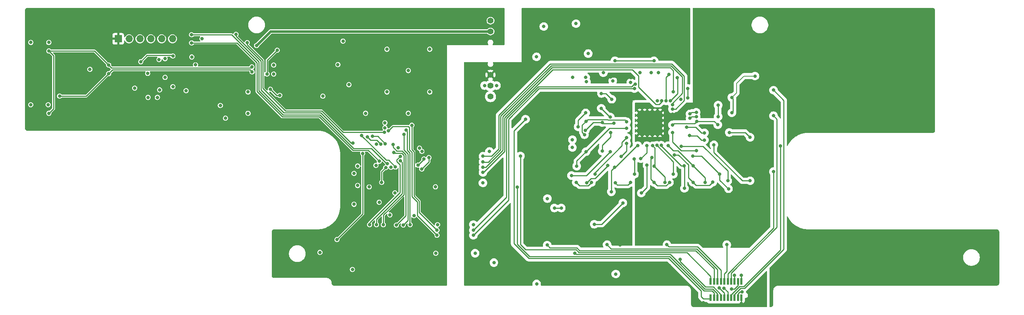
<source format=gbr>
%TF.GenerationSoftware,KiCad,Pcbnew,8.0.0*%
%TF.CreationDate,2024-03-12T18:48:20+01:00*%
%TF.ProjectId,FT24-AMS_Slave-v5,46543234-2d41-44d5-935f-536c6176652d,rev?*%
%TF.SameCoordinates,PX2faf080PY47868c0*%
%TF.FileFunction,Copper,L4,Bot*%
%TF.FilePolarity,Positive*%
%FSLAX46Y46*%
G04 Gerber Fmt 4.6, Leading zero omitted, Abs format (unit mm)*
G04 Created by KiCad (PCBNEW 8.0.0) date 2024-03-12 18:48:20*
%MOMM*%
%LPD*%
G01*
G04 APERTURE LIST*
%TA.AperFunction,ComponentPad*%
%ADD10C,0.800000*%
%TD*%
%TA.AperFunction,SMDPad,CuDef*%
%ADD11R,5.600000X5.600000*%
%TD*%
%TA.AperFunction,ComponentPad*%
%ADD12R,1.700000X1.700000*%
%TD*%
%TA.AperFunction,ComponentPad*%
%ADD13O,1.700000X1.700000*%
%TD*%
%TA.AperFunction,ComponentPad*%
%ADD14C,1.400000*%
%TD*%
%TA.AperFunction,SMDPad,CuDef*%
%ADD15R,0.550000X1.500000*%
%TD*%
%TA.AperFunction,ViaPad*%
%ADD16C,0.800000*%
%TD*%
%TA.AperFunction,Conductor*%
%ADD17C,0.250000*%
%TD*%
%TA.AperFunction,Conductor*%
%ADD18C,0.600000*%
%TD*%
%TA.AperFunction,Conductor*%
%ADD19C,0.200000*%
%TD*%
G04 APERTURE END LIST*
D10*
%TO.P,U2,67,V-*%
%TO.N,GND1*%
X144067500Y-24877500D03*
X144067500Y-26077500D03*
X144067500Y-27277500D03*
X144067500Y-28477500D03*
X144067500Y-29677500D03*
X145267500Y-24877500D03*
X145267500Y-26077500D03*
X145267500Y-27277500D03*
X145267500Y-28477500D03*
X145267500Y-29677500D03*
X146467500Y-24877500D03*
X146467500Y-26077500D03*
X146467500Y-27277500D03*
D11*
X146467500Y-27277500D03*
D10*
X146467500Y-28477500D03*
X146467500Y-29677500D03*
X147667500Y-24877500D03*
X147667500Y-26077500D03*
X147667500Y-27277500D03*
X147667500Y-28477500D03*
X147667500Y-29677500D03*
X148867500Y-24877500D03*
X148867500Y-26077500D03*
X148867500Y-27277500D03*
X148867500Y-28477500D03*
X148867500Y-29677500D03*
%TD*%
D12*
%TO.P,J16,1,Pin_1*%
%TO.N,+3V3*%
X22120000Y-7550000D03*
D13*
%TO.P,J16,2,Pin_2*%
%TO.N,/\u00B5C/SWCLK*%
X24660000Y-7550000D03*
%TO.P,J16,3,Pin_3*%
%TO.N,GND*%
X27200000Y-7550000D03*
%TO.P,J16,4,Pin_4*%
%TO.N,/\u00B5C/SWDIO*%
X29740000Y-7550000D03*
%TO.P,J16,5,Pin_5*%
%TO.N,/\u00B5C/NRST*%
X32280000Y-7550000D03*
%TO.P,J16,6,Pin_6*%
%TO.N,/\u00B5C/Trace_SWO*%
X34820000Y-7550000D03*
%TD*%
D14*
%TO.P,PS1,1,-VIN*%
%TO.N,GND*%
X109200000Y-3300000D03*
%TO.P,PS1,2,+VIN*%
%TO.N,+12V*%
X109200000Y-5840000D03*
%TO.P,PS1,6,+VOUT*%
%TO.N,+5V*%
X109200000Y-16000000D03*
%TO.P,PS1,7,-VOUT*%
%TO.N,GND1*%
X109200000Y-18540000D03*
%TO.P,PS1,8,FB*%
%TO.N,Net-(PS1-FB)*%
X109200000Y-21080000D03*
%TD*%
D15*
%TO.P,J5,1,Pin_1*%
%TO.N,GND1*%
X167900000Y-64450000D03*
%TO.P,J5,2,Pin_2*%
%TO.N,+5V*%
X167900000Y-68250000D03*
%TO.P,J5,3,Pin_3*%
%TO.N,/BMS/TMP_SCL*%
X167100000Y-64450000D03*
%TO.P,J5,4,Pin_4*%
%TO.N,/BMS/TMP_SDA*%
X167100000Y-68250000D03*
%TO.P,J5,5,Pin_5*%
%TO.N,GND1*%
X166300000Y-64450000D03*
%TO.P,J5,6,Pin_6*%
%TO.N,/BMS/Filter_Balance_Network/CellA+{slash}CellB-*%
X166300000Y-68250000D03*
%TO.P,J5,7,Pin_7*%
%TO.N,/BMS/Filter_Balance_Network/CellB+*%
X165500000Y-64450000D03*
%TO.P,J5,8,Pin_8*%
%TO.N,/BMS/Filter_Balance_Network1/CellA+{slash}CellB-*%
X165500000Y-68250000D03*
%TO.P,J5,9,Pin_9*%
%TO.N,/BMS/Filter_Balance_Network1/CellB+*%
X164700000Y-64450000D03*
%TO.P,J5,10,Pin_10*%
%TO.N,/BMS/Filter_Balance_Network7/CellA+{slash}CellB-*%
X164700000Y-68250000D03*
%TO.P,J5,11,Pin_11*%
%TO.N,/BMS/Filter_Balance_Network6/CellA-*%
X163900000Y-64450000D03*
%TO.P,J5,12,Pin_12*%
%TO.N,/BMS/Filter_Balance_Network6/CellA+{slash}CellB-*%
X163900000Y-68250000D03*
%TO.P,J5,13,Pin_13*%
%TO.N,/BMS/Filter_Balance_Network5/CellA-*%
X163100000Y-64450000D03*
%TO.P,J5,14,Pin_14*%
%TO.N,/BMS/Filter_Balance_Network5/CellA+{slash}CellB-*%
X163100000Y-68250000D03*
%TO.P,J5,15,Pin_15*%
%TO.N,/BMS/Filter_Balance_Network4/CellA-*%
X162300000Y-64450000D03*
%TO.P,J5,16,Pin_16*%
%TO.N,/BMS/Filter_Balance_Network4/CellA+{slash}CellB-*%
X162300000Y-68250000D03*
%TO.P,J5,17,Pin_17*%
%TO.N,/BMS/Filter_Balance_Network2/CellA-*%
X161500000Y-64450000D03*
%TO.P,J5,18,Pin_18*%
%TO.N,/BMS/Filter_Balance_Network2/CellA+{slash}CellB-*%
X161500000Y-68250000D03*
%TO.P,J5,19,Pin_19*%
%TO.N,/BMS/Filter_Balance_Network2/CellB+*%
X160700000Y-64450000D03*
%TO.P,J5,20,Pin_20*%
%TO.N,VBUS*%
X160700000Y-68250000D03*
%TD*%
D16*
%TO.N,+3V3*%
X78800000Y-50700000D03*
X73000000Y-26000000D03*
X68500000Y-27000000D03*
X65000000Y-7150000D03*
X45000000Y-16000000D03*
X48000000Y-18000000D03*
X95000000Y-30000000D03*
X78550000Y-4400000D03*
X95000000Y-45000000D03*
X52691515Y-17022578D03*
X77700000Y-44500000D03*
X45000000Y-13000000D03*
X77100000Y-49100000D03*
X22000000Y-13500000D03*
X22000000Y-16000000D03*
X76700000Y-40000000D03*
X85000000Y-25000000D03*
X95750000Y-49750000D03*
X47950000Y-13000000D03*
X89750000Y-61500000D03*
X77500000Y-53500000D03*
X91250000Y-59900000D03*
X94800305Y-55400305D03*
X38550000Y-22025000D03*
X65000000Y-4350000D03*
X92500000Y-42500000D03*
X85000000Y-59900000D03*
X95000000Y-25000000D03*
X50000000Y-16000000D03*
X42600000Y-18900000D03*
X95000000Y-15000000D03*
X85000000Y-15000000D03*
X40550000Y-22025000D03*
X75323910Y-16570812D03*
X50000000Y-11000000D03*
X81300000Y-39300000D03*
X92500000Y-51000000D03*
X80000000Y-20000000D03*
X94000000Y-40250000D03*
X90000000Y-10000000D03*
X74500000Y-27500000D03*
X52500000Y-13000000D03*
X83300000Y-42800000D03*
X94750000Y-48750000D03*
X70000000Y-28500000D03*
X90000000Y-20000000D03*
X93500000Y-52000000D03*
X42600000Y-25100000D03*
X78550000Y-7050000D03*
X83500000Y-61500000D03*
%TO.N,/CAN/CANH*%
X19900000Y-15700000D03*
X53437501Y-15312501D03*
X8400000Y-21000000D03*
%TO.N,/CAN/CANL*%
X53399993Y-14150014D03*
X5900000Y-25000000D03*
X5900000Y-10400000D03*
X19899992Y-13700000D03*
%TO.N,/\u00B5C/SWCLK*%
X77050000Y-32000000D03*
X49666206Y-6483794D03*
%TO.N,GND*%
X82399970Y-37199994D03*
X96350311Y-42255305D03*
X39325000Y-11800000D03*
X85916435Y-37627654D03*
X96800000Y-51100000D03*
X52500000Y-25000000D03*
X93150305Y-33955305D03*
X1675000Y-8400000D03*
X58500000Y-13700000D03*
X80799992Y-42262500D03*
X69300000Y-57600000D03*
X34900000Y-18800000D03*
X76100000Y-18300000D03*
X29029145Y-15670855D03*
X70000000Y-21000000D03*
X86837500Y-43650153D03*
X85000000Y-20000000D03*
X52500000Y-20000000D03*
X58500000Y-15800000D03*
X83162500Y-45837500D03*
X1650000Y-23000000D03*
X73500000Y-13575000D03*
X76900000Y-61600000D03*
X77299996Y-46332000D03*
X47200000Y-26162500D03*
X5875000Y-8400000D03*
X78122085Y-41926302D03*
X31275000Y-21275000D03*
X95000000Y-20000000D03*
X95000000Y-10000000D03*
X85676089Y-48819927D03*
X33075000Y-12200000D03*
X84512500Y-27212500D03*
X91300000Y-49000000D03*
X84512506Y-28412500D03*
X82493474Y-32231182D03*
X92600000Y-33200000D03*
X15500008Y-14700000D03*
X77299998Y-39100000D03*
X31800000Y-19500000D03*
X46000000Y-23175000D03*
X33100000Y-16600000D03*
X41740000Y-7550000D03*
X90000000Y-25000000D03*
X29104294Y-21275000D03*
X80000000Y-25000000D03*
X90000000Y-15000000D03*
X31675000Y-12400000D03*
X85000000Y-10000000D03*
X38000000Y-19700000D03*
X96400000Y-57800000D03*
X25991235Y-19088468D03*
X87628689Y-33110439D03*
X5749995Y-22999999D03*
X74699996Y-8075000D03*
X78142751Y-37363718D03*
X40224553Y-13650000D03*
%TO.N,/\u00B5C/SWDIO*%
X84388428Y-29457306D03*
X52275000Y-8425000D03*
%TO.N,/\u00B5C/NRST*%
X83177756Y-36253009D03*
X84691229Y-37729039D03*
X39290012Y-8499994D03*
X83750000Y-41174992D03*
%TO.N,/\u00B5C/Trace_SWO*%
X39289999Y-6600001D03*
X85100979Y-36775000D03*
%TO.N,Net-(U2-IPB)*%
X150287250Y-22085845D03*
X150955000Y-15900000D03*
%TO.N,/\u00B5C/TMP_SCL*%
X90800000Y-27800000D03*
X96700000Y-52400000D03*
%TO.N,/BMS/TMP_SCL*%
X105200000Y-52400014D03*
X143066827Y-18148944D03*
X165550000Y-66200000D03*
%TO.N,/BMS/TMP_SDA*%
X105200000Y-53600000D03*
X168000000Y-66850000D03*
X142858482Y-19233551D03*
%TO.N,+5V*%
X105000000Y-60000000D03*
X110000000Y-55000000D03*
X118000000Y-50000000D03*
X150000000Y-3000000D03*
X150000000Y-8000000D03*
X125000000Y-21000000D03*
X137300000Y-16500000D03*
X139500000Y-55900000D03*
X118000000Y-45000000D03*
X159006519Y-69412283D03*
X111000000Y-50000000D03*
X118000000Y-55000000D03*
X125600000Y-64100000D03*
X105750305Y-30955305D03*
X132500000Y-55000000D03*
X133000000Y-46400000D03*
X144800000Y-64500000D03*
X155000000Y-3000000D03*
X130000000Y-11000000D03*
X155000000Y-8000000D03*
X144700000Y-60800000D03*
X155000000Y-13000000D03*
X115000000Y-65000000D03*
X144000000Y-11200000D03*
X115000000Y-60000000D03*
X154400000Y-64600000D03*
X151000000Y-60700000D03*
X110000000Y-45000000D03*
X116200000Y-29700000D03*
X115600000Y-26200000D03*
X139900000Y-6900000D03*
X134400000Y-60600000D03*
X125600000Y-60600000D03*
X141800000Y-11200000D03*
X145000000Y-3000000D03*
X105000000Y-45000000D03*
X113000000Y-50000000D03*
X167900000Y-69550000D03*
X134500000Y-64100000D03*
X116200000Y-32600000D03*
X142045149Y-16691716D03*
%TO.N,/\u00B5C/SCK*%
X92258647Y-37174738D03*
X93641877Y-35729540D03*
%TO.N,/\u00B5C/CSB*%
X94775000Y-35400000D03*
X93138403Y-38054494D03*
%TO.N,/BMS/Filter_Balance_Network_last/CB*%
X137555000Y-21700000D03*
X135142500Y-20362500D03*
%TO.N,/BMS/~{CS}*%
X107450305Y-35055305D03*
X151755000Y-24010224D03*
%TO.N,/BMS/Filter_Balance_Network_last/CA*%
X135110798Y-23832754D03*
X137210901Y-25877500D03*
%TO.N,/BMS/MISO*%
X149255003Y-22100003D03*
X107450305Y-38855305D03*
%TO.N,/BMS/Filter_Balance_Network2/SBP*%
X131367500Y-29027500D03*
X138047600Y-27331142D03*
X135346114Y-27169289D03*
%TO.N,/BMS/MOSI*%
X107450305Y-37655305D03*
X151955000Y-20000000D03*
%TO.N,/BMS/Filter_Balance_Network2/SAP*%
X137267500Y-29502500D03*
X135342347Y-33862347D03*
%TO.N,/BMS/SCK*%
X107450305Y-36355305D03*
X151748249Y-22992673D03*
%TO.N,/BMS/Filter_Balance_Network4/SBP*%
X137217500Y-34052500D03*
X128155000Y-39600000D03*
%TO.N,/BMS/Filter_Balance_Network4/SAP*%
X136617500Y-37252500D03*
X131736500Y-41274740D03*
%TO.N,/BMS/Filter_Balance_Network5/SBP*%
X138274992Y-37645620D03*
X137467505Y-43402505D03*
X143667500Y-32602500D03*
%TO.N,/BMS/Filter_Balance_Network5/SAP*%
X145808748Y-37188177D03*
X144467500Y-43702500D03*
%TO.N,/BMS/Filter_Balance_Network5/CA*%
X145767496Y-32602504D03*
X144358868Y-35644099D03*
%TO.N,/\u00B5C/PROM_WC*%
X79299996Y-34400004D03*
X73300000Y-54600000D03*
%TO.N,/BMS/Filter_Balance_Network6/SBP*%
X147467500Y-37402500D03*
X149992500Y-41205032D03*
X147133454Y-32613763D03*
%TO.N,/BMS/Filter_Balance_Network6/SAP*%
X154473154Y-37327500D03*
X154567500Y-42602500D03*
X149155000Y-32500000D03*
%TO.N,/BMS/Filter_Balance_Network7/SBP*%
X150767500Y-32602500D03*
X156567500Y-37277500D03*
X159367500Y-41202500D03*
%TO.N,/BMS/Filter_Balance_Network7/SAP*%
X156500381Y-34996992D03*
X162829912Y-39241264D03*
X164867500Y-42702500D03*
%TO.N,/BMS/Filter_Balance_Network1/SBP*%
X151767500Y-29502500D03*
X157328500Y-33774500D03*
%TO.N,/BMS/Filter_Balance_Network1/SAP*%
X151763669Y-27752643D03*
X157412937Y-26884018D03*
X162367500Y-27702500D03*
%TO.N,+12V*%
X54471701Y-9125685D03*
%TO.N,/BMS/Filter_Balance_Network/SBP*%
X155868819Y-25155284D03*
X157328500Y-24774500D03*
%TO.N,/BMS/Filter_Balance_Network/SAP*%
X155366258Y-21437758D03*
X155328500Y-19174500D03*
%TO.N,Net-(IC6-OVLO{slash}OVCSEL)*%
X34900000Y-11600000D03*
X27400000Y-12899990D03*
%TO.N,/BMS/Filter_Balance_Network/CellA+{slash}CellB-*%
X157328500Y-25774500D03*
X175400000Y-19577500D03*
X155876528Y-26155257D03*
X165655000Y-24874502D03*
X165655000Y-21300000D03*
X171067500Y-16277500D03*
%TO.N,/BMS/Filter_Balance_Network/CellB+*%
X162455000Y-25800000D03*
X175399998Y-25577500D03*
X159228500Y-29574500D03*
X155067500Y-28252508D03*
X162455000Y-23100000D03*
%TO.N,Net-(U2-IMB)*%
X151309078Y-22082967D03*
X152900000Y-16700000D03*
%TO.N,Net-(U1-PB11)*%
X88128628Y-36103387D03*
X82537496Y-51112500D03*
%TO.N,/BMS/Filter_Balance_Network1/CellA+{slash}CellB-*%
X155729825Y-30219880D03*
X177000000Y-32677500D03*
X169917500Y-30627500D03*
X159228500Y-31274500D03*
X165055000Y-29500000D03*
%TO.N,/BMS/Filter_Balance_Network2/CellA-*%
X141067500Y-28502500D03*
X129375505Y-37400000D03*
X125755000Y-47200000D03*
X124155000Y-47200000D03*
X131542500Y-33987500D03*
X122467500Y-55900000D03*
%TO.N,GND1*%
X110000000Y-60000000D03*
X128367500Y-31202500D03*
X105200000Y-51100000D03*
X215000000Y-53000000D03*
X107425305Y-41322041D03*
X167900000Y-62995000D03*
X137782895Y-17413128D03*
X205000000Y-8000000D03*
X119968750Y-11775000D03*
X210000000Y-3000000D03*
X146755000Y-15500006D03*
X153730000Y-21712655D03*
X121668750Y-4675000D03*
X185000000Y-3000000D03*
X142000000Y-17800000D03*
X175000000Y-13000000D03*
X205000000Y-3000000D03*
X180000000Y-13000000D03*
X151767500Y-25177500D03*
X164626510Y-31302500D03*
X180000000Y-63000000D03*
X129199994Y-4000000D03*
X210000000Y-8000000D03*
X180000000Y-23500000D03*
X175000000Y-8000000D03*
X148455000Y-15500000D03*
X190000000Y-3000000D03*
X170000000Y-13000000D03*
X166275000Y-62940000D03*
X138500000Y-62675000D03*
X107800000Y-18500000D03*
X144155002Y-15500010D03*
X170000000Y-8000000D03*
X180000000Y-3000000D03*
X158455000Y-14500000D03*
X200000000Y-3000000D03*
X132054992Y-11000000D03*
X185000000Y-8000000D03*
X180000000Y-8000000D03*
X120000000Y-65000000D03*
X161228500Y-19474500D03*
X180000000Y-18500000D03*
X165000000Y-3000000D03*
X195000000Y-3000000D03*
X148255002Y-22100000D03*
X105600000Y-57800000D03*
X169500000Y-44000000D03*
X150000000Y-47000000D03*
X164555000Y-14500000D03*
X215000000Y-63000002D03*
X146500000Y-55500000D03*
X135595010Y-15499988D03*
X215000000Y-58000002D03*
X160000000Y-3000000D03*
X122500000Y-45000000D03*
X110600000Y-18500000D03*
X131454994Y-16600000D03*
X108950305Y-33955305D03*
X161455000Y-14499996D03*
X131655000Y-17600000D03*
X180000000Y-52999998D03*
X160500000Y-55500000D03*
X180000000Y-58000000D03*
X164567500Y-35002500D03*
X173000000Y-46000000D03*
X128454984Y-16600000D03*
X128367506Y-33002490D03*
X158000000Y-47000000D03*
%TO.N,/BMS/Filter_Balance_Network7/CellA+{slash}CellB-*%
X152239314Y-34749009D03*
X161206497Y-41163497D03*
X156567500Y-41177500D03*
X163800000Y-66000000D03*
%TO.N,/BMS/Filter_Balance_Network4/CellA-*%
X140167500Y-46000000D03*
X133480000Y-51007651D03*
X136467500Y-55800004D03*
X141067500Y-32075000D03*
X139780153Y-35115153D03*
%TO.N,/BMS/Filter_Balance_Network6/CellA+{slash}CellB-*%
X146930000Y-35390455D03*
X151067500Y-41202500D03*
X147467500Y-41202500D03*
X162700000Y-65950000D03*
%TO.N,/BMS/Filter_Balance_Network5/CellA-*%
X150467500Y-55800000D03*
%TO.N,/BMS/Filter_Balance_Network5/CellA+{slash}CellB-*%
X142867500Y-39302500D03*
X138367500Y-41302500D03*
X141967500Y-41202500D03*
X142767487Y-35674578D03*
X153544404Y-59285596D03*
%TO.N,/BMS/Filter_Balance_Network6/CellA-*%
X151967500Y-39302500D03*
X164467500Y-55799994D03*
X148128539Y-32514710D03*
%TO.N,/BMS/Filter_Balance_Network4/CellA+{slash}CellB-*%
X132800773Y-41235773D03*
X128900000Y-57775000D03*
X129267500Y-41202500D03*
X141067500Y-30702520D03*
X133654847Y-39289847D03*
%TO.N,/BMS/Filter_Balance_Network1/CellB+*%
X164700000Y-40827500D03*
X175400000Y-38677500D03*
X161455000Y-32400000D03*
X153848750Y-32721250D03*
X169917500Y-40827500D03*
%TO.N,/BMS/Filter_Balance_Network2/CellA+{slash}CellB-*%
X115475000Y-42325000D03*
X131180077Y-30009782D03*
X131542500Y-26862500D03*
X141067500Y-27002500D03*
%TO.N,/BMS/Filter_Balance_Network2/CellB+*%
X131467500Y-24902500D03*
X116200000Y-35000000D03*
X129700000Y-28175000D03*
%TO.N,/CAN/CAN_Term*%
X86966023Y-37598144D03*
X79050000Y-30200000D03*
%TO.N,/CAN/CAN_Rx*%
X84588570Y-32150184D03*
X81596016Y-30403984D03*
%TO.N,/CAN/CAN_Tx*%
X83543310Y-32249874D03*
X80384404Y-30515596D03*
%TO.N,/CAN/V_{ref}*%
X59300006Y-10200000D03*
X56925000Y-15800000D03*
%TO.N,VBUS*%
X117400004Y-26400000D03*
%TO.N,Net-(U1-PB10)*%
X88128447Y-35103385D03*
X80937500Y-51112494D03*
%TO.N,Net-(U1-PB13)*%
X86385355Y-32285355D03*
X87200000Y-51199994D03*
%TO.N,Net-(U2-DRIVE)*%
X138300000Y-12700000D03*
X147455000Y-12700000D03*
%TO.N,Net-(U1-PB12)*%
X84137500Y-51112510D03*
X86603194Y-34189389D03*
%TO.N,Net-(U1-PB14)*%
X88925000Y-29938160D03*
X88800000Y-51174990D03*
%TO.N,Net-(U1-PB15)*%
X90400000Y-51100000D03*
X89482100Y-28932710D03*
%TO.N,/\u00B5C/TMP_SDA*%
X85336236Y-29138457D03*
X96700000Y-53600000D03*
%TO.N,Net-(R83-Pad2)*%
X59900000Y-20795000D03*
X57700000Y-19375000D03*
%TD*%
D17*
%TO.N,/CAN/CANH*%
X8400000Y-21000000D02*
X14600000Y-21000000D01*
X20775000Y-14825000D02*
X19900000Y-15700000D01*
X52950000Y-14825000D02*
X20775000Y-14825000D01*
X14600000Y-21000000D02*
X19900000Y-15700000D01*
X53125000Y-15000000D02*
X52950000Y-14825000D01*
%TO.N,/CAN/CANL*%
X7000000Y-11500000D02*
X5900000Y-10400000D01*
X19899992Y-13700000D02*
X20574992Y-14375000D01*
X7000000Y-23900000D02*
X7000000Y-11500000D01*
X16600000Y-10400000D02*
X19899992Y-13699992D01*
X5900000Y-10400000D02*
X16600000Y-10400000D01*
X19899992Y-13699992D02*
X19899992Y-13700000D01*
X5900000Y-25000000D02*
X7000000Y-23900000D01*
X20574992Y-14375000D02*
X53175007Y-14375000D01*
X53175007Y-14375000D02*
X53399993Y-14150014D01*
%TO.N,/\u00B5C/SWCLK*%
X49666206Y-6943414D02*
X55500000Y-12777208D01*
X60863604Y-24900000D02*
X69513604Y-24900000D01*
X49666206Y-6483794D02*
X49666206Y-6943414D01*
X69513604Y-24900000D02*
X76613604Y-32000000D01*
X76613604Y-32000000D02*
X77050000Y-32000000D01*
X55500000Y-12777208D02*
X55500000Y-19536396D01*
X55500000Y-19536396D02*
X60863604Y-24900000D01*
%TO.N,/\u00B5C/SWDIO*%
X55950000Y-19100000D02*
X55950000Y-12590812D01*
X84388428Y-29457306D02*
X74707306Y-29457306D01*
X61300000Y-24450000D02*
X55950000Y-19100000D01*
X74707306Y-29457306D02*
X69700000Y-24450000D01*
X55950000Y-12590812D02*
X52275000Y-8915812D01*
X52275000Y-8915812D02*
X52275000Y-8425000D01*
X69700000Y-24450000D02*
X61300000Y-24450000D01*
%TO.N,/\u00B5C/NRST*%
X83750000Y-38670268D02*
X84691229Y-37729039D01*
X69140812Y-25800000D02*
X60490812Y-25800000D01*
X54600000Y-19909188D02*
X54600000Y-13150000D01*
X83177756Y-36253009D02*
X80599751Y-33675004D01*
X80599751Y-33675004D02*
X77015816Y-33675004D01*
X49950000Y-8500000D02*
X39290018Y-8500000D01*
X54600000Y-13150000D02*
X49950000Y-8500000D01*
X83750000Y-41174992D02*
X83750000Y-38670268D01*
X39290018Y-8500000D02*
X39290012Y-8499994D01*
X60490812Y-25800000D02*
X54600000Y-19909188D01*
X77015816Y-33675004D02*
X69140812Y-25800000D01*
%TO.N,/\u00B5C/Trace_SWO*%
X69327208Y-25350000D02*
X60677208Y-25350000D01*
X55050000Y-19722792D02*
X55050000Y-12963604D01*
X60677208Y-25350000D02*
X55050000Y-19722792D01*
X77202212Y-33225004D02*
X69327208Y-25350000D01*
X81361400Y-33225004D02*
X77202212Y-33225004D01*
X48686397Y-6600001D02*
X39289999Y-6600001D01*
X55050000Y-12963604D02*
X48686397Y-6600001D01*
X85100979Y-36775000D02*
X84911396Y-36775000D01*
X84911396Y-36775000D02*
X81361400Y-33225004D01*
%TO.N,Net-(U2-IPB)*%
X150287250Y-16567750D02*
X150287250Y-22085845D01*
X150955000Y-15900000D02*
X150287250Y-16567750D01*
%TO.N,/\u00B5C/TMP_SCL*%
X92550000Y-45613604D02*
X91300000Y-44363604D01*
X91300000Y-34000000D02*
X90800000Y-33500000D01*
X91300000Y-44363604D02*
X91300000Y-34000000D01*
X90800000Y-33500000D02*
X90800000Y-27800000D01*
X96700000Y-52400000D02*
X92550000Y-48250000D01*
X92550000Y-48250000D02*
X92550000Y-45613604D01*
%TO.N,/BMS/TMP_SCL*%
X166225000Y-66200000D02*
X165550000Y-66200000D01*
X142173944Y-18750000D02*
X120613604Y-18750000D01*
X120580053Y-18783551D02*
X120380053Y-18783551D01*
X120613604Y-18750000D02*
X120580053Y-18783551D01*
X142775000Y-18148944D02*
X142173944Y-18750000D01*
X143066827Y-18148944D02*
X142775000Y-18148944D01*
X167100000Y-65325000D02*
X166225000Y-66200000D01*
X112950000Y-26213604D02*
X112950000Y-44650014D01*
X167100000Y-64450000D02*
X167100000Y-65325000D01*
X120380053Y-18783551D02*
X112950000Y-26213604D01*
X112950000Y-44650014D02*
X105200000Y-52400014D01*
%TO.N,/BMS/TMP_SDA*%
X167100000Y-68250000D02*
X167100000Y-67309188D01*
X113400000Y-45400000D02*
X113400000Y-26400000D01*
X105200000Y-53600000D02*
X113400000Y-45400000D01*
X113400000Y-26400000D02*
X120566449Y-19233551D01*
X120566449Y-19233551D02*
X142858482Y-19233551D01*
X167559188Y-66850000D02*
X168000000Y-66850000D01*
X167100000Y-67309188D02*
X167559188Y-66850000D01*
%TO.N,+5V*%
X141853433Y-16500000D02*
X142045149Y-16691716D01*
X137300000Y-16500000D02*
X141853433Y-16500000D01*
X167900000Y-69550000D02*
X167900000Y-68250000D01*
%TO.N,/\u00B5C/SCK*%
X93641877Y-35729540D02*
X93641877Y-35791508D01*
X93641877Y-35791508D02*
X92258647Y-37174738D01*
%TO.N,/\u00B5C/CSB*%
X94775000Y-35400000D02*
X94775000Y-36417897D01*
X94775000Y-36417897D02*
X93138403Y-38054494D01*
%TO.N,/BMS/Filter_Balance_Network_last/CB*%
X135142500Y-20362500D02*
X136217500Y-20362500D01*
X136217500Y-20362500D02*
X137555000Y-21700000D01*
%TO.N,/BMS/~{CS}*%
X151755000Y-24010224D02*
X152544776Y-24010224D01*
X152544776Y-24010224D02*
X154530000Y-22025000D01*
X151625000Y-13425000D02*
X123193020Y-13425000D01*
X154530000Y-22025000D02*
X154530000Y-16330000D01*
X111150000Y-33340812D02*
X109435507Y-35055305D01*
X111150000Y-25468020D02*
X111150000Y-33340812D01*
X123193020Y-13425000D02*
X111150000Y-25468020D01*
X109435507Y-35055305D02*
X107450305Y-35055305D01*
X154530000Y-16330000D02*
X151625000Y-13425000D01*
%TO.N,/BMS/Filter_Balance_Network_last/CA*%
X135110798Y-23832754D02*
X137155544Y-25877500D01*
X137155544Y-25877500D02*
X137210901Y-25877500D01*
%TO.N,/BMS/MISO*%
X147877500Y-22900000D02*
X143817066Y-18839566D01*
X149255003Y-22299997D02*
X148655000Y-22900000D01*
X143817066Y-16217066D02*
X142375000Y-14775000D01*
X148655000Y-22900000D02*
X147877500Y-22900000D01*
X149255003Y-22100003D02*
X149255003Y-22299997D01*
X123752208Y-14775000D02*
X112500000Y-26027208D01*
X112500000Y-26027208D02*
X112500000Y-33900000D01*
X143817066Y-18839566D02*
X143817066Y-16217066D01*
X107544695Y-38855305D02*
X107450305Y-38855305D01*
X142375000Y-14775000D02*
X123752208Y-14775000D01*
X112500000Y-33900000D02*
X107544695Y-38855305D01*
%TO.N,/BMS/Filter_Balance_Network2/SBP*%
X133225711Y-27169289D02*
X131367500Y-29027500D01*
X135579325Y-27402500D02*
X137976242Y-27402500D01*
X137976242Y-27402500D02*
X138047600Y-27331142D01*
X135346114Y-27169289D02*
X135579325Y-27402500D01*
X135346114Y-27169289D02*
X133225711Y-27169289D01*
%TO.N,/BMS/MOSI*%
X151955000Y-15027792D02*
X151252208Y-14325000D01*
X112050000Y-33713604D02*
X108108299Y-37655305D01*
X112050000Y-25840812D02*
X112050000Y-33713604D01*
X123565812Y-14325000D02*
X112050000Y-25840812D01*
X151955000Y-20000000D02*
X151955000Y-15027792D01*
X108108299Y-37655305D02*
X107450305Y-37655305D01*
X151252208Y-14325000D02*
X123565812Y-14325000D01*
%TO.N,/BMS/Filter_Balance_Network2/SAP*%
X135342347Y-32487653D02*
X137267500Y-30562500D01*
X135342347Y-33862347D02*
X135342347Y-32487653D01*
X137267500Y-30562500D02*
X137267500Y-29502500D01*
%TO.N,/BMS/SCK*%
X123379416Y-13875000D02*
X111600000Y-25654416D01*
X154080000Y-16516396D02*
X151438604Y-13875000D01*
X107545000Y-36450000D02*
X107450305Y-36355305D01*
X111600000Y-33527208D02*
X108677208Y-36450000D01*
X108677208Y-36450000D02*
X107545000Y-36450000D01*
X111600000Y-25654416D02*
X111600000Y-33527208D01*
X154080000Y-20337350D02*
X154080000Y-16516396D01*
X151438604Y-13875000D02*
X123379416Y-13875000D01*
X151748249Y-22669101D02*
X154080000Y-20337350D01*
X151748249Y-22992673D02*
X151748249Y-22669101D01*
%TO.N,/BMS/Filter_Balance_Network4/SBP*%
X137217500Y-34052500D02*
X131670000Y-39600000D01*
X131670000Y-39600000D02*
X128155000Y-39600000D01*
%TO.N,/BMS/Filter_Balance_Network4/SAP*%
X136617500Y-37352500D02*
X133667500Y-40302500D01*
X136617500Y-37252500D02*
X136617500Y-37352500D01*
X133667500Y-40302500D02*
X132708740Y-40302500D01*
X132708740Y-40302500D02*
X131736500Y-41274740D01*
%TO.N,/BMS/Filter_Balance_Network5/SBP*%
X138409380Y-37645620D02*
X138274992Y-37645620D01*
X143452500Y-32602500D02*
X138409380Y-37645620D01*
X137467505Y-43402505D02*
X137467505Y-38453107D01*
X143667500Y-32602500D02*
X143452500Y-32602500D01*
X137467505Y-38453107D02*
X138274992Y-37645620D01*
%TO.N,/BMS/Filter_Balance_Network5/SAP*%
X144467500Y-43702500D02*
X145808748Y-42361252D01*
X145808748Y-42361252D02*
X145808748Y-37188177D01*
%TO.N,/BMS/Filter_Balance_Network5/CA*%
X145767496Y-32602504D02*
X145767496Y-34235471D01*
X145767496Y-34235471D02*
X144358868Y-35644099D01*
%TO.N,/\u00B5C/PROM_WC*%
X79299996Y-48600004D02*
X79299996Y-34400004D01*
X73300000Y-54600000D02*
X79299996Y-48600004D01*
%TO.N,/BMS/Filter_Balance_Network6/SBP*%
X147467500Y-37402500D02*
X149992500Y-39927500D01*
X149992500Y-39927500D02*
X149992500Y-41205032D01*
X147655000Y-37215000D02*
X147655000Y-33135309D01*
X147467500Y-37402500D02*
X147655000Y-37215000D01*
X147655000Y-33135309D02*
X147133454Y-32613763D01*
%TO.N,/BMS/Filter_Balance_Network6/SAP*%
X154473154Y-37327500D02*
X153792500Y-37327500D01*
X153792500Y-37327500D02*
X149155000Y-32690000D01*
X154567500Y-42602500D02*
X154567500Y-37421846D01*
X149155000Y-32690000D02*
X149155000Y-32500000D01*
X154567500Y-37421846D02*
X154473154Y-37327500D01*
%TO.N,/BMS/Filter_Balance_Network7/SBP*%
X159367500Y-41202500D02*
X159367500Y-40077500D01*
X159367500Y-40077500D02*
X156567500Y-37277500D01*
X153080326Y-33790326D02*
X151955326Y-33790326D01*
X156567500Y-37277500D02*
X153080326Y-33790326D01*
X151955326Y-33790326D02*
X150767500Y-32602500D01*
%TO.N,/BMS/Filter_Balance_Network7/SAP*%
X158585640Y-34996992D02*
X156500381Y-34996992D01*
X158588640Y-34999992D02*
X158585640Y-34996992D01*
X162829912Y-40664912D02*
X162829912Y-39241264D01*
X164867500Y-42702500D02*
X162829912Y-40664912D01*
X162829912Y-39241264D02*
X158588640Y-34999992D01*
%TO.N,/BMS/Filter_Balance_Network1/SBP*%
X153839500Y-33774500D02*
X151967500Y-31902500D01*
X151767500Y-31702500D02*
X151767500Y-29502500D01*
X157328500Y-33774500D02*
X153839500Y-33774500D01*
X151967500Y-31902500D02*
X151767500Y-31702500D01*
%TO.N,/BMS/Filter_Balance_Network1/SAP*%
X156919455Y-27377500D02*
X157412937Y-26884018D01*
X157422455Y-26874500D02*
X161539500Y-26874500D01*
X151763669Y-27752643D02*
X152138812Y-27377500D01*
X152138812Y-27377500D02*
X156919455Y-27377500D01*
X157412937Y-26884018D02*
X157422455Y-26874500D01*
X161539500Y-26874500D02*
X162367500Y-27702500D01*
D18*
%TO.N,+12V*%
X57757385Y-5840000D02*
X54471701Y-9125685D01*
X109200000Y-5840000D02*
X57757385Y-5840000D01*
D17*
%TO.N,/BMS/Filter_Balance_Network/SBP*%
X157328500Y-24774500D02*
X156249603Y-24774500D01*
X156249603Y-24774500D02*
X155868819Y-25155284D01*
%TO.N,/BMS/Filter_Balance_Network/SAP*%
X155328500Y-21400000D02*
X155366258Y-21437758D01*
X155328500Y-19174500D02*
X155328500Y-21400000D01*
%TO.N,Net-(IC6-OVLO{slash}OVCSEL)*%
X27400000Y-12899990D02*
X28874990Y-11425000D01*
X34725000Y-11425000D02*
X34900000Y-11600000D01*
X28874990Y-11425000D02*
X34725000Y-11425000D01*
D19*
%TO.N,/BMS/Filter_Balance_Network/CellA+{slash}CellB-*%
X165655000Y-21300000D02*
X166755000Y-20200000D01*
D17*
X175400000Y-19577500D02*
X177800000Y-21977500D01*
X156257285Y-25774500D02*
X155876528Y-26155257D01*
X167722792Y-66050000D02*
X166300000Y-67472792D01*
D19*
X166755000Y-20200000D02*
X166755000Y-18000000D01*
D17*
X165655000Y-21300000D02*
X165955000Y-21600000D01*
X168611396Y-66050000D02*
X167722792Y-66050000D01*
X165955000Y-24574502D02*
X165655000Y-24874502D01*
X157328500Y-25774500D02*
X156257285Y-25774500D01*
X165955000Y-21600000D02*
X165955000Y-24574502D01*
D19*
X166755000Y-18000000D02*
X168477500Y-16277500D01*
D17*
X177800000Y-21977500D02*
X177800000Y-56861396D01*
X177800000Y-56861396D02*
X168611396Y-66050000D01*
D19*
X168477500Y-16277500D02*
X171067500Y-16277500D01*
D17*
X166300000Y-67472792D02*
X166300000Y-68250000D01*
%TO.N,/BMS/Filter_Balance_Network/CellB+*%
X159228500Y-29574500D02*
X158539500Y-29574500D01*
X176200000Y-51733984D02*
X165500000Y-62433984D01*
X176200000Y-26377502D02*
X176200000Y-51733984D01*
X175399998Y-25577500D02*
X176200000Y-26377502D01*
X162455000Y-23100000D02*
X162455000Y-25800000D01*
X158539500Y-29574500D02*
X157217508Y-28252508D01*
X157217508Y-28252508D02*
X155067500Y-28252508D01*
X165500000Y-62433984D02*
X165500000Y-64450000D01*
%TO.N,Net-(U2-IMB)*%
X153000000Y-16800000D02*
X152900000Y-16700000D01*
X151309078Y-22082967D02*
X153000000Y-20392045D01*
X153000000Y-20392045D02*
X153000000Y-16800000D01*
%TO.N,Net-(U1-PB11)*%
X82537496Y-49826108D02*
X82537496Y-51112500D01*
X88500000Y-36474759D02*
X88500000Y-43863604D01*
X88128628Y-36103387D02*
X88500000Y-36474759D01*
X88500000Y-43863604D02*
X82537496Y-49826108D01*
%TO.N,/BMS/Filter_Balance_Network1/CellA+{slash}CellB-*%
X168790000Y-29500000D02*
X169917500Y-30627500D01*
X155812445Y-30302500D02*
X155729825Y-30219880D01*
X165055000Y-29500000D02*
X168790000Y-29500000D01*
X165500000Y-67561396D02*
X165500000Y-68250000D01*
X177000000Y-57025000D02*
X168425000Y-65600000D01*
X177000000Y-32677500D02*
X177000000Y-57025000D01*
X159228500Y-31274500D02*
X158539500Y-31274500D01*
X167461396Y-65600000D02*
X165500000Y-67561396D01*
X157567500Y-30302500D02*
X155812445Y-30302500D01*
X168425000Y-65600000D02*
X167461396Y-65600000D01*
X158539500Y-31274500D02*
X157567500Y-30302500D01*
%TO.N,/BMS/Filter_Balance_Network2/CellA-*%
X161500000Y-61463604D02*
X157236396Y-57200000D01*
X129407412Y-56550000D02*
X123117500Y-56550000D01*
X129375505Y-36154495D02*
X129375505Y-37400000D01*
X131542500Y-33987500D02*
X129375505Y-36154495D01*
X130057412Y-57200000D02*
X129407412Y-56550000D01*
X141067500Y-28502500D02*
X137067500Y-28502500D01*
X123117500Y-56550000D02*
X122467500Y-55900000D01*
X124155000Y-47200000D02*
X125755000Y-47200000D01*
X157236396Y-57200000D02*
X130057412Y-57200000D01*
X137067500Y-28502500D02*
X131582500Y-33987500D01*
X131582500Y-33987500D02*
X131542500Y-33987500D01*
X161500000Y-64450000D02*
X161500000Y-61463604D01*
%TO.N,GND1*%
X166300000Y-64450000D02*
X166275000Y-64425000D01*
X167900000Y-64450000D02*
X167900000Y-62995000D01*
X166275000Y-64425000D02*
X166275000Y-62940000D01*
%TO.N,/BMS/Filter_Balance_Network7/CellA+{slash}CellB-*%
X153114009Y-34749009D02*
X152239314Y-34749009D01*
X157317500Y-41927500D02*
X160442494Y-41927500D01*
X164700000Y-66900000D02*
X164700000Y-68250000D01*
X160442494Y-41927500D02*
X161206497Y-41163497D01*
X163800000Y-66000000D02*
X164700000Y-66900000D01*
X155467500Y-40077500D02*
X155467500Y-37102500D01*
X156567500Y-41177500D02*
X157317500Y-41927500D01*
X155467500Y-37102500D02*
X153114009Y-34749009D01*
X156567500Y-41177500D02*
X155467500Y-40077500D01*
%TO.N,/BMS/Filter_Balance_Network4/CellA-*%
X141067500Y-33827806D02*
X141067500Y-32075000D01*
X135192349Y-51007651D02*
X140167500Y-46032500D01*
X139780153Y-35115153D02*
X141067500Y-33827806D01*
X137417496Y-56750000D02*
X136467500Y-55800004D01*
X140167500Y-46032500D02*
X140167500Y-46000000D01*
X157422792Y-56750000D02*
X137417496Y-56750000D01*
X162300000Y-64450000D02*
X162300000Y-61627208D01*
X162300000Y-61627208D02*
X157422792Y-56750000D01*
X133480000Y-51007651D02*
X135192349Y-51007651D01*
%TO.N,/BMS/Filter_Balance_Network6/CellA+{slash}CellB-*%
X150270000Y-42000000D02*
X148265000Y-42000000D01*
X146692500Y-35627955D02*
X146930000Y-35390455D01*
X151067500Y-41202500D02*
X150270000Y-42000000D01*
X162700000Y-65950000D02*
X163900000Y-67150000D01*
X148265000Y-42000000D02*
X147467500Y-41202500D01*
X163900000Y-67150000D02*
X163900000Y-68250000D01*
X147467500Y-41202500D02*
X146692500Y-40427500D01*
X146692500Y-40427500D02*
X146692500Y-35627955D01*
%TO.N,/BMS/Filter_Balance_Network5/CellA-*%
X157609188Y-56300000D02*
X150967500Y-56300000D01*
X163100000Y-61790812D02*
X157609188Y-56300000D01*
X163100000Y-64450000D02*
X163100000Y-61790812D01*
X150967500Y-56300000D02*
X150467500Y-55800000D01*
%TO.N,/BMS/Filter_Balance_Network5/CellA+{slash}CellB-*%
X141367500Y-41802500D02*
X138867500Y-41802500D01*
X142867500Y-35774591D02*
X142767487Y-35674578D01*
X163000000Y-68000000D02*
X163000000Y-67350000D01*
X163000000Y-67350000D02*
X161350000Y-65700000D01*
X138867500Y-41802500D02*
X138367500Y-41302500D01*
X161350000Y-65700000D02*
X159485000Y-65700000D01*
X142867500Y-39302500D02*
X142867500Y-35774591D01*
X153544404Y-59759404D02*
X153544404Y-59285596D01*
X159485000Y-65700000D02*
X153544404Y-59759404D01*
X141967500Y-41202500D02*
X141367500Y-41802500D01*
%TO.N,/BMS/Filter_Balance_Network6/CellA-*%
X164460000Y-62050000D02*
X164460000Y-55807494D01*
X163900000Y-62610000D02*
X164460000Y-62050000D01*
X151967500Y-36353671D02*
X148128539Y-32514710D01*
X151967500Y-39302500D02*
X151967500Y-36353671D01*
X163900000Y-64450000D02*
X163900000Y-62610000D01*
X164460000Y-55807494D02*
X164467500Y-55799994D01*
%TO.N,/BMS/Filter_Balance_Network4/CellA+{slash}CellB-*%
X153094404Y-59926612D02*
X153094404Y-59945800D01*
X139942500Y-31827520D02*
X139942500Y-32602195D01*
X128900000Y-57775000D02*
X129225000Y-58100000D01*
X161163604Y-66150000D02*
X162300000Y-67286396D01*
X129225000Y-58100000D02*
X151267792Y-58100000D01*
X153094404Y-59945800D02*
X159298604Y-66150000D01*
X139942500Y-32602195D02*
X133654847Y-38889848D01*
X133654847Y-38889848D02*
X133654847Y-39289847D01*
X129267500Y-41202500D02*
X130064740Y-41999740D01*
X130064740Y-41999740D02*
X132036806Y-41999740D01*
X141067500Y-30702520D02*
X139942500Y-31827520D01*
X159298604Y-66150000D02*
X161163604Y-66150000D01*
X162300000Y-67286396D02*
X162300000Y-68250000D01*
X132036806Y-41999740D02*
X132800773Y-41235773D01*
X151267792Y-58100000D02*
X153094404Y-59926612D01*
%TO.N,/BMS/Filter_Balance_Network1/CellB+*%
X175400000Y-38677500D02*
X175400000Y-51897588D01*
X158886250Y-32721250D02*
X164700000Y-38535000D01*
X169917500Y-40827500D02*
X168082500Y-40827500D01*
X164700000Y-62597588D02*
X164700000Y-64450000D01*
X175400000Y-51897588D02*
X164700000Y-62597588D01*
X164700000Y-38535000D02*
X164700000Y-40827500D01*
X161455000Y-34200000D02*
X161455000Y-32400000D01*
X153848750Y-32721250D02*
X158886250Y-32721250D01*
X168082500Y-40827500D02*
X161455000Y-34200000D01*
%TO.N,/BMS/Filter_Balance_Network2/CellA+{slash}CellB-*%
X151081396Y-58550000D02*
X152644404Y-60113008D01*
X118336396Y-58550000D02*
X151081396Y-58550000D01*
X115475000Y-42325000D02*
X115475000Y-55688604D01*
X159112208Y-66600000D02*
X160977208Y-66600000D01*
X130642500Y-27762500D02*
X130642500Y-29472205D01*
X136509289Y-26444289D02*
X136671142Y-26606142D01*
X160977208Y-66600000D02*
X161500000Y-67122792D01*
X130642500Y-29472205D02*
X131180077Y-30009782D01*
X152644404Y-60132196D02*
X159112208Y-66600000D01*
X131542500Y-26862500D02*
X131960711Y-26444289D01*
X115475000Y-55688604D02*
X118336396Y-58550000D01*
X131542500Y-26862500D02*
X130642500Y-27762500D01*
X136671142Y-26606142D02*
X140671142Y-26606142D01*
X161500000Y-67122792D02*
X161500000Y-68250000D01*
X131960711Y-26444289D02*
X136509289Y-26444289D01*
X140671142Y-26606142D02*
X141067500Y-27002500D01*
X152644404Y-60113008D02*
X152644404Y-60132196D01*
%TO.N,/BMS/Filter_Balance_Network2/CellB+*%
X129700000Y-26670000D02*
X129700000Y-28175000D01*
X116200000Y-55777208D02*
X117422792Y-57000000D01*
X160700000Y-63200000D02*
X160700000Y-64450000D01*
X116200000Y-35000000D02*
X116200000Y-55777208D01*
X129871016Y-57650000D02*
X155150000Y-57650000D01*
X117422792Y-57000000D02*
X129221016Y-57000000D01*
X155150000Y-57650000D02*
X160700000Y-63200000D01*
X131467500Y-24902500D02*
X129700000Y-26670000D01*
X129221016Y-57000000D02*
X129871016Y-57650000D01*
%TO.N,/CAN/CAN_Term*%
X85367879Y-36000000D02*
X84800000Y-36000000D01*
X79050000Y-30250000D02*
X79050000Y-30200000D01*
X84800000Y-36000000D02*
X79050000Y-30250000D01*
X86966023Y-37598144D02*
X85367879Y-36000000D01*
%TO.N,/CAN/CAN_Rx*%
X82842370Y-30403984D02*
X81596016Y-30403984D01*
X84588570Y-32150184D02*
X82842370Y-30403984D01*
X84601689Y-32137065D02*
X84588570Y-32150184D01*
%TO.N,/CAN/CAN_Tx*%
X82568436Y-31275000D02*
X81143808Y-31275000D01*
X81143808Y-31275000D02*
X80384404Y-30515596D01*
X83543310Y-32249874D02*
X82568436Y-31275000D01*
%TO.N,/CAN/V_{ref}*%
X59300000Y-10200000D02*
X59300006Y-10200000D01*
X56925000Y-15800000D02*
X56925000Y-12575000D01*
X56925000Y-12575000D02*
X59300000Y-10200000D01*
%TO.N,VBUS*%
X158500000Y-66624188D02*
X158500000Y-67990000D01*
X160450000Y-68500000D02*
X160700000Y-68250000D01*
X158500000Y-67990000D02*
X159010000Y-68500000D01*
X117400004Y-26400000D02*
X114700000Y-29100004D01*
X159010000Y-68500000D02*
X160450000Y-68500000D01*
X150875812Y-59000000D02*
X158500000Y-66624188D01*
X114700000Y-29100004D02*
X114700000Y-55550000D01*
X114700000Y-55550000D02*
X118150000Y-59000000D01*
X118150000Y-59000000D02*
X150875812Y-59000000D01*
%TO.N,Net-(U1-PB10)*%
X88050000Y-43550000D02*
X80937500Y-50662500D01*
X88103325Y-35103385D02*
X87300000Y-35906710D01*
X88050000Y-37050000D02*
X88050000Y-43550000D01*
X87300000Y-35906710D02*
X87300000Y-36300000D01*
X80937500Y-50662500D02*
X80937500Y-51112494D01*
X88128447Y-35103385D02*
X88103325Y-35103385D01*
X87300000Y-36300000D02*
X88050000Y-37050000D01*
%TO.N,Net-(U1-PB13)*%
X88570941Y-33838529D02*
X89400000Y-34667588D01*
X86385355Y-32285355D02*
X86385355Y-32933606D01*
X87290278Y-33838529D02*
X88570941Y-33838529D01*
X89400000Y-48999994D02*
X87200000Y-51199994D01*
X86385355Y-32933606D02*
X87290278Y-33838529D01*
X89400000Y-34667588D02*
X89400000Y-48999994D01*
%TO.N,Net-(U2-DRIVE)*%
X147455000Y-12700000D02*
X138300000Y-12700000D01*
%TO.N,Net-(U1-PB12)*%
X84137500Y-48862500D02*
X84137500Y-51112510D01*
X86746359Y-34332554D02*
X88428570Y-34332554D01*
X86603194Y-34189389D02*
X86746359Y-34332554D01*
X88950000Y-44050000D02*
X84137500Y-48862500D01*
X88950000Y-34853984D02*
X88950000Y-44050000D01*
X88428570Y-34332554D02*
X88950000Y-34853984D01*
%TO.N,Net-(U1-PB14)*%
X88925000Y-29938160D02*
X88925000Y-33556192D01*
X88925000Y-33556192D02*
X89850000Y-34481192D01*
X89850000Y-34481192D02*
X89850000Y-50124990D01*
X89850000Y-50124990D02*
X88800000Y-51174990D01*
%TO.N,Net-(U1-PB15)*%
X90300000Y-34294796D02*
X90300000Y-51000000D01*
X89482100Y-28932710D02*
X89700000Y-29150610D01*
X89582099Y-28932710D02*
X89482100Y-28932710D01*
X89700000Y-29150610D02*
X89700000Y-33694796D01*
X89700000Y-33694796D02*
X90300000Y-34294796D01*
X90300000Y-51000000D02*
X90400000Y-51100000D01*
%TO.N,/\u00B5C/TMP_SDA*%
X90800000Y-34136396D02*
X90800000Y-44500000D01*
X92100000Y-49000000D02*
X96700000Y-53600000D01*
X86361888Y-28112805D02*
X90012195Y-28112805D01*
X90800000Y-44500000D02*
X92100000Y-45800000D01*
X90012195Y-28112805D02*
X90250000Y-28350610D01*
X90250000Y-33586396D02*
X90800000Y-34136396D01*
X90250000Y-28350610D02*
X90250000Y-33586396D01*
X92100000Y-45800000D02*
X92100000Y-49000000D01*
X85336236Y-29138457D02*
X86361888Y-28112805D01*
%TO.N,Net-(R83-Pad2)*%
X59120000Y-20795000D02*
X57700000Y-19375000D01*
X59900000Y-20795000D02*
X59120000Y-20795000D01*
%TD*%
%TA.AperFunction,Conductor*%
%TO.N,+5V*%
G36*
X155837539Y-320185D02*
G01*
X155883294Y-372989D01*
X155894500Y-424500D01*
X155894500Y-18135696D01*
X155874815Y-18202735D01*
X155822011Y-18248490D01*
X155752853Y-18258434D01*
X155719124Y-18247377D01*
X155718859Y-18248018D01*
X155713239Y-18245690D01*
X155713228Y-18245686D01*
X155713227Y-18245686D01*
X155524632Y-18188476D01*
X155524629Y-18188475D01*
X155367345Y-18172984D01*
X155302558Y-18146823D01*
X155262200Y-18089788D01*
X155255500Y-18049581D01*
X155255500Y-16258542D01*
X155227620Y-16118385D01*
X155227619Y-16118384D01*
X155227619Y-16118380D01*
X155172929Y-15986347D01*
X155172927Y-15986345D01*
X155172923Y-15986337D01*
X155164822Y-15974213D01*
X155164820Y-15974211D01*
X155093530Y-15867517D01*
X152087482Y-12861469D01*
X152028066Y-12821769D01*
X151968653Y-12782071D01*
X151964476Y-12780341D01*
X151836620Y-12727381D01*
X151836614Y-12727379D01*
X151696457Y-12699500D01*
X151696455Y-12699500D01*
X148572679Y-12699500D01*
X148505640Y-12679815D01*
X148459885Y-12627011D01*
X148449276Y-12587654D01*
X148441024Y-12503871D01*
X148441024Y-12503868D01*
X148383814Y-12315273D01*
X148383811Y-12315269D01*
X148383811Y-12315266D01*
X148290913Y-12141467D01*
X148290909Y-12141460D01*
X148165883Y-11989116D01*
X148013539Y-11864090D01*
X148013532Y-11864086D01*
X147839733Y-11771188D01*
X147839727Y-11771186D01*
X147651132Y-11713976D01*
X147651129Y-11713975D01*
X147455000Y-11694659D01*
X147258870Y-11713975D01*
X147070266Y-11771188D01*
X146896467Y-11864086D01*
X146896460Y-11864090D01*
X146796225Y-11946353D01*
X146731916Y-11973666D01*
X146717560Y-11974500D01*
X139037440Y-11974500D01*
X138970401Y-11954815D01*
X138958775Y-11946353D01*
X138858539Y-11864090D01*
X138858532Y-11864086D01*
X138684733Y-11771188D01*
X138684727Y-11771186D01*
X138496132Y-11713976D01*
X138496129Y-11713975D01*
X138300000Y-11694659D01*
X138103870Y-11713975D01*
X137915266Y-11771188D01*
X137741467Y-11864086D01*
X137741460Y-11864090D01*
X137589116Y-11989116D01*
X137464090Y-12141460D01*
X137464086Y-12141467D01*
X137371188Y-12315266D01*
X137313975Y-12503871D01*
X137305724Y-12587654D01*
X137279563Y-12652441D01*
X137222529Y-12692800D01*
X137182321Y-12699500D01*
X123121563Y-12699500D01*
X122981405Y-12727379D01*
X122981399Y-12727381D01*
X122849368Y-12782070D01*
X122730537Y-12861469D01*
X110586469Y-25005537D01*
X110513917Y-25114121D01*
X110513917Y-25114122D01*
X110507069Y-25124369D01*
X110452381Y-25256399D01*
X110452379Y-25256405D01*
X110424500Y-25396562D01*
X110424500Y-32988937D01*
X110404815Y-33055976D01*
X110388181Y-33076618D01*
X110002604Y-33462195D01*
X109941281Y-33495680D01*
X109871589Y-33490696D01*
X109815656Y-33448824D01*
X109805565Y-33432967D01*
X109786218Y-33396772D01*
X109786214Y-33396765D01*
X109661188Y-33244421D01*
X109508844Y-33119395D01*
X109508837Y-33119391D01*
X109335038Y-33026493D01*
X109335032Y-33026491D01*
X109146437Y-32969281D01*
X109146434Y-32969280D01*
X108950305Y-32949964D01*
X108754175Y-32969280D01*
X108565571Y-33026493D01*
X108391772Y-33119391D01*
X108391765Y-33119395D01*
X108239421Y-33244421D01*
X108114395Y-33396765D01*
X108114391Y-33396772D01*
X108021493Y-33570571D01*
X107964280Y-33759175D01*
X107944964Y-33955305D01*
X107944964Y-33955306D01*
X107947539Y-33981453D01*
X107934520Y-34050099D01*
X107886454Y-34100809D01*
X107818603Y-34117483D01*
X107788144Y-34112267D01*
X107646437Y-34069281D01*
X107646434Y-34069280D01*
X107450305Y-34049964D01*
X107254175Y-34069280D01*
X107065571Y-34126493D01*
X106891772Y-34219391D01*
X106891765Y-34219395D01*
X106739421Y-34344421D01*
X106614395Y-34496765D01*
X106614391Y-34496772D01*
X106521493Y-34670571D01*
X106464280Y-34859175D01*
X106444964Y-35055305D01*
X106464280Y-35251434D01*
X106521493Y-35440038D01*
X106614391Y-35613837D01*
X106614398Y-35613849D01*
X106624898Y-35626643D01*
X106652210Y-35690954D01*
X106640416Y-35759821D01*
X106624898Y-35783967D01*
X106614398Y-35796760D01*
X106614391Y-35796772D01*
X106521493Y-35970571D01*
X106464280Y-36159175D01*
X106444964Y-36355305D01*
X106464280Y-36551434D01*
X106464281Y-36551437D01*
X106514445Y-36716806D01*
X106521493Y-36740038D01*
X106614391Y-36913837D01*
X106614398Y-36913849D01*
X106624898Y-36926643D01*
X106652210Y-36990954D01*
X106640416Y-37059821D01*
X106624898Y-37083967D01*
X106614398Y-37096760D01*
X106614391Y-37096772D01*
X106521493Y-37270571D01*
X106464280Y-37459175D01*
X106444964Y-37655305D01*
X106464280Y-37851434D01*
X106521493Y-38040038D01*
X106605312Y-38196852D01*
X106619554Y-38265255D01*
X106605312Y-38313758D01*
X106521493Y-38470571D01*
X106464280Y-38659175D01*
X106444964Y-38855305D01*
X106464280Y-39051434D01*
X106464281Y-39051437D01*
X106513980Y-39215273D01*
X106521493Y-39240038D01*
X106614391Y-39413837D01*
X106614395Y-39413844D01*
X106739421Y-39566188D01*
X106891765Y-39691214D01*
X106891772Y-39691218D01*
X107065571Y-39784116D01*
X107065574Y-39784116D01*
X107065578Y-39784119D01*
X107254173Y-39841329D01*
X107450305Y-39860646D01*
X107646437Y-39841329D01*
X107835032Y-39784119D01*
X108008843Y-39691215D01*
X108161188Y-39566188D01*
X108286215Y-39413843D01*
X108379119Y-39240032D01*
X108436329Y-39051437D01*
X108438726Y-39027091D01*
X108464884Y-38962305D01*
X108474439Y-38951571D01*
X112012821Y-35413190D01*
X112074142Y-35379707D01*
X112143834Y-35384691D01*
X112199767Y-35426563D01*
X112224184Y-35492027D01*
X112224500Y-35500873D01*
X112224500Y-44298139D01*
X112204815Y-44365178D01*
X112188181Y-44385820D01*
X106131131Y-50442869D01*
X106069808Y-50476354D01*
X106000116Y-50471370D01*
X105947596Y-50433852D01*
X105910882Y-50389116D01*
X105758539Y-50264090D01*
X105758532Y-50264086D01*
X105584733Y-50171188D01*
X105584727Y-50171186D01*
X105396132Y-50113976D01*
X105396129Y-50113975D01*
X105200000Y-50094659D01*
X105003870Y-50113975D01*
X104815266Y-50171188D01*
X104641467Y-50264086D01*
X104641460Y-50264090D01*
X104489116Y-50389116D01*
X104364090Y-50541460D01*
X104364086Y-50541467D01*
X104271188Y-50715266D01*
X104213975Y-50903870D01*
X104194659Y-51100000D01*
X104213975Y-51296129D01*
X104271188Y-51484733D01*
X104364086Y-51658532D01*
X104364090Y-51658538D01*
X104374599Y-51671344D01*
X104401911Y-51735654D01*
X104390118Y-51804522D01*
X104374599Y-51828670D01*
X104364090Y-51841475D01*
X104364086Y-51841481D01*
X104271188Y-52015280D01*
X104213975Y-52203884D01*
X104194659Y-52400014D01*
X104213975Y-52596143D01*
X104213976Y-52596146D01*
X104270705Y-52783157D01*
X104271188Y-52784747D01*
X104355003Y-52941554D01*
X104369245Y-53009957D01*
X104355003Y-53058460D01*
X104271188Y-53215266D01*
X104213975Y-53403870D01*
X104194659Y-53600000D01*
X104213975Y-53796129D01*
X104271188Y-53984733D01*
X104364086Y-54158532D01*
X104364090Y-54158539D01*
X104489116Y-54310883D01*
X104641460Y-54435909D01*
X104641467Y-54435913D01*
X104815266Y-54528811D01*
X104815269Y-54528811D01*
X104815273Y-54528814D01*
X105003868Y-54586024D01*
X105200000Y-54605341D01*
X105396132Y-54586024D01*
X105584727Y-54528814D01*
X105758538Y-54435910D01*
X105910883Y-54310883D01*
X106035910Y-54158538D01*
X106128814Y-53984727D01*
X106186024Y-53796132D01*
X106198733Y-53667081D01*
X106224893Y-53602296D01*
X106234446Y-53591564D01*
X113762819Y-46063193D01*
X113824142Y-46029708D01*
X113893834Y-46034692D01*
X113949767Y-46076564D01*
X113974184Y-46142028D01*
X113974500Y-46150874D01*
X113974500Y-55621455D01*
X113974500Y-55621457D01*
X113974499Y-55621457D01*
X114002379Y-55761614D01*
X114002381Y-55761620D01*
X114057070Y-55893651D01*
X114136469Y-56012482D01*
X117687517Y-59563530D01*
X117687520Y-59563532D01*
X117745312Y-59602147D01*
X117806347Y-59642929D01*
X117938380Y-59697619D01*
X117938384Y-59697619D01*
X117938385Y-59697620D01*
X118078542Y-59725500D01*
X118078545Y-59725500D01*
X150523938Y-59725500D01*
X150590977Y-59745185D01*
X150611619Y-59761819D01*
X157738181Y-66888381D01*
X157771666Y-66949704D01*
X157774500Y-66976062D01*
X157774500Y-68061455D01*
X157774500Y-68061457D01*
X157774499Y-68061457D01*
X157796173Y-68170411D01*
X157796173Y-68170412D01*
X157802379Y-68201612D01*
X157802381Y-68201620D01*
X157857070Y-68333651D01*
X157936469Y-68452482D01*
X158547517Y-69063530D01*
X158547520Y-69063532D01*
X158666347Y-69142929D01*
X158798380Y-69197619D01*
X158798384Y-69197619D01*
X158798385Y-69197620D01*
X158938542Y-69225500D01*
X158938545Y-69225500D01*
X159785574Y-69225500D01*
X159852613Y-69245185D01*
X159898368Y-69297989D01*
X159900136Y-69302050D01*
X159900462Y-69302838D01*
X159900464Y-69302841D01*
X159996718Y-69428282D01*
X160122159Y-69524536D01*
X160268238Y-69585044D01*
X160385639Y-69600500D01*
X161014360Y-69600499D01*
X161083818Y-69591355D01*
X161116177Y-69591355D01*
X161185639Y-69600500D01*
X161814360Y-69600499D01*
X161883818Y-69591355D01*
X161916177Y-69591355D01*
X161985639Y-69600500D01*
X162614360Y-69600499D01*
X162683818Y-69591355D01*
X162716177Y-69591355D01*
X162785639Y-69600500D01*
X163414360Y-69600499D01*
X163483818Y-69591355D01*
X163516177Y-69591355D01*
X163585639Y-69600500D01*
X164214360Y-69600499D01*
X164283818Y-69591355D01*
X164316177Y-69591355D01*
X164385639Y-69600500D01*
X165014360Y-69600499D01*
X165083818Y-69591355D01*
X165116177Y-69591355D01*
X165185639Y-69600500D01*
X165814360Y-69600499D01*
X165883818Y-69591355D01*
X165916177Y-69591355D01*
X165985639Y-69600500D01*
X166614360Y-69600499D01*
X166683818Y-69591355D01*
X166716177Y-69591355D01*
X166785639Y-69600500D01*
X167414360Y-69600499D01*
X167414363Y-69600499D01*
X167531753Y-69585046D01*
X167531757Y-69585044D01*
X167531762Y-69585044D01*
X167677841Y-69524536D01*
X167803282Y-69428282D01*
X167899536Y-69302841D01*
X167911439Y-69274105D01*
X167955280Y-69219701D01*
X168021574Y-69197636D01*
X168089273Y-69214915D01*
X168136884Y-69266052D01*
X168150000Y-69321557D01*
X168150000Y-69500000D01*
X168222828Y-69500000D01*
X168222844Y-69499999D01*
X168282372Y-69493598D01*
X168282379Y-69493596D01*
X168417086Y-69443354D01*
X168417093Y-69443350D01*
X168532187Y-69357190D01*
X168532190Y-69357187D01*
X168618350Y-69242093D01*
X168618354Y-69242086D01*
X168668596Y-69107379D01*
X168668598Y-69107372D01*
X168674999Y-69047844D01*
X168675000Y-69047827D01*
X168675000Y-68399500D01*
X168694685Y-68332461D01*
X168747489Y-68286706D01*
X168799000Y-68275500D01*
X168861607Y-68275500D01*
X168861608Y-68275499D01*
X168982452Y-68251463D01*
X169096286Y-68204311D01*
X169198733Y-68135858D01*
X169285858Y-68048733D01*
X169354311Y-67946286D01*
X169401463Y-67832452D01*
X169425500Y-67711606D01*
X169425500Y-67588394D01*
X169401463Y-67467548D01*
X169354311Y-67353714D01*
X169354310Y-67353713D01*
X169354307Y-67353707D01*
X169285858Y-67251267D01*
X169285855Y-67251263D01*
X169198736Y-67164144D01*
X169198728Y-67164138D01*
X169096289Y-67095690D01*
X169070617Y-67085056D01*
X169016215Y-67041213D01*
X168994152Y-66974918D01*
X168994670Y-66958342D01*
X168995521Y-66949704D01*
X169005341Y-66850000D01*
X168995005Y-66745060D01*
X169008024Y-66676418D01*
X169049518Y-66629807D01*
X169073876Y-66613532D01*
X173682819Y-62004589D01*
X173744142Y-61971104D01*
X173813834Y-61976088D01*
X173869767Y-62017960D01*
X173894184Y-62083424D01*
X173894500Y-62092270D01*
X173894500Y-70275500D01*
X173874815Y-70342539D01*
X173822011Y-70388294D01*
X173770500Y-70399500D01*
X156796400Y-70399500D01*
X156796388Y-70399499D01*
X156745763Y-70399499D01*
X156731880Y-70398719D01*
X156619289Y-70386034D01*
X156592218Y-70379856D01*
X156491874Y-70344745D01*
X156466857Y-70332697D01*
X156376852Y-70276144D01*
X156355142Y-70258831D01*
X156279972Y-70183661D01*
X156262660Y-70161953D01*
X156206102Y-70071943D01*
X156194056Y-70046929D01*
X156158943Y-69946584D01*
X156152767Y-69919523D01*
X156140088Y-69806992D01*
X156139308Y-69793109D01*
X156139308Y-66552410D01*
X156139300Y-66552286D01*
X156139300Y-66505513D01*
X156118089Y-66371597D01*
X156109740Y-66318884D01*
X156051348Y-66139170D01*
X156051348Y-66139169D01*
X156010943Y-66059871D01*
X155965561Y-65970804D01*
X155854493Y-65817931D01*
X155720878Y-65684314D01*
X155568005Y-65573244D01*
X155399639Y-65487456D01*
X155219927Y-65429063D01*
X155219921Y-65429061D01*
X155033288Y-65399500D01*
X154978371Y-65399500D01*
X154978370Y-65399500D01*
X154938812Y-65399500D01*
X154938806Y-65399499D01*
X154891216Y-65399499D01*
X154891215Y-65399499D01*
X154881228Y-65399499D01*
X154881216Y-65399500D01*
X121091528Y-65399500D01*
X121024489Y-65379815D01*
X120978734Y-65327011D01*
X120968790Y-65257853D01*
X120972867Y-65239505D01*
X120975219Y-65231748D01*
X120986024Y-65196132D01*
X121005341Y-65000000D01*
X120986024Y-64803868D01*
X120928814Y-64615273D01*
X120928811Y-64615269D01*
X120928811Y-64615266D01*
X120835913Y-64441467D01*
X120835909Y-64441460D01*
X120710883Y-64289116D01*
X120558539Y-64164090D01*
X120558532Y-64164086D01*
X120384733Y-64071188D01*
X120384727Y-64071186D01*
X120196132Y-64013976D01*
X120196129Y-64013975D01*
X120000000Y-63994659D01*
X119803870Y-64013975D01*
X119615266Y-64071188D01*
X119441467Y-64164086D01*
X119441460Y-64164090D01*
X119289116Y-64289116D01*
X119164090Y-64441460D01*
X119164086Y-64441467D01*
X119071188Y-64615266D01*
X119013975Y-64803870D01*
X118994659Y-65000000D01*
X119013975Y-65196130D01*
X119027133Y-65239505D01*
X119027756Y-65309372D01*
X118990507Y-65368485D01*
X118927213Y-65398076D01*
X118908472Y-65399500D01*
X103124000Y-65399500D01*
X103056961Y-65379815D01*
X103011206Y-65327011D01*
X103000000Y-65275500D01*
X103000000Y-62675000D01*
X137494659Y-62675000D01*
X137513975Y-62871129D01*
X137571188Y-63059733D01*
X137664086Y-63233532D01*
X137664090Y-63233539D01*
X137789116Y-63385883D01*
X137941460Y-63510909D01*
X137941467Y-63510913D01*
X138115266Y-63603811D01*
X138115269Y-63603811D01*
X138115273Y-63603814D01*
X138303868Y-63661024D01*
X138500000Y-63680341D01*
X138696132Y-63661024D01*
X138884727Y-63603814D01*
X139058538Y-63510910D01*
X139210883Y-63385883D01*
X139335910Y-63233538D01*
X139428814Y-63059727D01*
X139486024Y-62871132D01*
X139505341Y-62675000D01*
X139486024Y-62478868D01*
X139428814Y-62290273D01*
X139428811Y-62290269D01*
X139428811Y-62290266D01*
X139335913Y-62116467D01*
X139335909Y-62116460D01*
X139210883Y-61964116D01*
X139058539Y-61839090D01*
X139058532Y-61839086D01*
X138884733Y-61746188D01*
X138884727Y-61746186D01*
X138696132Y-61688976D01*
X138696129Y-61688975D01*
X138500000Y-61669659D01*
X138303870Y-61688975D01*
X138115266Y-61746188D01*
X137941467Y-61839086D01*
X137941460Y-61839090D01*
X137789116Y-61964116D01*
X137664090Y-62116460D01*
X137664086Y-62116467D01*
X137571188Y-62290266D01*
X137513975Y-62478870D01*
X137494659Y-62675000D01*
X103000000Y-62675000D01*
X103000000Y-60000000D01*
X108994659Y-60000000D01*
X109013975Y-60196129D01*
X109071188Y-60384733D01*
X109164086Y-60558532D01*
X109164090Y-60558539D01*
X109289116Y-60710883D01*
X109441460Y-60835909D01*
X109441467Y-60835913D01*
X109615266Y-60928811D01*
X109615269Y-60928811D01*
X109615273Y-60928814D01*
X109803868Y-60986024D01*
X110000000Y-61005341D01*
X110196132Y-60986024D01*
X110384727Y-60928814D01*
X110558538Y-60835910D01*
X110710883Y-60710883D01*
X110835910Y-60558538D01*
X110928814Y-60384727D01*
X110986024Y-60196132D01*
X111005341Y-60000000D01*
X110986024Y-59803868D01*
X110928814Y-59615273D01*
X110928811Y-59615269D01*
X110928811Y-59615266D01*
X110835913Y-59441467D01*
X110835909Y-59441460D01*
X110710883Y-59289116D01*
X110558539Y-59164090D01*
X110558532Y-59164086D01*
X110384733Y-59071188D01*
X110384727Y-59071186D01*
X110196132Y-59013976D01*
X110196129Y-59013975D01*
X110000000Y-58994659D01*
X109803870Y-59013975D01*
X109615266Y-59071188D01*
X109441467Y-59164086D01*
X109441460Y-59164090D01*
X109289116Y-59289116D01*
X109164090Y-59441460D01*
X109164086Y-59441467D01*
X109071188Y-59615266D01*
X109013975Y-59803870D01*
X108994659Y-60000000D01*
X103000000Y-60000000D01*
X103000000Y-57800000D01*
X104594659Y-57800000D01*
X104613975Y-57996129D01*
X104671188Y-58184733D01*
X104764086Y-58358532D01*
X104764090Y-58358539D01*
X104889116Y-58510883D01*
X105041460Y-58635909D01*
X105041467Y-58635913D01*
X105215266Y-58728811D01*
X105215269Y-58728811D01*
X105215273Y-58728814D01*
X105403868Y-58786024D01*
X105600000Y-58805341D01*
X105796132Y-58786024D01*
X105984727Y-58728814D01*
X105988013Y-58727058D01*
X106158532Y-58635913D01*
X106158538Y-58635910D01*
X106310883Y-58510883D01*
X106435910Y-58358538D01*
X106528814Y-58184727D01*
X106586024Y-57996132D01*
X106605341Y-57800000D01*
X106586024Y-57603868D01*
X106528814Y-57415273D01*
X106528811Y-57415269D01*
X106528811Y-57415266D01*
X106435913Y-57241467D01*
X106435909Y-57241460D01*
X106310883Y-57089116D01*
X106158539Y-56964090D01*
X106158532Y-56964086D01*
X105984733Y-56871188D01*
X105984727Y-56871186D01*
X105858997Y-56833046D01*
X105796129Y-56813975D01*
X105600000Y-56794659D01*
X105403870Y-56813975D01*
X105215266Y-56871188D01*
X105041467Y-56964086D01*
X105041460Y-56964090D01*
X104889116Y-57089116D01*
X104764090Y-57241460D01*
X104764086Y-57241467D01*
X104671188Y-57415266D01*
X104613975Y-57603870D01*
X104594659Y-57800000D01*
X103000000Y-57800000D01*
X103000000Y-41322041D01*
X106419964Y-41322041D01*
X106439280Y-41518170D01*
X106496493Y-41706774D01*
X106589391Y-41880573D01*
X106589395Y-41880580D01*
X106714421Y-42032924D01*
X106866765Y-42157950D01*
X106866772Y-42157954D01*
X107040571Y-42250852D01*
X107040574Y-42250852D01*
X107040578Y-42250855D01*
X107229173Y-42308065D01*
X107425305Y-42327382D01*
X107621437Y-42308065D01*
X107810032Y-42250855D01*
X107832483Y-42238855D01*
X107926647Y-42188523D01*
X107983843Y-42157951D01*
X108136188Y-42032924D01*
X108261215Y-41880579D01*
X108354119Y-41706768D01*
X108411329Y-41518173D01*
X108430646Y-41322041D01*
X108411329Y-41125909D01*
X108354119Y-40937314D01*
X108354116Y-40937310D01*
X108354116Y-40937307D01*
X108261218Y-40763508D01*
X108261214Y-40763501D01*
X108136188Y-40611157D01*
X107983844Y-40486131D01*
X107983837Y-40486127D01*
X107810038Y-40393229D01*
X107810032Y-40393227D01*
X107684302Y-40355087D01*
X107621434Y-40336016D01*
X107425305Y-40316700D01*
X107229175Y-40336016D01*
X107040571Y-40393229D01*
X106866772Y-40486127D01*
X106866765Y-40486131D01*
X106714421Y-40611157D01*
X106589395Y-40763501D01*
X106589391Y-40763508D01*
X106496493Y-40937307D01*
X106439280Y-41125911D01*
X106419964Y-41322041D01*
X103000000Y-41322041D01*
X103000000Y-18500000D01*
X106794659Y-18500000D01*
X106813975Y-18696129D01*
X106871188Y-18884733D01*
X106964086Y-19058532D01*
X106964090Y-19058539D01*
X107089116Y-19210883D01*
X107241460Y-19335909D01*
X107241467Y-19335913D01*
X107415266Y-19428811D01*
X107415269Y-19428811D01*
X107415273Y-19428814D01*
X107603868Y-19486024D01*
X107800000Y-19505341D01*
X107996132Y-19486024D01*
X108163401Y-19435282D01*
X108233266Y-19434659D01*
X108287074Y-19466260D01*
X108360861Y-19540047D01*
X108547266Y-19670568D01*
X108605275Y-19697618D01*
X108657714Y-19743791D01*
X108676866Y-19810984D01*
X108656650Y-19877865D01*
X108605275Y-19922382D01*
X108547267Y-19949431D01*
X108547265Y-19949432D01*
X108360858Y-20079954D01*
X108199954Y-20240858D01*
X108069432Y-20427265D01*
X108069431Y-20427267D01*
X107973261Y-20633502D01*
X107973258Y-20633511D01*
X107914366Y-20853302D01*
X107914364Y-20853313D01*
X107894532Y-21079998D01*
X107894532Y-21080001D01*
X107914364Y-21306686D01*
X107914366Y-21306697D01*
X107973258Y-21526488D01*
X107973261Y-21526497D01*
X108069431Y-21732732D01*
X108069432Y-21732734D01*
X108199954Y-21919141D01*
X108360858Y-22080045D01*
X108360861Y-22080047D01*
X108547266Y-22210568D01*
X108753504Y-22306739D01*
X108753509Y-22306740D01*
X108753511Y-22306741D01*
X108806415Y-22320916D01*
X108973308Y-22365635D01*
X109135230Y-22379801D01*
X109199998Y-22385468D01*
X109200000Y-22385468D01*
X109200002Y-22385468D01*
X109256673Y-22380509D01*
X109426692Y-22365635D01*
X109646496Y-22306739D01*
X109852734Y-22210568D01*
X110039139Y-22080047D01*
X110200047Y-21919139D01*
X110330568Y-21732734D01*
X110426739Y-21526496D01*
X110485635Y-21306692D01*
X110505468Y-21080000D01*
X110503289Y-21055099D01*
X110497424Y-20988060D01*
X110485635Y-20853308D01*
X110426739Y-20633504D01*
X110330568Y-20427266D01*
X110200047Y-20240861D01*
X110200045Y-20240858D01*
X110039141Y-20079954D01*
X109852734Y-19949432D01*
X109852728Y-19949429D01*
X109794725Y-19922382D01*
X109742285Y-19876210D01*
X109723133Y-19809017D01*
X109743348Y-19742135D01*
X109794725Y-19697618D01*
X109852734Y-19670568D01*
X110039139Y-19540047D01*
X110112925Y-19466260D01*
X110174245Y-19432777D01*
X110236598Y-19435282D01*
X110403868Y-19486024D01*
X110600000Y-19505341D01*
X110796132Y-19486024D01*
X110984727Y-19428814D01*
X111158538Y-19335910D01*
X111310883Y-19210883D01*
X111435910Y-19058538D01*
X111528814Y-18884727D01*
X111586024Y-18696132D01*
X111605341Y-18500000D01*
X111586024Y-18303868D01*
X111528814Y-18115273D01*
X111528811Y-18115269D01*
X111528811Y-18115266D01*
X111435913Y-17941467D01*
X111435909Y-17941460D01*
X111310883Y-17789116D01*
X111158539Y-17664090D01*
X111158532Y-17664086D01*
X110984733Y-17571188D01*
X110984727Y-17571186D01*
X110796132Y-17513976D01*
X110796129Y-17513975D01*
X110600000Y-17494659D01*
X110403870Y-17513975D01*
X110215269Y-17571187D01*
X110201945Y-17578309D01*
X110133541Y-17592548D01*
X110068299Y-17567544D01*
X110055816Y-17556629D01*
X110039141Y-17539954D01*
X109852734Y-17409432D01*
X109852732Y-17409431D01*
X109676631Y-17327313D01*
X109624192Y-17281140D01*
X109605040Y-17213947D01*
X109625256Y-17147066D01*
X109678422Y-17101731D01*
X109684243Y-17099304D01*
X109737174Y-17078798D01*
X109737181Y-17078795D01*
X109853326Y-17006879D01*
X109288585Y-16442137D01*
X109373694Y-16419333D01*
X109476306Y-16360090D01*
X109560090Y-16276306D01*
X109619333Y-16173694D01*
X109642138Y-16088585D01*
X110208861Y-16655308D01*
X110224631Y-16634425D01*
X110224633Y-16634422D01*
X110323759Y-16435350D01*
X110384621Y-16221439D01*
X110405141Y-16000000D01*
X110405141Y-15999999D01*
X110384621Y-15778560D01*
X110323759Y-15564649D01*
X110224635Y-15365580D01*
X110224630Y-15365572D01*
X110208860Y-15344690D01*
X109642137Y-15911413D01*
X109619333Y-15826306D01*
X109560090Y-15723694D01*
X109476306Y-15639910D01*
X109373694Y-15580667D01*
X109288585Y-15557862D01*
X109853327Y-14993119D01*
X109737178Y-14921202D01*
X109737177Y-14921201D01*
X109529804Y-14840865D01*
X109311193Y-14800000D01*
X109088807Y-14800000D01*
X108870195Y-14840865D01*
X108662824Y-14921200D01*
X108662823Y-14921201D01*
X108546671Y-14993119D01*
X109111414Y-15557861D01*
X109026306Y-15580667D01*
X108923694Y-15639910D01*
X108839910Y-15723694D01*
X108780667Y-15826306D01*
X108757861Y-15911414D01*
X108191138Y-15344691D01*
X108191137Y-15344691D01*
X108175368Y-15365574D01*
X108076240Y-15564649D01*
X108015378Y-15778560D01*
X107994859Y-15999999D01*
X107994859Y-16000000D01*
X108015378Y-16221439D01*
X108076240Y-16435350D01*
X108175369Y-16634428D01*
X108191137Y-16655308D01*
X108191138Y-16655308D01*
X108757861Y-16088584D01*
X108780667Y-16173694D01*
X108839910Y-16276306D01*
X108923694Y-16360090D01*
X109026306Y-16419333D01*
X109111414Y-16442137D01*
X108546672Y-17006879D01*
X108546672Y-17006880D01*
X108662821Y-17078797D01*
X108662831Y-17078802D01*
X108715756Y-17099306D01*
X108771158Y-17141879D01*
X108794748Y-17207645D01*
X108779037Y-17275726D01*
X108729013Y-17324504D01*
X108723367Y-17327314D01*
X108547267Y-17409431D01*
X108547265Y-17409432D01*
X108360866Y-17539948D01*
X108360862Y-17539951D01*
X108344179Y-17556634D01*
X108282854Y-17590115D01*
X108213163Y-17585128D01*
X108198052Y-17578308D01*
X108184729Y-17571187D01*
X108184728Y-17571186D01*
X108184727Y-17571186D01*
X107996132Y-17513976D01*
X107996129Y-17513975D01*
X107800000Y-17494659D01*
X107603870Y-17513975D01*
X107415266Y-17571188D01*
X107241467Y-17664086D01*
X107241460Y-17664090D01*
X107089116Y-17789116D01*
X106964090Y-17941460D01*
X106964086Y-17941467D01*
X106871188Y-18115266D01*
X106813975Y-18303870D01*
X106794659Y-18500000D01*
X103000000Y-18500000D01*
X103000000Y-13124000D01*
X103019685Y-13056961D01*
X103072489Y-13011206D01*
X103124000Y-13000000D01*
X108500864Y-13000000D01*
X108567903Y-13019685D01*
X108613658Y-13072489D01*
X108623602Y-13141647D01*
X108615425Y-13171453D01*
X108574499Y-13270255D01*
X108574497Y-13270261D01*
X108549500Y-13395928D01*
X108549500Y-13395931D01*
X108549500Y-13524069D01*
X108549500Y-13524071D01*
X108549499Y-13524071D01*
X108574497Y-13649738D01*
X108574499Y-13649744D01*
X108623533Y-13768124D01*
X108623538Y-13768133D01*
X108694723Y-13874668D01*
X108694726Y-13874672D01*
X108785327Y-13965273D01*
X108785331Y-13965276D01*
X108891866Y-14036461D01*
X108891872Y-14036464D01*
X108891873Y-14036465D01*
X109010256Y-14085501D01*
X109010260Y-14085501D01*
X109010261Y-14085502D01*
X109135928Y-14110500D01*
X109135931Y-14110500D01*
X109264071Y-14110500D01*
X109348615Y-14093682D01*
X109389744Y-14085501D01*
X109508127Y-14036465D01*
X109614669Y-13965276D01*
X109705276Y-13874669D01*
X109776465Y-13768127D01*
X109825501Y-13649744D01*
X109850500Y-13524069D01*
X109850500Y-13395931D01*
X109850500Y-13395928D01*
X109825502Y-13270261D01*
X109825501Y-13270260D01*
X109825501Y-13270256D01*
X109784574Y-13171451D01*
X109777106Y-13101984D01*
X109808381Y-13039504D01*
X109868470Y-13003852D01*
X109899136Y-13000000D01*
X116500000Y-13000000D01*
X116500000Y-11775000D01*
X118963409Y-11775000D01*
X118982725Y-11971129D01*
X119039938Y-12159733D01*
X119132836Y-12333532D01*
X119132840Y-12333539D01*
X119257866Y-12485883D01*
X119410210Y-12610909D01*
X119410217Y-12610913D01*
X119584016Y-12703811D01*
X119584019Y-12703811D01*
X119584023Y-12703814D01*
X119772618Y-12761024D01*
X119968750Y-12780341D01*
X120164882Y-12761024D01*
X120353477Y-12703814D01*
X120527288Y-12610910D01*
X120679633Y-12485883D01*
X120804660Y-12333538D01*
X120897564Y-12159727D01*
X120954774Y-11971132D01*
X120974091Y-11775000D01*
X120954774Y-11578868D01*
X120897564Y-11390273D01*
X120897561Y-11390269D01*
X120897561Y-11390266D01*
X120804663Y-11216467D01*
X120804659Y-11216460D01*
X120679633Y-11064116D01*
X120601508Y-11000000D01*
X131049651Y-11000000D01*
X131068967Y-11196129D01*
X131126180Y-11384733D01*
X131219078Y-11558532D01*
X131219082Y-11558539D01*
X131344108Y-11710883D01*
X131496452Y-11835909D01*
X131496459Y-11835913D01*
X131670258Y-11928811D01*
X131670261Y-11928811D01*
X131670265Y-11928814D01*
X131858860Y-11986024D01*
X132054992Y-12005341D01*
X132251124Y-11986024D01*
X132439719Y-11928814D01*
X132613530Y-11835910D01*
X132765875Y-11710883D01*
X132890902Y-11558538D01*
X132980842Y-11390273D01*
X132983803Y-11384733D01*
X132983803Y-11384732D01*
X132983806Y-11384727D01*
X133041016Y-11196132D01*
X133060333Y-11000000D01*
X133041016Y-10803868D01*
X132983806Y-10615273D01*
X132983803Y-10615269D01*
X132983803Y-10615266D01*
X132890905Y-10441467D01*
X132890901Y-10441460D01*
X132765875Y-10289116D01*
X132613531Y-10164090D01*
X132613524Y-10164086D01*
X132439725Y-10071188D01*
X132439719Y-10071186D01*
X132251124Y-10013976D01*
X132251121Y-10013975D01*
X132054992Y-9994659D01*
X131858862Y-10013975D01*
X131670258Y-10071188D01*
X131496459Y-10164086D01*
X131496452Y-10164090D01*
X131344108Y-10289116D01*
X131219082Y-10441460D01*
X131219078Y-10441467D01*
X131126180Y-10615266D01*
X131068967Y-10803870D01*
X131049651Y-11000000D01*
X120601508Y-11000000D01*
X120527289Y-10939090D01*
X120527282Y-10939086D01*
X120353483Y-10846188D01*
X120353477Y-10846186D01*
X120164882Y-10788976D01*
X120164879Y-10788975D01*
X119968750Y-10769659D01*
X119772620Y-10788975D01*
X119584016Y-10846188D01*
X119410217Y-10939086D01*
X119410210Y-10939090D01*
X119257866Y-11064116D01*
X119132840Y-11216460D01*
X119132836Y-11216467D01*
X119039938Y-11390266D01*
X118982725Y-11578870D01*
X118963409Y-11775000D01*
X116500000Y-11775000D01*
X116500000Y-4675000D01*
X120663409Y-4675000D01*
X120682725Y-4871129D01*
X120739938Y-5059733D01*
X120832836Y-5233532D01*
X120832840Y-5233539D01*
X120957866Y-5385883D01*
X121110210Y-5510909D01*
X121110217Y-5510913D01*
X121284016Y-5603811D01*
X121284019Y-5603811D01*
X121284023Y-5603814D01*
X121472618Y-5661024D01*
X121668750Y-5680341D01*
X121864882Y-5661024D01*
X122053477Y-5603814D01*
X122227288Y-5510910D01*
X122379633Y-5385883D01*
X122504660Y-5233538D01*
X122597564Y-5059727D01*
X122654774Y-4871132D01*
X122674091Y-4675000D01*
X122654774Y-4478868D01*
X122597564Y-4290273D01*
X122597561Y-4290269D01*
X122597561Y-4290266D01*
X122504663Y-4116467D01*
X122504659Y-4116460D01*
X122409082Y-4000000D01*
X128194653Y-4000000D01*
X128213969Y-4196129D01*
X128213970Y-4196132D01*
X128245492Y-4300047D01*
X128271182Y-4384733D01*
X128364080Y-4558532D01*
X128364084Y-4558539D01*
X128489110Y-4710883D01*
X128641454Y-4835909D01*
X128641461Y-4835913D01*
X128815260Y-4928811D01*
X128815263Y-4928811D01*
X128815267Y-4928814D01*
X129003862Y-4986024D01*
X129199994Y-5005341D01*
X129396126Y-4986024D01*
X129584721Y-4928814D01*
X129758532Y-4835910D01*
X129910877Y-4710883D01*
X130035904Y-4558538D01*
X130082356Y-4471632D01*
X130128805Y-4384733D01*
X130128805Y-4384732D01*
X130128808Y-4384727D01*
X130186018Y-4196132D01*
X130205335Y-4000000D01*
X130186018Y-3803868D01*
X130128808Y-3615273D01*
X130128805Y-3615269D01*
X130128805Y-3615266D01*
X130035907Y-3441467D01*
X130035903Y-3441460D01*
X129910877Y-3289116D01*
X129758533Y-3164090D01*
X129758526Y-3164086D01*
X129584727Y-3071188D01*
X129584721Y-3071186D01*
X129396126Y-3013976D01*
X129396123Y-3013975D01*
X129199994Y-2994659D01*
X129003864Y-3013975D01*
X128815260Y-3071188D01*
X128641461Y-3164086D01*
X128641454Y-3164090D01*
X128489110Y-3289116D01*
X128364084Y-3441460D01*
X128364080Y-3441467D01*
X128271182Y-3615266D01*
X128213969Y-3803870D01*
X128194653Y-4000000D01*
X122409082Y-4000000D01*
X122379633Y-3964116D01*
X122227289Y-3839090D01*
X122227282Y-3839086D01*
X122053483Y-3746188D01*
X122053477Y-3746186D01*
X121864882Y-3688976D01*
X121864879Y-3688975D01*
X121668750Y-3669659D01*
X121472620Y-3688975D01*
X121284016Y-3746188D01*
X121110217Y-3839086D01*
X121110210Y-3839090D01*
X120957866Y-3964116D01*
X120832840Y-4116460D01*
X120832836Y-4116467D01*
X120739938Y-4290266D01*
X120682725Y-4478870D01*
X120663409Y-4675000D01*
X116500000Y-4675000D01*
X116500000Y-424500D01*
X116519685Y-357461D01*
X116572489Y-311706D01*
X116624000Y-300500D01*
X155770500Y-300500D01*
X155837539Y-320185D01*
G37*
%TD.AperFunction*%
%TA.AperFunction,Conductor*%
G36*
X143813303Y-19861815D02*
G01*
X145634307Y-21682819D01*
X145667792Y-21744142D01*
X145662808Y-21813834D01*
X145620936Y-21869767D01*
X145555472Y-21894184D01*
X145546626Y-21894500D01*
X143098992Y-21894500D01*
X143004288Y-21901952D01*
X143004287Y-21901953D01*
X142973697Y-21906797D01*
X142921971Y-21920657D01*
X142851414Y-21939562D01*
X142851412Y-21939562D01*
X142851412Y-21939563D01*
X142851409Y-21939564D01*
X142767778Y-21984973D01*
X142708610Y-22000000D01*
X142500000Y-22000000D01*
X142500000Y-22206225D01*
X142487921Y-22259607D01*
X142443041Y-22353703D01*
X142443039Y-22353706D01*
X142424138Y-22411879D01*
X142415133Y-22442280D01*
X142415132Y-22442285D01*
X142394500Y-22598992D01*
X142394500Y-24625410D01*
X142401953Y-24720110D01*
X142401954Y-24720120D01*
X142406797Y-24750707D01*
X142433288Y-24849576D01*
X142431624Y-24919426D01*
X142431445Y-24919982D01*
X142424142Y-24942460D01*
X142415133Y-24972874D01*
X142415132Y-24972879D01*
X142394500Y-25129586D01*
X142394500Y-25825410D01*
X142401953Y-25920110D01*
X142401954Y-25920120D01*
X142406797Y-25950707D01*
X142433288Y-26049576D01*
X142431624Y-26119426D01*
X142431445Y-26119982D01*
X142424142Y-26142460D01*
X142415133Y-26172874D01*
X142415132Y-26172879D01*
X142394500Y-26329586D01*
X142394500Y-27025410D01*
X142401953Y-27120110D01*
X142401954Y-27120120D01*
X142406797Y-27150707D01*
X142433288Y-27249576D01*
X142431624Y-27319426D01*
X142431445Y-27319982D01*
X142424142Y-27342460D01*
X142415133Y-27372874D01*
X142415132Y-27372879D01*
X142394500Y-27529586D01*
X142394500Y-28225410D01*
X142401953Y-28320110D01*
X142401954Y-28320120D01*
X142406797Y-28350707D01*
X142433288Y-28449576D01*
X142431624Y-28519426D01*
X142431445Y-28519982D01*
X142424142Y-28542460D01*
X142415133Y-28572874D01*
X142415132Y-28572879D01*
X142394500Y-28729586D01*
X142394500Y-29425410D01*
X142401953Y-29520110D01*
X142401954Y-29520120D01*
X142406797Y-29550707D01*
X142433288Y-29649576D01*
X142431624Y-29719426D01*
X142431445Y-29719982D01*
X142424142Y-29742460D01*
X142415133Y-29772874D01*
X142415132Y-29772879D01*
X142394500Y-29929586D01*
X142394500Y-31659658D01*
X142396863Y-31713107D01*
X142398402Y-31730484D01*
X142411857Y-31814548D01*
X142411858Y-31814550D01*
X142467536Y-31962487D01*
X142485360Y-31995834D01*
X142500000Y-32054283D01*
X142500000Y-32477626D01*
X142480315Y-32544665D01*
X142463681Y-32565307D01*
X142004681Y-33024307D01*
X141943358Y-33057792D01*
X141873666Y-33052808D01*
X141817733Y-33010936D01*
X141793316Y-32945472D01*
X141793000Y-32936626D01*
X141793000Y-32812440D01*
X141812685Y-32745401D01*
X141821147Y-32733775D01*
X141903409Y-32633539D01*
X141903413Y-32633532D01*
X141911846Y-32617756D01*
X141996314Y-32459727D01*
X142053524Y-32271132D01*
X142072841Y-32075000D01*
X142053524Y-31878868D01*
X141996314Y-31690273D01*
X141996311Y-31690269D01*
X141996311Y-31690266D01*
X141903413Y-31516467D01*
X141903412Y-31516466D01*
X141903410Y-31516462D01*
X141863164Y-31467423D01*
X141835853Y-31403116D01*
X141847644Y-31334248D01*
X141863162Y-31310099D01*
X141903410Y-31261058D01*
X141996314Y-31087247D01*
X142053524Y-30898652D01*
X142072841Y-30702520D01*
X142053524Y-30506388D01*
X141996314Y-30317793D01*
X141996311Y-30317789D01*
X141996311Y-30317786D01*
X141903413Y-30143987D01*
X141903409Y-30143980D01*
X141778383Y-29991636D01*
X141626039Y-29866610D01*
X141626032Y-29866606D01*
X141452233Y-29773708D01*
X141452227Y-29773706D01*
X141279039Y-29721169D01*
X141220603Y-29682873D01*
X141192146Y-29619061D01*
X141202707Y-29549994D01*
X141248931Y-29497600D01*
X141279036Y-29483851D01*
X141452227Y-29431314D01*
X141626038Y-29338410D01*
X141778383Y-29213383D01*
X141903410Y-29061038D01*
X141996314Y-28887227D01*
X142053524Y-28698632D01*
X142072841Y-28502500D01*
X142053524Y-28306368D01*
X141996314Y-28117773D01*
X141996311Y-28117769D01*
X141996311Y-28117766D01*
X141903413Y-27943967D01*
X141903409Y-27943960D01*
X141810839Y-27831165D01*
X141783526Y-27766856D01*
X141795317Y-27697988D01*
X141810839Y-27673835D01*
X141857480Y-27617004D01*
X141903410Y-27561038D01*
X141996314Y-27387227D01*
X142053524Y-27198632D01*
X142072841Y-27002500D01*
X142053524Y-26806368D01*
X141996314Y-26617773D01*
X141996311Y-26617769D01*
X141996311Y-26617766D01*
X141903413Y-26443967D01*
X141903409Y-26443960D01*
X141778383Y-26291616D01*
X141626039Y-26166590D01*
X141626032Y-26166586D01*
X141452233Y-26073688D01*
X141452227Y-26073686D01*
X141326497Y-26035546D01*
X141263629Y-26016475D01*
X141096179Y-25999983D01*
X141039444Y-25979683D01*
X141014795Y-25963213D01*
X141014791Y-25963211D01*
X141014789Y-25963210D01*
X140882767Y-25908525D01*
X140882766Y-25908524D01*
X140882762Y-25908523D01*
X140882759Y-25908522D01*
X140882752Y-25908520D01*
X140879331Y-25907840D01*
X140879329Y-25907840D01*
X140742599Y-25880642D01*
X140742597Y-25880642D01*
X138328939Y-25880642D01*
X138261900Y-25860957D01*
X138216145Y-25808153D01*
X138205536Y-25768796D01*
X138196925Y-25681370D01*
X138196925Y-25681368D01*
X138139715Y-25492773D01*
X138139712Y-25492769D01*
X138139712Y-25492766D01*
X138046814Y-25318967D01*
X138046810Y-25318960D01*
X137921784Y-25166616D01*
X137769440Y-25041590D01*
X137769433Y-25041586D01*
X137595634Y-24948688D01*
X137595628Y-24948686D01*
X137407033Y-24891476D01*
X137407030Y-24891475D01*
X137216579Y-24872718D01*
X137151792Y-24846557D01*
X137141052Y-24836996D01*
X136145253Y-23841197D01*
X136111768Y-23779874D01*
X136109531Y-23765669D01*
X136096822Y-23636625D01*
X136096822Y-23636624D01*
X136096822Y-23636622D01*
X136039612Y-23448027D01*
X136039609Y-23448023D01*
X136039609Y-23448020D01*
X135946711Y-23274221D01*
X135946707Y-23274214D01*
X135821681Y-23121870D01*
X135669337Y-22996844D01*
X135669330Y-22996840D01*
X135495531Y-22903942D01*
X135495525Y-22903940D01*
X135306930Y-22846730D01*
X135306927Y-22846729D01*
X135110798Y-22827413D01*
X134914668Y-22846729D01*
X134726064Y-22903942D01*
X134552265Y-22996840D01*
X134552258Y-22996844D01*
X134399914Y-23121870D01*
X134274888Y-23274214D01*
X134274884Y-23274221D01*
X134181986Y-23448020D01*
X134124773Y-23636624D01*
X134105457Y-23832754D01*
X134124773Y-24028883D01*
X134181986Y-24217487D01*
X134274884Y-24391286D01*
X134274888Y-24391293D01*
X134399914Y-24543637D01*
X134552258Y-24668663D01*
X134552265Y-24668667D01*
X134726064Y-24761565D01*
X134726067Y-24761565D01*
X134726071Y-24761568D01*
X134914666Y-24818778D01*
X135043714Y-24831487D01*
X135108501Y-24857647D01*
X135119241Y-24867209D01*
X135759140Y-25507108D01*
X135792625Y-25568431D01*
X135787641Y-25638123D01*
X135745769Y-25694056D01*
X135680305Y-25718473D01*
X135671459Y-25718789D01*
X132354055Y-25718789D01*
X132287016Y-25699104D01*
X132241261Y-25646300D01*
X132231317Y-25577142D01*
X132258202Y-25516124D01*
X132303409Y-25461039D01*
X132303413Y-25461032D01*
X132396311Y-25287233D01*
X132396311Y-25287232D01*
X132396314Y-25287227D01*
X132453524Y-25098632D01*
X132472841Y-24902500D01*
X132453524Y-24706368D01*
X132396314Y-24517773D01*
X132396311Y-24517769D01*
X132396311Y-24517766D01*
X132303413Y-24343967D01*
X132303409Y-24343960D01*
X132178383Y-24191616D01*
X132026039Y-24066590D01*
X132026032Y-24066586D01*
X131852233Y-23973688D01*
X131852227Y-23973686D01*
X131663632Y-23916476D01*
X131663629Y-23916475D01*
X131467500Y-23897159D01*
X131271370Y-23916475D01*
X131082766Y-23973688D01*
X130908967Y-24066586D01*
X130908960Y-24066590D01*
X130756616Y-24191616D01*
X130631590Y-24343960D01*
X130631586Y-24343967D01*
X130538688Y-24517766D01*
X130481475Y-24706371D01*
X130468765Y-24835417D01*
X130442604Y-24900204D01*
X130433043Y-24910943D01*
X129136469Y-26207517D01*
X129091138Y-26275360D01*
X129060987Y-26320486D01*
X129060984Y-26320491D01*
X129057073Y-26326343D01*
X129057070Y-26326347D01*
X129002381Y-26458379D01*
X129002379Y-26458385D01*
X128974500Y-26598542D01*
X128974500Y-27437559D01*
X128954815Y-27504598D01*
X128946353Y-27516224D01*
X128864090Y-27616460D01*
X128864086Y-27616467D01*
X128771188Y-27790266D01*
X128713975Y-27978870D01*
X128694659Y-28175000D01*
X128713975Y-28371129D01*
X128713976Y-28371132D01*
X128759129Y-28519982D01*
X128771188Y-28559733D01*
X128864086Y-28733532D01*
X128864090Y-28733539D01*
X128989116Y-28885883D01*
X129141460Y-29010909D01*
X129141467Y-29010913D01*
X129315266Y-29103811D01*
X129315269Y-29103811D01*
X129315273Y-29103814D01*
X129503868Y-29161024D01*
X129700000Y-29180341D01*
X129780847Y-29172378D01*
X129849492Y-29185397D01*
X129900202Y-29233461D01*
X129917000Y-29295781D01*
X129917000Y-29543660D01*
X129917000Y-29543662D01*
X129916999Y-29543662D01*
X129938068Y-29649576D01*
X129939608Y-29657316D01*
X129942726Y-29672990D01*
X129944881Y-29683825D01*
X129999570Y-29815856D01*
X130078969Y-29934687D01*
X130145620Y-30001338D01*
X130179105Y-30062661D01*
X130181342Y-30076864D01*
X130194052Y-30205911D01*
X130251265Y-30394515D01*
X130344163Y-30568314D01*
X130344167Y-30568321D01*
X130469193Y-30720665D01*
X130621537Y-30845691D01*
X130621544Y-30845695D01*
X130795343Y-30938593D01*
X130795346Y-30938593D01*
X130795350Y-30938596D01*
X130983945Y-30995806D01*
X131180077Y-31015123D01*
X131376209Y-30995806D01*
X131564804Y-30938596D01*
X131738615Y-30845692D01*
X131890960Y-30720665D01*
X132015987Y-30568320D01*
X132062439Y-30481414D01*
X132108888Y-30394515D01*
X132108888Y-30394514D01*
X132108891Y-30394509D01*
X132166101Y-30205914D01*
X132185418Y-30009782D01*
X132166101Y-29813650D01*
X132144996Y-29744080D01*
X132144372Y-29674216D01*
X132167802Y-29629424D01*
X132203410Y-29586038D01*
X132296314Y-29412227D01*
X132353524Y-29223632D01*
X132366233Y-29094581D01*
X132392393Y-29029796D01*
X132401946Y-29019064D01*
X133489904Y-27931108D01*
X133551227Y-27897623D01*
X133577585Y-27894789D01*
X134608674Y-27894789D01*
X134675713Y-27914474D01*
X134687339Y-27922936D01*
X134787574Y-28005198D01*
X134787581Y-28005202D01*
X134961380Y-28098100D01*
X134961383Y-28098100D01*
X134961387Y-28098103D01*
X135149982Y-28155313D01*
X135346114Y-28174630D01*
X135542246Y-28155313D01*
X135588246Y-28141358D01*
X135614685Y-28133339D01*
X135650680Y-28128000D01*
X136116626Y-28128000D01*
X136183665Y-28147685D01*
X136229420Y-28200489D01*
X136239364Y-28269647D01*
X136210339Y-28333203D01*
X136204307Y-28339681D01*
X131595312Y-32948674D01*
X131533989Y-32982159D01*
X131519785Y-32984396D01*
X131346370Y-33001475D01*
X131157766Y-33058688D01*
X130983967Y-33151586D01*
X130983960Y-33151590D01*
X130831616Y-33276616D01*
X130706590Y-33428960D01*
X130706586Y-33428967D01*
X130613688Y-33602766D01*
X130556475Y-33791370D01*
X130543765Y-33920418D01*
X130517604Y-33985205D01*
X130508043Y-33995944D01*
X128811977Y-35692009D01*
X128811971Y-35692016D01*
X128767829Y-35758081D01*
X128767829Y-35758082D01*
X128732579Y-35810836D01*
X128732574Y-35810844D01*
X128677886Y-35942874D01*
X128677884Y-35942880D01*
X128650005Y-36083037D01*
X128650005Y-36662559D01*
X128630320Y-36729598D01*
X128621858Y-36741224D01*
X128539595Y-36841460D01*
X128539591Y-36841467D01*
X128446693Y-37015266D01*
X128389480Y-37203870D01*
X128370164Y-37400000D01*
X128389480Y-37596129D01*
X128446693Y-37784733D01*
X128539591Y-37958532D01*
X128539595Y-37958539D01*
X128664621Y-38110883D01*
X128816965Y-38235909D01*
X128816972Y-38235913D01*
X128990771Y-38328811D01*
X128990774Y-38328811D01*
X128990778Y-38328814D01*
X129179373Y-38386024D01*
X129375505Y-38405341D01*
X129571637Y-38386024D01*
X129760232Y-38328814D01*
X129934043Y-38235910D01*
X130086388Y-38110883D01*
X130211415Y-37958538D01*
X130268663Y-37851434D01*
X130304316Y-37784733D01*
X130304316Y-37784732D01*
X130304319Y-37784727D01*
X130361529Y-37596132D01*
X130380846Y-37400000D01*
X130361529Y-37203868D01*
X130304319Y-37015273D01*
X130304316Y-37015269D01*
X130304316Y-37015266D01*
X130211418Y-36841467D01*
X130211414Y-36841460D01*
X130129152Y-36741224D01*
X130101839Y-36676914D01*
X130101005Y-36662559D01*
X130101005Y-36506367D01*
X130120690Y-36439328D01*
X130137319Y-36418691D01*
X131534056Y-35021953D01*
X131595377Y-34988470D01*
X131609573Y-34986234D01*
X131738632Y-34973524D01*
X131927227Y-34916314D01*
X132101038Y-34823410D01*
X132253383Y-34698383D01*
X132378410Y-34546038D01*
X132471314Y-34372227D01*
X132528524Y-34183632D01*
X132536863Y-34098952D01*
X132563023Y-34034166D01*
X132572576Y-34023434D01*
X134436320Y-32159690D01*
X134497641Y-32126207D01*
X134567333Y-32131191D01*
X134623266Y-32173063D01*
X134647683Y-32238527D01*
X134645616Y-32271564D01*
X134616847Y-32416193D01*
X134616847Y-33124906D01*
X134597162Y-33191945D01*
X134588700Y-33203571D01*
X134506437Y-33303807D01*
X134506433Y-33303814D01*
X134413535Y-33477613D01*
X134356322Y-33666217D01*
X134337006Y-33862347D01*
X134356322Y-34058476D01*
X134374222Y-34117483D01*
X134405135Y-34219391D01*
X134413535Y-34247080D01*
X134506433Y-34420879D01*
X134506437Y-34420886D01*
X134631463Y-34573230D01*
X134783807Y-34698256D01*
X134783814Y-34698260D01*
X134872688Y-34745764D01*
X134957620Y-34791161D01*
X134999516Y-34803870D01*
X135139597Y-34846364D01*
X135198035Y-34884661D01*
X135226492Y-34948473D01*
X135215931Y-35017540D01*
X135191282Y-35052705D01*
X131405807Y-38838181D01*
X131344484Y-38871666D01*
X131318126Y-38874500D01*
X128892440Y-38874500D01*
X128825401Y-38854815D01*
X128813775Y-38846353D01*
X128713539Y-38764090D01*
X128713532Y-38764086D01*
X128539733Y-38671188D01*
X128539727Y-38671186D01*
X128351132Y-38613976D01*
X128351129Y-38613975D01*
X128155000Y-38594659D01*
X127958870Y-38613975D01*
X127770266Y-38671188D01*
X127596467Y-38764086D01*
X127596460Y-38764090D01*
X127444116Y-38889116D01*
X127319090Y-39041460D01*
X127319086Y-39041467D01*
X127226188Y-39215266D01*
X127168975Y-39403870D01*
X127149659Y-39600000D01*
X127168975Y-39796129D01*
X127226188Y-39984733D01*
X127319086Y-40158532D01*
X127319090Y-40158539D01*
X127444116Y-40310883D01*
X127596460Y-40435909D01*
X127596467Y-40435913D01*
X127770266Y-40528811D01*
X127770269Y-40528811D01*
X127770273Y-40528814D01*
X127958868Y-40586024D01*
X128155000Y-40605341D01*
X128237879Y-40597178D01*
X128306525Y-40610197D01*
X128357235Y-40658262D01*
X128373910Y-40726113D01*
X128359392Y-40779033D01*
X128338688Y-40817768D01*
X128338687Y-40817770D01*
X128338686Y-40817773D01*
X128324047Y-40866032D01*
X128281475Y-41006370D01*
X128262159Y-41202500D01*
X128281475Y-41398629D01*
X128338688Y-41587233D01*
X128431586Y-41761032D01*
X128431590Y-41761039D01*
X128556616Y-41913383D01*
X128708960Y-42038409D01*
X128708967Y-42038413D01*
X128882766Y-42131311D01*
X128882769Y-42131311D01*
X128882773Y-42131314D01*
X129071368Y-42188524D01*
X129200416Y-42201233D01*
X129265203Y-42227393D01*
X129275943Y-42236955D01*
X129602255Y-42563268D01*
X129602262Y-42563274D01*
X129700650Y-42629014D01*
X129714305Y-42638137D01*
X129721087Y-42642669D01*
X129853120Y-42697359D01*
X129853124Y-42697359D01*
X129853125Y-42697360D01*
X129993282Y-42725240D01*
X129993285Y-42725240D01*
X132108263Y-42725240D01*
X132202557Y-42706482D01*
X132248426Y-42697359D01*
X132380459Y-42642669D01*
X132400895Y-42629014D01*
X132499286Y-42563272D01*
X132792331Y-42270225D01*
X132853650Y-42236743D01*
X132867848Y-42234507D01*
X132996905Y-42221797D01*
X133185500Y-42164587D01*
X133197910Y-42157954D01*
X133359305Y-42071686D01*
X133359311Y-42071683D01*
X133511656Y-41946656D01*
X133636683Y-41794311D01*
X133729587Y-41620500D01*
X133786797Y-41431905D01*
X133806114Y-41235773D01*
X133795670Y-41129731D01*
X133808689Y-41061086D01*
X133856754Y-41010376D01*
X133873718Y-41002995D01*
X133873492Y-41002450D01*
X133905973Y-40988996D01*
X134011153Y-40945429D01*
X134041401Y-40925218D01*
X134052544Y-40917773D01*
X134070927Y-40905489D01*
X134129980Y-40866032D01*
X136530324Y-38465686D01*
X136591647Y-38432202D01*
X136661339Y-38437186D01*
X136717272Y-38479058D01*
X136741689Y-38544522D01*
X136742005Y-38553368D01*
X136742005Y-42665064D01*
X136722320Y-42732103D01*
X136713858Y-42743729D01*
X136631595Y-42843965D01*
X136631591Y-42843972D01*
X136538693Y-43017771D01*
X136481480Y-43206375D01*
X136462164Y-43402505D01*
X136481480Y-43598634D01*
X136538693Y-43787238D01*
X136631591Y-43961037D01*
X136631595Y-43961044D01*
X136756621Y-44113388D01*
X136908965Y-44238414D01*
X136908972Y-44238418D01*
X137082771Y-44331316D01*
X137082774Y-44331316D01*
X137082778Y-44331319D01*
X137271373Y-44388529D01*
X137467505Y-44407846D01*
X137663637Y-44388529D01*
X137852232Y-44331319D01*
X138026043Y-44238415D01*
X138178388Y-44113388D01*
X138303415Y-43961043D01*
X138396319Y-43787232D01*
X138453529Y-43598637D01*
X138472846Y-43402505D01*
X138453529Y-43206373D01*
X138396319Y-43017778D01*
X138396316Y-43017774D01*
X138396316Y-43017771D01*
X138303418Y-42843972D01*
X138303414Y-42843965D01*
X138221152Y-42743729D01*
X138193839Y-42679419D01*
X138193005Y-42665064D01*
X138193005Y-42453378D01*
X138212690Y-42386339D01*
X138265494Y-42340584D01*
X138334652Y-42330640D01*
X138398208Y-42359665D01*
X138404681Y-42365692D01*
X138405021Y-42366032D01*
X138405024Y-42366034D01*
X138523840Y-42445425D01*
X138523849Y-42445430D01*
X138553758Y-42457818D01*
X138655880Y-42500119D01*
X138655884Y-42500119D01*
X138655885Y-42500120D01*
X138796042Y-42528000D01*
X138796045Y-42528000D01*
X141438957Y-42528000D01*
X141533251Y-42509242D01*
X141579120Y-42500119D01*
X141711153Y-42445429D01*
X141829980Y-42366032D01*
X141959057Y-42236953D01*
X142020378Y-42203470D01*
X142034577Y-42201233D01*
X142163632Y-42188524D01*
X142234504Y-42167024D01*
X142304371Y-42166401D01*
X142363484Y-42203648D01*
X142393075Y-42266942D01*
X142394500Y-42285685D01*
X142394500Y-55900500D01*
X142374815Y-55967539D01*
X142322011Y-56013294D01*
X142270500Y-56024500D01*
X137769370Y-56024500D01*
X137702331Y-56004815D01*
X137681689Y-55988181D01*
X137501955Y-55808447D01*
X137468470Y-55747124D01*
X137466233Y-55732919D01*
X137463372Y-55703871D01*
X137453524Y-55603872D01*
X137396314Y-55415277D01*
X137396311Y-55415273D01*
X137396311Y-55415270D01*
X137303413Y-55241471D01*
X137303409Y-55241464D01*
X137178383Y-55089120D01*
X137026039Y-54964094D01*
X137026032Y-54964090D01*
X136852233Y-54871192D01*
X136852227Y-54871190D01*
X136663632Y-54813980D01*
X136663629Y-54813979D01*
X136467500Y-54794663D01*
X136271370Y-54813979D01*
X136082766Y-54871192D01*
X135908967Y-54964090D01*
X135908960Y-54964094D01*
X135756616Y-55089120D01*
X135631590Y-55241464D01*
X135631586Y-55241471D01*
X135538688Y-55415270D01*
X135481475Y-55603874D01*
X135462159Y-55800004D01*
X135481475Y-55996133D01*
X135486681Y-56013294D01*
X135538576Y-56184370D01*
X135538688Y-56184736D01*
X135596047Y-56292047D01*
X135610289Y-56360450D01*
X135585289Y-56425693D01*
X135528984Y-56467064D01*
X135486689Y-56474500D01*
X130409286Y-56474500D01*
X130342247Y-56454815D01*
X130321605Y-56438181D01*
X129869895Y-55986470D01*
X129869894Y-55986469D01*
X129778646Y-55925500D01*
X129751065Y-55907071D01*
X129735201Y-55900500D01*
X129619032Y-55852381D01*
X129604659Y-55849522D01*
X129478869Y-55824500D01*
X129478867Y-55824500D01*
X123577792Y-55824500D01*
X123510753Y-55804815D01*
X123464998Y-55752011D01*
X123454389Y-55712651D01*
X123453524Y-55703871D01*
X123453524Y-55703870D01*
X123453524Y-55703868D01*
X123396314Y-55515273D01*
X123396311Y-55515269D01*
X123396311Y-55515266D01*
X123303413Y-55341467D01*
X123303409Y-55341460D01*
X123178383Y-55189116D01*
X123026039Y-55064090D01*
X123026032Y-55064086D01*
X122852233Y-54971188D01*
X122852227Y-54971186D01*
X122663632Y-54913976D01*
X122663629Y-54913975D01*
X122467500Y-54894659D01*
X122271370Y-54913975D01*
X122082766Y-54971188D01*
X121908967Y-55064086D01*
X121908960Y-55064090D01*
X121756616Y-55189116D01*
X121631590Y-55341460D01*
X121631586Y-55341467D01*
X121538688Y-55515266D01*
X121481475Y-55703870D01*
X121462159Y-55900000D01*
X121481475Y-56096132D01*
X121487049Y-56114503D01*
X121487674Y-56184370D01*
X121450426Y-56243483D01*
X121387133Y-56273075D01*
X121368389Y-56274500D01*
X117774666Y-56274500D01*
X117707627Y-56254815D01*
X117686985Y-56238181D01*
X116961819Y-55513015D01*
X116928334Y-55451692D01*
X116925500Y-55425334D01*
X116925500Y-51007651D01*
X132474659Y-51007651D01*
X132493975Y-51203780D01*
X132551188Y-51392384D01*
X132644086Y-51566183D01*
X132644090Y-51566190D01*
X132769116Y-51718534D01*
X132921460Y-51843560D01*
X132921467Y-51843564D01*
X133095266Y-51936462D01*
X133095269Y-51936462D01*
X133095273Y-51936465D01*
X133283868Y-51993675D01*
X133480000Y-52012992D01*
X133676132Y-51993675D01*
X133864727Y-51936465D01*
X134038538Y-51843561D01*
X134138775Y-51761297D01*
X134203084Y-51733985D01*
X134217440Y-51733151D01*
X135263806Y-51733151D01*
X135376902Y-51710654D01*
X135403969Y-51705270D01*
X135536002Y-51650580D01*
X135555627Y-51637467D01*
X135575838Y-51623963D01*
X135616831Y-51596572D01*
X135654829Y-51571183D01*
X140195107Y-47030903D01*
X140256428Y-46997420D01*
X140270627Y-46995183D01*
X140363632Y-46986024D01*
X140552227Y-46928814D01*
X140726038Y-46835910D01*
X140878383Y-46710883D01*
X141003410Y-46558538D01*
X141096314Y-46384727D01*
X141153524Y-46196132D01*
X141172841Y-46000000D01*
X141153524Y-45803868D01*
X141096314Y-45615273D01*
X141096311Y-45615269D01*
X141096311Y-45615266D01*
X141003413Y-45441467D01*
X141003409Y-45441460D01*
X140878383Y-45289116D01*
X140726039Y-45164090D01*
X140726032Y-45164086D01*
X140552233Y-45071188D01*
X140552227Y-45071186D01*
X140363632Y-45013976D01*
X140363629Y-45013975D01*
X140167500Y-44994659D01*
X139971370Y-45013975D01*
X139782766Y-45071188D01*
X139608967Y-45164086D01*
X139608960Y-45164090D01*
X139456616Y-45289116D01*
X139331590Y-45441460D01*
X139331586Y-45441467D01*
X139238688Y-45615266D01*
X139181475Y-45803870D01*
X139165215Y-45968966D01*
X139139054Y-46033753D01*
X139129493Y-46044493D01*
X134928156Y-50245832D01*
X134866833Y-50279317D01*
X134840475Y-50282151D01*
X134217440Y-50282151D01*
X134150401Y-50262466D01*
X134138775Y-50254004D01*
X134038539Y-50171741D01*
X134038532Y-50171737D01*
X133864733Y-50078839D01*
X133864727Y-50078837D01*
X133676132Y-50021627D01*
X133676129Y-50021626D01*
X133480000Y-50002310D01*
X133283870Y-50021626D01*
X133095266Y-50078839D01*
X132921467Y-50171737D01*
X132921460Y-50171741D01*
X132769116Y-50296767D01*
X132644090Y-50449111D01*
X132644086Y-50449118D01*
X132551188Y-50622917D01*
X132493975Y-50811521D01*
X132474659Y-51007651D01*
X116925500Y-51007651D01*
X116925500Y-47200000D01*
X123149659Y-47200000D01*
X123168975Y-47396129D01*
X123226188Y-47584733D01*
X123319086Y-47758532D01*
X123319090Y-47758539D01*
X123444116Y-47910883D01*
X123596460Y-48035909D01*
X123596467Y-48035913D01*
X123770266Y-48128811D01*
X123770269Y-48128811D01*
X123770273Y-48128814D01*
X123958868Y-48186024D01*
X124155000Y-48205341D01*
X124351132Y-48186024D01*
X124539727Y-48128814D01*
X124713538Y-48035910D01*
X124813775Y-47953646D01*
X124878084Y-47926334D01*
X124892440Y-47925500D01*
X125017560Y-47925500D01*
X125084599Y-47945185D01*
X125096225Y-47953647D01*
X125196460Y-48035909D01*
X125196467Y-48035913D01*
X125370266Y-48128811D01*
X125370269Y-48128811D01*
X125370273Y-48128814D01*
X125558868Y-48186024D01*
X125755000Y-48205341D01*
X125951132Y-48186024D01*
X126139727Y-48128814D01*
X126313538Y-48035910D01*
X126465883Y-47910883D01*
X126590910Y-47758538D01*
X126683814Y-47584727D01*
X126741024Y-47396132D01*
X126760341Y-47200000D01*
X126741024Y-47003868D01*
X126683814Y-46815273D01*
X126683811Y-46815269D01*
X126683811Y-46815266D01*
X126590913Y-46641467D01*
X126590909Y-46641460D01*
X126465883Y-46489116D01*
X126313539Y-46364090D01*
X126313532Y-46364086D01*
X126139733Y-46271188D01*
X126139727Y-46271186D01*
X125951132Y-46213976D01*
X125951129Y-46213975D01*
X125755000Y-46194659D01*
X125558870Y-46213975D01*
X125370266Y-46271188D01*
X125196467Y-46364086D01*
X125196460Y-46364090D01*
X125096225Y-46446353D01*
X125031916Y-46473666D01*
X125017560Y-46474500D01*
X124892440Y-46474500D01*
X124825401Y-46454815D01*
X124813775Y-46446353D01*
X124713539Y-46364090D01*
X124713532Y-46364086D01*
X124539733Y-46271188D01*
X124539727Y-46271186D01*
X124351132Y-46213976D01*
X124351129Y-46213975D01*
X124155000Y-46194659D01*
X123958870Y-46213975D01*
X123770266Y-46271188D01*
X123596467Y-46364086D01*
X123596460Y-46364090D01*
X123444116Y-46489116D01*
X123319090Y-46641460D01*
X123319086Y-46641467D01*
X123226188Y-46815266D01*
X123168975Y-47003870D01*
X123149659Y-47200000D01*
X116925500Y-47200000D01*
X116925500Y-45000000D01*
X121494659Y-45000000D01*
X121513975Y-45196129D01*
X121571188Y-45384733D01*
X121664086Y-45558532D01*
X121664090Y-45558539D01*
X121789116Y-45710883D01*
X121941460Y-45835909D01*
X121941467Y-45835913D01*
X122115266Y-45928811D01*
X122115269Y-45928811D01*
X122115273Y-45928814D01*
X122303868Y-45986024D01*
X122500000Y-46005341D01*
X122696132Y-45986024D01*
X122884727Y-45928814D01*
X123058538Y-45835910D01*
X123210883Y-45710883D01*
X123335910Y-45558538D01*
X123398486Y-45441467D01*
X123428811Y-45384733D01*
X123428811Y-45384732D01*
X123428814Y-45384727D01*
X123486024Y-45196132D01*
X123505341Y-45000000D01*
X123486024Y-44803868D01*
X123428814Y-44615273D01*
X123428811Y-44615269D01*
X123428811Y-44615266D01*
X123335913Y-44441467D01*
X123335909Y-44441460D01*
X123210883Y-44289116D01*
X123058539Y-44164090D01*
X123058532Y-44164086D01*
X122884733Y-44071188D01*
X122884727Y-44071186D01*
X122696132Y-44013976D01*
X122696129Y-44013975D01*
X122500000Y-43994659D01*
X122303870Y-44013975D01*
X122115266Y-44071188D01*
X121941467Y-44164086D01*
X121941460Y-44164090D01*
X121789116Y-44289116D01*
X121664090Y-44441460D01*
X121664086Y-44441467D01*
X121571188Y-44615266D01*
X121513975Y-44803870D01*
X121494659Y-45000000D01*
X116925500Y-45000000D01*
X116925500Y-35737440D01*
X116945185Y-35670401D01*
X116953647Y-35658775D01*
X117035909Y-35558539D01*
X117035913Y-35558532D01*
X117046661Y-35538425D01*
X117128814Y-35384727D01*
X117186024Y-35196132D01*
X117205341Y-35000000D01*
X117186024Y-34803868D01*
X117128814Y-34615273D01*
X117128811Y-34615269D01*
X117128811Y-34615266D01*
X117035913Y-34441467D01*
X117035909Y-34441460D01*
X116910883Y-34289116D01*
X116758539Y-34164090D01*
X116758532Y-34164086D01*
X116584733Y-34071188D01*
X116584727Y-34071186D01*
X116396132Y-34013976D01*
X116396129Y-34013975D01*
X116200000Y-33994659D01*
X116003870Y-34013975D01*
X115815266Y-34071188D01*
X115641467Y-34164086D01*
X115641461Y-34164090D01*
X115628164Y-34175003D01*
X115563854Y-34202315D01*
X115494987Y-34190524D01*
X115443427Y-34143371D01*
X115425500Y-34079149D01*
X115425500Y-31202500D01*
X127362159Y-31202500D01*
X127381475Y-31398629D01*
X127381476Y-31398632D01*
X127435674Y-31577299D01*
X127438688Y-31587233D01*
X127531586Y-31761032D01*
X127531590Y-31761039D01*
X127656616Y-31913383D01*
X127770255Y-32006644D01*
X127809589Y-32064390D01*
X127811460Y-32134234D01*
X127775272Y-32194002D01*
X127770255Y-32198350D01*
X127656622Y-32291606D01*
X127531596Y-32443950D01*
X127531592Y-32443957D01*
X127438694Y-32617756D01*
X127381481Y-32806360D01*
X127362165Y-33002490D01*
X127381481Y-33198619D01*
X127438694Y-33387223D01*
X127531592Y-33561022D01*
X127531596Y-33561029D01*
X127656622Y-33713373D01*
X127808966Y-33838399D01*
X127808973Y-33838403D01*
X127982772Y-33931301D01*
X127982775Y-33931301D01*
X127982779Y-33931304D01*
X128171374Y-33988514D01*
X128367506Y-34007831D01*
X128563638Y-33988514D01*
X128752233Y-33931304D01*
X128772600Y-33920418D01*
X128926038Y-33838403D01*
X128926044Y-33838400D01*
X129078389Y-33713373D01*
X129203416Y-33561028D01*
X129291213Y-33396772D01*
X129296317Y-33387223D01*
X129296317Y-33387222D01*
X129296320Y-33387217D01*
X129353530Y-33198622D01*
X129372847Y-33002490D01*
X129353530Y-32806358D01*
X129296320Y-32617763D01*
X129296317Y-32617759D01*
X129296317Y-32617756D01*
X129203419Y-32443957D01*
X129203415Y-32443950D01*
X129078389Y-32291606D01*
X128964750Y-32198345D01*
X128925416Y-32140599D01*
X128923545Y-32070755D01*
X128959733Y-32010986D01*
X128964731Y-32006654D01*
X129078383Y-31913383D01*
X129203410Y-31761038D01*
X129280988Y-31615900D01*
X129296311Y-31587233D01*
X129296311Y-31587232D01*
X129296314Y-31587227D01*
X129353524Y-31398632D01*
X129372841Y-31202500D01*
X129353524Y-31006368D01*
X129296314Y-30817773D01*
X129296311Y-30817769D01*
X129296311Y-30817766D01*
X129203413Y-30643967D01*
X129203409Y-30643960D01*
X129078383Y-30491616D01*
X128926039Y-30366590D01*
X128926032Y-30366586D01*
X128752233Y-30273688D01*
X128752227Y-30273686D01*
X128563632Y-30216476D01*
X128563629Y-30216475D01*
X128367500Y-30197159D01*
X128171370Y-30216475D01*
X127982766Y-30273688D01*
X127808967Y-30366586D01*
X127808960Y-30366590D01*
X127656616Y-30491616D01*
X127531590Y-30643960D01*
X127531586Y-30643967D01*
X127438688Y-30817766D01*
X127381475Y-31006370D01*
X127362159Y-31202500D01*
X115425500Y-31202500D01*
X115425500Y-29451877D01*
X115445185Y-29384838D01*
X115461814Y-29364201D01*
X117391561Y-27434453D01*
X117452882Y-27400970D01*
X117467079Y-27398734D01*
X117596136Y-27386024D01*
X117784731Y-27328814D01*
X117801255Y-27319982D01*
X117889170Y-27272990D01*
X117958542Y-27235910D01*
X118110887Y-27110883D01*
X118235914Y-26958538D01*
X118317251Y-26806368D01*
X118328815Y-26784733D01*
X118328815Y-26784732D01*
X118328818Y-26784727D01*
X118386028Y-26596132D01*
X118405345Y-26400000D01*
X118386028Y-26203868D01*
X118328818Y-26015273D01*
X118328815Y-26015269D01*
X118328815Y-26015266D01*
X118235917Y-25841467D01*
X118235913Y-25841460D01*
X118110887Y-25689116D01*
X117958543Y-25564090D01*
X117958536Y-25564086D01*
X117784737Y-25471188D01*
X117784731Y-25471186D01*
X117634481Y-25425608D01*
X117596133Y-25413975D01*
X117400004Y-25394659D01*
X117203874Y-25413975D01*
X117015270Y-25471188D01*
X116841471Y-25564086D01*
X116841464Y-25564090D01*
X116689120Y-25689116D01*
X116564094Y-25841460D01*
X116564090Y-25841467D01*
X116471192Y-26015266D01*
X116413979Y-26203871D01*
X116401269Y-26332917D01*
X116375108Y-26397704D01*
X116365547Y-26408443D01*
X114337181Y-28436810D01*
X114275858Y-28470295D01*
X114206166Y-28465311D01*
X114150233Y-28423439D01*
X114125816Y-28357975D01*
X114125500Y-28349129D01*
X114125500Y-26751874D01*
X114145185Y-26684835D01*
X114161819Y-26664193D01*
X120830642Y-19995370D01*
X120891965Y-19961885D01*
X120918323Y-19959051D01*
X134052170Y-19959051D01*
X134119209Y-19978736D01*
X134164964Y-20031540D01*
X134174908Y-20100698D01*
X134170831Y-20119046D01*
X134156475Y-20166369D01*
X134137159Y-20362500D01*
X134156475Y-20558629D01*
X134156476Y-20558632D01*
X134199743Y-20701265D01*
X134213688Y-20747233D01*
X134306586Y-20921032D01*
X134306590Y-20921039D01*
X134431616Y-21073383D01*
X134583960Y-21198409D01*
X134583967Y-21198413D01*
X134757766Y-21291311D01*
X134757769Y-21291311D01*
X134757773Y-21291314D01*
X134946368Y-21348524D01*
X135142500Y-21367841D01*
X135338632Y-21348524D01*
X135527227Y-21291314D01*
X135578160Y-21264090D01*
X135636695Y-21232802D01*
X135701038Y-21198410D01*
X135793413Y-21122598D01*
X135857722Y-21095286D01*
X135926590Y-21107077D01*
X135959759Y-21130771D01*
X136520543Y-21691555D01*
X136554028Y-21752878D01*
X136556265Y-21767081D01*
X136568975Y-21896129D01*
X136575955Y-21919139D01*
X136624766Y-22080047D01*
X136626188Y-22084733D01*
X136719086Y-22258532D01*
X136719090Y-22258539D01*
X136844116Y-22410883D01*
X136996460Y-22535909D01*
X136996467Y-22535913D01*
X137170266Y-22628811D01*
X137170269Y-22628811D01*
X137170273Y-22628814D01*
X137358868Y-22686024D01*
X137555000Y-22705341D01*
X137751132Y-22686024D01*
X137939727Y-22628814D01*
X138113538Y-22535910D01*
X138265883Y-22410883D01*
X138390910Y-22258538D01*
X138483814Y-22084727D01*
X138541024Y-21896132D01*
X138560341Y-21700000D01*
X138541024Y-21503868D01*
X138483814Y-21315273D01*
X138483811Y-21315269D01*
X138483811Y-21315266D01*
X138390913Y-21141467D01*
X138390909Y-21141460D01*
X138265883Y-20989116D01*
X138113539Y-20864090D01*
X138113532Y-20864086D01*
X137939733Y-20771188D01*
X137939727Y-20771186D01*
X137751132Y-20713976D01*
X137751129Y-20713975D01*
X137622081Y-20701265D01*
X137557294Y-20675104D01*
X137546555Y-20665543D01*
X137051744Y-20170732D01*
X137018259Y-20109409D01*
X137023243Y-20039717D01*
X137065115Y-19983784D01*
X137130579Y-19959367D01*
X137139425Y-19959051D01*
X142121042Y-19959051D01*
X142188081Y-19978736D01*
X142199707Y-19987198D01*
X142299942Y-20069460D01*
X142299949Y-20069464D01*
X142473748Y-20162362D01*
X142473751Y-20162362D01*
X142473755Y-20162365D01*
X142662350Y-20219575D01*
X142858482Y-20238892D01*
X143054614Y-20219575D01*
X143243209Y-20162365D01*
X143245769Y-20160997D01*
X143417014Y-20069464D01*
X143417020Y-20069461D01*
X143569365Y-19944434D01*
X143629770Y-19870830D01*
X143687514Y-19831497D01*
X143757358Y-19829626D01*
X143813303Y-19861815D01*
G37*
%TD.AperFunction*%
%TA.AperFunction,Conductor*%
G36*
X134544371Y-15520185D02*
G01*
X134590126Y-15572989D01*
X134600734Y-15612345D01*
X134601170Y-15616759D01*
X134608985Y-15696116D01*
X134608985Y-15696118D01*
X134608986Y-15696120D01*
X134629605Y-15764090D01*
X134666198Y-15884721D01*
X134759096Y-16058520D01*
X134759100Y-16058527D01*
X134884126Y-16210871D01*
X135036470Y-16335897D01*
X135036477Y-16335901D01*
X135210276Y-16428799D01*
X135210279Y-16428799D01*
X135210283Y-16428802D01*
X135398878Y-16486012D01*
X135595010Y-16505329D01*
X135791142Y-16486012D01*
X135979737Y-16428802D01*
X135997453Y-16419333D01*
X136115687Y-16356135D01*
X136153548Y-16335898D01*
X136305893Y-16210871D01*
X136430920Y-16058526D01*
X136477372Y-15971620D01*
X136523821Y-15884721D01*
X136523821Y-15884720D01*
X136523824Y-15884715D01*
X136581034Y-15696120D01*
X136589285Y-15612345D01*
X136615446Y-15547559D01*
X136672480Y-15507200D01*
X136712688Y-15500500D01*
X142023126Y-15500500D01*
X142090165Y-15520185D01*
X142110807Y-15536819D01*
X143055247Y-16481259D01*
X143088732Y-16542582D01*
X143091566Y-16568940D01*
X143091566Y-17028779D01*
X143071881Y-17095818D01*
X143019077Y-17141573D01*
X142979720Y-17152182D01*
X142870695Y-17162919D01*
X142870692Y-17162920D01*
X142870503Y-17162978D01*
X142870398Y-17162978D01*
X142864723Y-17164108D01*
X142864508Y-17163030D01*
X142800636Y-17163592D01*
X142741528Y-17126335D01*
X142738670Y-17122976D01*
X142710882Y-17089115D01*
X142558539Y-16964090D01*
X142558532Y-16964086D01*
X142384733Y-16871188D01*
X142384727Y-16871186D01*
X142196132Y-16813976D01*
X142196129Y-16813975D01*
X142000000Y-16794659D01*
X141803870Y-16813975D01*
X141615266Y-16871188D01*
X141441467Y-16964086D01*
X141441460Y-16964090D01*
X141289116Y-17089116D01*
X141164090Y-17241460D01*
X141164086Y-17241467D01*
X141071188Y-17415266D01*
X141013975Y-17603870D01*
X140994659Y-17800000D01*
X141003360Y-17888346D01*
X140990341Y-17956992D01*
X140942276Y-18007702D01*
X140879957Y-18024500D01*
X138797447Y-18024500D01*
X138730408Y-18004815D01*
X138684653Y-17952011D01*
X138674709Y-17882853D01*
X138688088Y-17842048D01*
X138700248Y-17819297D01*
X138711709Y-17797855D01*
X138768919Y-17609260D01*
X138788236Y-17413128D01*
X138768919Y-17216996D01*
X138711709Y-17028401D01*
X138711706Y-17028397D01*
X138711706Y-17028394D01*
X138618808Y-16854595D01*
X138618804Y-16854588D01*
X138493778Y-16702244D01*
X138341434Y-16577218D01*
X138341427Y-16577214D01*
X138167628Y-16484316D01*
X138167622Y-16484314D01*
X137979027Y-16427104D01*
X137979024Y-16427103D01*
X137782895Y-16407787D01*
X137586765Y-16427103D01*
X137398161Y-16484316D01*
X137224362Y-16577214D01*
X137224355Y-16577218D01*
X137072011Y-16702244D01*
X136946985Y-16854588D01*
X136946981Y-16854595D01*
X136854083Y-17028394D01*
X136796870Y-17216998D01*
X136777554Y-17413128D01*
X136796870Y-17609257D01*
X136796871Y-17609260D01*
X136854081Y-17797855D01*
X136854082Y-17797858D01*
X136854083Y-17797859D01*
X136877702Y-17842048D01*
X136891943Y-17910451D01*
X136866942Y-17975694D01*
X136810637Y-18017064D01*
X136768343Y-18024500D01*
X132738944Y-18024500D01*
X132671905Y-18004815D01*
X132626150Y-17952011D01*
X132616206Y-17882853D01*
X132620283Y-17864505D01*
X132627095Y-17842048D01*
X132641024Y-17796132D01*
X132660341Y-17600000D01*
X132641024Y-17403868D01*
X132583814Y-17215273D01*
X132583811Y-17215269D01*
X132583811Y-17215266D01*
X132490913Y-17041467D01*
X132490909Y-17041460D01*
X132442193Y-16982100D01*
X132414880Y-16917790D01*
X132419385Y-16867443D01*
X132441018Y-16796132D01*
X132460335Y-16600000D01*
X132441018Y-16403868D01*
X132383808Y-16215273D01*
X132383805Y-16215269D01*
X132383805Y-16215266D01*
X132290907Y-16041467D01*
X132290903Y-16041460D01*
X132165877Y-15889116D01*
X132013533Y-15764090D01*
X132013526Y-15764086D01*
X131956973Y-15733858D01*
X131907129Y-15684896D01*
X131891668Y-15616759D01*
X131915499Y-15551079D01*
X131971057Y-15508710D01*
X132015426Y-15500500D01*
X134477332Y-15500500D01*
X134544371Y-15520185D01*
G37*
%TD.AperFunction*%
%TD*%
%TA.AperFunction,Conductor*%
%TO.N,+3V3*%
G36*
X112443132Y-320185D02*
G01*
X112488887Y-372989D01*
X112500093Y-424500D01*
X112500093Y-8876000D01*
X112480408Y-8943039D01*
X112427604Y-8988794D01*
X112376093Y-9000000D01*
X109798942Y-9000000D01*
X109731903Y-8980315D01*
X109686148Y-8927511D01*
X109676204Y-8858353D01*
X109701998Y-8799805D01*
X109701892Y-8799734D01*
X109702296Y-8799128D01*
X109703085Y-8797339D01*
X109705267Y-8794677D01*
X109705276Y-8794669D01*
X109776465Y-8688127D01*
X109825501Y-8569744D01*
X109838236Y-8505723D01*
X109850500Y-8444071D01*
X109850500Y-8315928D01*
X109825502Y-8190261D01*
X109825501Y-8190260D01*
X109825501Y-8190256D01*
X109777760Y-8075000D01*
X109776466Y-8071875D01*
X109776461Y-8071866D01*
X109705276Y-7965331D01*
X109705273Y-7965327D01*
X109614672Y-7874726D01*
X109614668Y-7874723D01*
X109508133Y-7803538D01*
X109508124Y-7803533D01*
X109389744Y-7754499D01*
X109389738Y-7754497D01*
X109264071Y-7729500D01*
X109264069Y-7729500D01*
X109135931Y-7729500D01*
X109135929Y-7729500D01*
X109010261Y-7754497D01*
X109010255Y-7754499D01*
X108891875Y-7803533D01*
X108891866Y-7803538D01*
X108785331Y-7874723D01*
X108785327Y-7874726D01*
X108694726Y-7965327D01*
X108694723Y-7965331D01*
X108623538Y-8071866D01*
X108623533Y-8071875D01*
X108574499Y-8190255D01*
X108574497Y-8190261D01*
X108549500Y-8315928D01*
X108549500Y-8315931D01*
X108549500Y-8444069D01*
X108549500Y-8444071D01*
X108549499Y-8444071D01*
X108574497Y-8569738D01*
X108574499Y-8569744D01*
X108623533Y-8688124D01*
X108623538Y-8688133D01*
X108694722Y-8794666D01*
X108696915Y-8797339D01*
X108697625Y-8799011D01*
X108698108Y-8799734D01*
X108697970Y-8799825D01*
X108724225Y-8861650D01*
X108712431Y-8930517D01*
X108665276Y-8982075D01*
X108601058Y-9000000D01*
X99000000Y-9000000D01*
X99000000Y-65275500D01*
X98980315Y-65342539D01*
X98927511Y-65388294D01*
X98876000Y-65399500D01*
X72623952Y-65399500D01*
X72610067Y-65398720D01*
X72576368Y-65394922D01*
X72497471Y-65386031D01*
X72470401Y-65379852D01*
X72370065Y-65344741D01*
X72345048Y-65332693D01*
X72255041Y-65276136D01*
X72233334Y-65258824D01*
X72195751Y-65221241D01*
X72158164Y-65183654D01*
X72140862Y-65161958D01*
X72084294Y-65071928D01*
X72072255Y-65046927D01*
X72037142Y-64946582D01*
X72030966Y-64919520D01*
X72018280Y-64806921D01*
X72017500Y-64793039D01*
X72017500Y-64705517D01*
X71987939Y-64518879D01*
X71929545Y-64339162D01*
X71843755Y-64170794D01*
X71732683Y-64017919D01*
X71732681Y-64017916D01*
X71732680Y-64017915D01*
X71599065Y-63884303D01*
X71599063Y-63884301D01*
X71533404Y-63836598D01*
X71446187Y-63773232D01*
X71277813Y-63687445D01*
X71098095Y-63629055D01*
X70911459Y-63599498D01*
X70816975Y-63599500D01*
X58623952Y-63599500D01*
X58610067Y-63598720D01*
X58576368Y-63594922D01*
X58497471Y-63586031D01*
X58470401Y-63579852D01*
X58370065Y-63544741D01*
X58345048Y-63532693D01*
X58255041Y-63476136D01*
X58233334Y-63458824D01*
X58195751Y-63421241D01*
X58158164Y-63383654D01*
X58140862Y-63361958D01*
X58084294Y-63271928D01*
X58072255Y-63246927D01*
X58037142Y-63146582D01*
X58030967Y-63119528D01*
X58018260Y-63006749D01*
X58017482Y-62992877D01*
X58017482Y-61600001D01*
X76294318Y-61600001D01*
X76314955Y-61756760D01*
X76314956Y-61756762D01*
X76375464Y-61902841D01*
X76471718Y-62028282D01*
X76597159Y-62124536D01*
X76743238Y-62185044D01*
X76821619Y-62195363D01*
X76899999Y-62205682D01*
X76900000Y-62205682D01*
X76900001Y-62205682D01*
X76952254Y-62198802D01*
X77056762Y-62185044D01*
X77202841Y-62124536D01*
X77328282Y-62028282D01*
X77424536Y-61902841D01*
X77485044Y-61756762D01*
X77505682Y-61600000D01*
X77485044Y-61443238D01*
X77424536Y-61297159D01*
X77328282Y-61171718D01*
X77202841Y-61075464D01*
X77056762Y-61014956D01*
X77056760Y-61014955D01*
X76900001Y-60994318D01*
X76899999Y-60994318D01*
X76743239Y-61014955D01*
X76743237Y-61014956D01*
X76597160Y-61075463D01*
X76471718Y-61171718D01*
X76375463Y-61297160D01*
X76314956Y-61443237D01*
X76314955Y-61443239D01*
X76294318Y-61599998D01*
X76294318Y-61600001D01*
X58017482Y-61600001D01*
X58017482Y-58027850D01*
X62059409Y-58027850D01*
X62072139Y-58124536D01*
X62092783Y-58281340D01*
X62158959Y-58528312D01*
X62158962Y-58528322D01*
X62256803Y-58764531D01*
X62256808Y-58764542D01*
X62384643Y-58985957D01*
X62384654Y-58985973D01*
X62540297Y-59188811D01*
X62540303Y-59188818D01*
X62721090Y-59369605D01*
X62721096Y-59369610D01*
X62923944Y-59525261D01*
X62923951Y-59525265D01*
X63145366Y-59653100D01*
X63145371Y-59653102D01*
X63145374Y-59653104D01*
X63381596Y-59750950D01*
X63628569Y-59817126D01*
X63882066Y-59850500D01*
X63882073Y-59850500D01*
X64137745Y-59850500D01*
X64137752Y-59850500D01*
X64391249Y-59817126D01*
X64638222Y-59750950D01*
X64874444Y-59653104D01*
X65095874Y-59525261D01*
X65298722Y-59369610D01*
X65479519Y-59188813D01*
X65635170Y-58985965D01*
X65763013Y-58764535D01*
X65860859Y-58528313D01*
X65927035Y-58281340D01*
X65960409Y-58027843D01*
X65960409Y-57772157D01*
X65937744Y-57600001D01*
X68694318Y-57600001D01*
X68714955Y-57756760D01*
X68714956Y-57756762D01*
X68721329Y-57772149D01*
X68775464Y-57902841D01*
X68871718Y-58028282D01*
X68997159Y-58124536D01*
X69143238Y-58185044D01*
X69221619Y-58195363D01*
X69299999Y-58205682D01*
X69300000Y-58205682D01*
X69300001Y-58205682D01*
X69352254Y-58198802D01*
X69456762Y-58185044D01*
X69602841Y-58124536D01*
X69728282Y-58028282D01*
X69824536Y-57902841D01*
X69867134Y-57800001D01*
X95794318Y-57800001D01*
X95814955Y-57956760D01*
X95814956Y-57956762D01*
X95875464Y-58102841D01*
X95971718Y-58228282D01*
X96097159Y-58324536D01*
X96243238Y-58385044D01*
X96321619Y-58395363D01*
X96399999Y-58405682D01*
X96400000Y-58405682D01*
X96400001Y-58405682D01*
X96452254Y-58398802D01*
X96556762Y-58385044D01*
X96702841Y-58324536D01*
X96828282Y-58228282D01*
X96924536Y-58102841D01*
X96985044Y-57956762D01*
X97005682Y-57800000D01*
X97002016Y-57772157D01*
X96985044Y-57643239D01*
X96985044Y-57643238D01*
X96924536Y-57497159D01*
X96828282Y-57371718D01*
X96702841Y-57275464D01*
X96693698Y-57271677D01*
X96556762Y-57214956D01*
X96556760Y-57214955D01*
X96400001Y-57194318D01*
X96399999Y-57194318D01*
X96243239Y-57214955D01*
X96243237Y-57214956D01*
X96097160Y-57275463D01*
X95971718Y-57371718D01*
X95875463Y-57497160D01*
X95814956Y-57643237D01*
X95814955Y-57643239D01*
X95794318Y-57799998D01*
X95794318Y-57800001D01*
X69867134Y-57800001D01*
X69885044Y-57756762D01*
X69905682Y-57600000D01*
X69894973Y-57518660D01*
X69885044Y-57443239D01*
X69885044Y-57443238D01*
X69824536Y-57297159D01*
X69728282Y-57171718D01*
X69602841Y-57075464D01*
X69456762Y-57014956D01*
X69456760Y-57014955D01*
X69300001Y-56994318D01*
X69299999Y-56994318D01*
X69143239Y-57014955D01*
X69143237Y-57014956D01*
X68997160Y-57075463D01*
X68871718Y-57171718D01*
X68775463Y-57297160D01*
X68714956Y-57443237D01*
X68714955Y-57443239D01*
X68694318Y-57599998D01*
X68694318Y-57600001D01*
X65937744Y-57600001D01*
X65927035Y-57518660D01*
X65860859Y-57271687D01*
X65763013Y-57035465D01*
X65763011Y-57035462D01*
X65763009Y-57035457D01*
X65635174Y-56814042D01*
X65635170Y-56814035D01*
X65479519Y-56611187D01*
X65479514Y-56611181D01*
X65298727Y-56430394D01*
X65298720Y-56430388D01*
X65095882Y-56274745D01*
X65095880Y-56274743D01*
X65095874Y-56274739D01*
X65095869Y-56274736D01*
X65095866Y-56274734D01*
X64874451Y-56146899D01*
X64874440Y-56146894D01*
X64638231Y-56049053D01*
X64638224Y-56049051D01*
X64638222Y-56049050D01*
X64391249Y-55982874D01*
X64334916Y-55975457D01*
X64137759Y-55949500D01*
X64137752Y-55949500D01*
X63882066Y-55949500D01*
X63882058Y-55949500D01*
X63656735Y-55979165D01*
X63628569Y-55982874D01*
X63381596Y-56049050D01*
X63381586Y-56049053D01*
X63145377Y-56146894D01*
X63145366Y-56146899D01*
X62923951Y-56274734D01*
X62923935Y-56274745D01*
X62721097Y-56430388D01*
X62721090Y-56430394D01*
X62540303Y-56611181D01*
X62540297Y-56611188D01*
X62384654Y-56814026D01*
X62384643Y-56814042D01*
X62256808Y-57035457D01*
X62256803Y-57035468D01*
X62158962Y-57271677D01*
X62158959Y-57271687D01*
X62112993Y-57443237D01*
X62092783Y-57518661D01*
X62059409Y-57772149D01*
X62059409Y-58027850D01*
X58017482Y-58027850D01*
X58017482Y-52806961D01*
X58018262Y-52793078D01*
X58019885Y-52778671D01*
X58030949Y-52680476D01*
X58037124Y-52653417D01*
X58072238Y-52553063D01*
X58084284Y-52528052D01*
X58090046Y-52518882D01*
X58140844Y-52438036D01*
X58158150Y-52416335D01*
X58233324Y-52341158D01*
X58255026Y-52323851D01*
X58345043Y-52267288D01*
X58370051Y-52255244D01*
X58470403Y-52220127D01*
X58497467Y-52213950D01*
X58587044Y-52203856D01*
X58609907Y-52201280D01*
X58623792Y-52200500D01*
X68764677Y-52200500D01*
X68764945Y-52200482D01*
X68936212Y-52200483D01*
X69373175Y-52164277D01*
X69805655Y-52092110D01*
X70230699Y-51984475D01*
X70645402Y-51842109D01*
X71046933Y-51665982D01*
X71432547Y-51457299D01*
X71799612Y-51217485D01*
X72145619Y-50948178D01*
X72468205Y-50651217D01*
X72765167Y-50328632D01*
X73034475Y-49982626D01*
X73274290Y-49615562D01*
X73482975Y-49229948D01*
X73659103Y-48828418D01*
X73801471Y-48413715D01*
X73909106Y-47988672D01*
X73981275Y-47556192D01*
X74017482Y-47119229D01*
X74017482Y-46899999D01*
X74017482Y-46852404D01*
X74017482Y-46332001D01*
X76694314Y-46332001D01*
X76714951Y-46488760D01*
X76714952Y-46488762D01*
X76775460Y-46634841D01*
X76871714Y-46760282D01*
X76997155Y-46856536D01*
X77143234Y-46917044D01*
X77221615Y-46927363D01*
X77299995Y-46937682D01*
X77299996Y-46937682D01*
X77299997Y-46937682D01*
X77352250Y-46930802D01*
X77456758Y-46917044D01*
X77602837Y-46856536D01*
X77728278Y-46760282D01*
X77824532Y-46634841D01*
X77885040Y-46488762D01*
X77905678Y-46332000D01*
X77885040Y-46175238D01*
X77824532Y-46029159D01*
X77728278Y-45903718D01*
X77602837Y-45807464D01*
X77456758Y-45746956D01*
X77456756Y-45746955D01*
X77299997Y-45726318D01*
X77299995Y-45726318D01*
X77143235Y-45746955D01*
X77143233Y-45746956D01*
X76997156Y-45807463D01*
X76871714Y-45903718D01*
X76775459Y-46029160D01*
X76714952Y-46175237D01*
X76714951Y-46175239D01*
X76694314Y-46331998D01*
X76694314Y-46332001D01*
X74017482Y-46332001D01*
X74017482Y-41926303D01*
X77516403Y-41926303D01*
X77537040Y-42083062D01*
X77537041Y-42083064D01*
X77597549Y-42229143D01*
X77693803Y-42354584D01*
X77819244Y-42450838D01*
X77965323Y-42511346D01*
X78043704Y-42521665D01*
X78122084Y-42531984D01*
X78122085Y-42531984D01*
X78122086Y-42531984D01*
X78174339Y-42525104D01*
X78278847Y-42511346D01*
X78424926Y-42450838D01*
X78550367Y-42354584D01*
X78646621Y-42229143D01*
X78707129Y-42083064D01*
X78723375Y-41959660D01*
X78727557Y-41927898D01*
X78728013Y-41926865D01*
X78727557Y-41924705D01*
X78707129Y-41769541D01*
X78707129Y-41769540D01*
X78646621Y-41623461D01*
X78550367Y-41498020D01*
X78424926Y-41401766D01*
X78278847Y-41341258D01*
X78278845Y-41341257D01*
X78122086Y-41320620D01*
X78122084Y-41320620D01*
X77965324Y-41341257D01*
X77965322Y-41341258D01*
X77819245Y-41401765D01*
X77693803Y-41498020D01*
X77597548Y-41623462D01*
X77537041Y-41769539D01*
X77537040Y-41769541D01*
X77516403Y-41926300D01*
X77516403Y-41926303D01*
X74017482Y-41926303D01*
X74017482Y-39100001D01*
X76694316Y-39100001D01*
X76714953Y-39256760D01*
X76714954Y-39256762D01*
X76775462Y-39402841D01*
X76871716Y-39528282D01*
X76997157Y-39624536D01*
X77143236Y-39685044D01*
X77221617Y-39695363D01*
X77299997Y-39705682D01*
X77299998Y-39705682D01*
X77299999Y-39705682D01*
X77352252Y-39698802D01*
X77456760Y-39685044D01*
X77602839Y-39624536D01*
X77728280Y-39528282D01*
X77824534Y-39402841D01*
X77885042Y-39256762D01*
X77905680Y-39100000D01*
X77894103Y-39012067D01*
X77885042Y-38943239D01*
X77885042Y-38943238D01*
X77824534Y-38797159D01*
X77728280Y-38671718D01*
X77602839Y-38575464D01*
X77456760Y-38514956D01*
X77456758Y-38514955D01*
X77299999Y-38494318D01*
X77299997Y-38494318D01*
X77143237Y-38514955D01*
X77143235Y-38514956D01*
X76997158Y-38575463D01*
X76871716Y-38671718D01*
X76775461Y-38797160D01*
X76714954Y-38943237D01*
X76714953Y-38943239D01*
X76694316Y-39099998D01*
X76694316Y-39100001D01*
X74017482Y-39100001D01*
X74017482Y-34451379D01*
X74017500Y-34451317D01*
X74017500Y-34180772D01*
X74017499Y-34180757D01*
X73981293Y-33743809D01*
X73950686Y-33560396D01*
X73909123Y-33311323D01*
X73801487Y-32886278D01*
X73659119Y-32471574D01*
X73482990Y-32070042D01*
X73360250Y-31843239D01*
X73274304Y-31684425D01*
X73034487Y-31317359D01*
X72847364Y-31076945D01*
X72765179Y-30971355D01*
X72725747Y-30928520D01*
X72468217Y-30648768D01*
X72145631Y-30351808D01*
X72128905Y-30338790D01*
X71799621Y-30082500D01*
X71799616Y-30082496D01*
X71432562Y-29842689D01*
X71432540Y-29842676D01*
X71046955Y-29634009D01*
X71046945Y-29634004D01*
X71046939Y-29634001D01*
X70950539Y-29591716D01*
X70645408Y-29457873D01*
X70230720Y-29315512D01*
X70230710Y-29315509D01*
X70230703Y-29315507D01*
X69805658Y-29207872D01*
X69805650Y-29207870D01*
X69373181Y-29135705D01*
X69205112Y-29121779D01*
X68936212Y-29099499D01*
X68936204Y-29099499D01*
X68716981Y-29099500D01*
X906961Y-29099500D01*
X893077Y-29098720D01*
X780484Y-29086033D01*
X753414Y-29079855D01*
X653074Y-29044745D01*
X628056Y-29032697D01*
X538046Y-28976140D01*
X516337Y-28958827D01*
X441172Y-28883662D01*
X423859Y-28861953D01*
X410556Y-28840782D01*
X367301Y-28771941D01*
X355254Y-28746925D01*
X344202Y-28715341D01*
X320143Y-28646583D01*
X313966Y-28619514D01*
X311145Y-28594481D01*
X301280Y-28506921D01*
X300500Y-28493038D01*
X300500Y-26162501D01*
X46594318Y-26162501D01*
X46614955Y-26319260D01*
X46614956Y-26319262D01*
X46675464Y-26465341D01*
X46771718Y-26590782D01*
X46897159Y-26687036D01*
X47043238Y-26747544D01*
X47121619Y-26757863D01*
X47199999Y-26768182D01*
X47200000Y-26768182D01*
X47200001Y-26768182D01*
X47252254Y-26761302D01*
X47356762Y-26747544D01*
X47502841Y-26687036D01*
X47628282Y-26590782D01*
X47724536Y-26465341D01*
X47785044Y-26319262D01*
X47805682Y-26162500D01*
X47805592Y-26161819D01*
X47785044Y-26005739D01*
X47785044Y-26005738D01*
X47724536Y-25859659D01*
X47628282Y-25734218D01*
X47502841Y-25637964D01*
X47424905Y-25605682D01*
X47356762Y-25577456D01*
X47356760Y-25577455D01*
X47200001Y-25556818D01*
X47199999Y-25556818D01*
X47043239Y-25577455D01*
X47043237Y-25577456D01*
X46897160Y-25637963D01*
X46771718Y-25734218D01*
X46675463Y-25859660D01*
X46614956Y-26005737D01*
X46614955Y-26005739D01*
X46594318Y-26162498D01*
X46594318Y-26162501D01*
X300500Y-26162501D01*
X300500Y-25000001D01*
X5294318Y-25000001D01*
X5314955Y-25156760D01*
X5314956Y-25156762D01*
X5375464Y-25302841D01*
X5471718Y-25428282D01*
X5597159Y-25524536D01*
X5743238Y-25585044D01*
X5821619Y-25595363D01*
X5899999Y-25605682D01*
X5900000Y-25605682D01*
X5900001Y-25605682D01*
X5952254Y-25598802D01*
X6056762Y-25585044D01*
X6202841Y-25524536D01*
X6328282Y-25428282D01*
X6424536Y-25302841D01*
X6485044Y-25156762D01*
X6505682Y-25000001D01*
X51894318Y-25000001D01*
X51914955Y-25156760D01*
X51914956Y-25156762D01*
X51975464Y-25302841D01*
X52071718Y-25428282D01*
X52197159Y-25524536D01*
X52343238Y-25585044D01*
X52421619Y-25595363D01*
X52499999Y-25605682D01*
X52500000Y-25605682D01*
X52500001Y-25605682D01*
X52552254Y-25598802D01*
X52656762Y-25585044D01*
X52802841Y-25524536D01*
X52928282Y-25428282D01*
X53024536Y-25302841D01*
X53085044Y-25156762D01*
X53105682Y-25000000D01*
X53085044Y-24843238D01*
X53024536Y-24697159D01*
X52928282Y-24571718D01*
X52802841Y-24475464D01*
X52656762Y-24414956D01*
X52656760Y-24414955D01*
X52500001Y-24394318D01*
X52499999Y-24394318D01*
X52343239Y-24414955D01*
X52343237Y-24414956D01*
X52197160Y-24475463D01*
X52071718Y-24571718D01*
X51975463Y-24697160D01*
X51914956Y-24843237D01*
X51914955Y-24843239D01*
X51894318Y-24999998D01*
X51894318Y-25000001D01*
X6505682Y-25000001D01*
X6505682Y-25000000D01*
X6496753Y-24932181D01*
X6507518Y-24863146D01*
X6532008Y-24828317D01*
X7260465Y-24099862D01*
X7303318Y-24025639D01*
X7325500Y-23942853D01*
X7325500Y-23857147D01*
X7325500Y-23175001D01*
X45394318Y-23175001D01*
X45414955Y-23331760D01*
X45414956Y-23331762D01*
X45454935Y-23428281D01*
X45475464Y-23477841D01*
X45571718Y-23603282D01*
X45697159Y-23699536D01*
X45843238Y-23760044D01*
X45882197Y-23765173D01*
X45999999Y-23780682D01*
X46000000Y-23780682D01*
X46000001Y-23780682D01*
X46052254Y-23773802D01*
X46156762Y-23760044D01*
X46302841Y-23699536D01*
X46428282Y-23603282D01*
X46524536Y-23477841D01*
X46585044Y-23331762D01*
X46605682Y-23175000D01*
X46585044Y-23018238D01*
X46524536Y-22872159D01*
X46428282Y-22746718D01*
X46302841Y-22650464D01*
X46156762Y-22589956D01*
X46156760Y-22589955D01*
X46000001Y-22569318D01*
X45999999Y-22569318D01*
X45843239Y-22589955D01*
X45843237Y-22589956D01*
X45697160Y-22650463D01*
X45571718Y-22746718D01*
X45475463Y-22872160D01*
X45414956Y-23018237D01*
X45414955Y-23018239D01*
X45394318Y-23174998D01*
X45394318Y-23175001D01*
X7325500Y-23175001D01*
X7325500Y-14700001D01*
X14894326Y-14700001D01*
X14914963Y-14856760D01*
X14914964Y-14856762D01*
X14974295Y-15000001D01*
X14975472Y-15002841D01*
X15071726Y-15128282D01*
X15197167Y-15224536D01*
X15343246Y-15285044D01*
X15386094Y-15290685D01*
X15500007Y-15305682D01*
X15500008Y-15305682D01*
X15500009Y-15305682D01*
X15583250Y-15294723D01*
X15656770Y-15285044D01*
X15802849Y-15224536D01*
X15928290Y-15128282D01*
X16024544Y-15002841D01*
X16085052Y-14856762D01*
X16105690Y-14700000D01*
X16103169Y-14680854D01*
X16085052Y-14543239D01*
X16085052Y-14543238D01*
X16024544Y-14397159D01*
X15928290Y-14271718D01*
X15802849Y-14175464D01*
X15765619Y-14160043D01*
X15656770Y-14114956D01*
X15656768Y-14114955D01*
X15500009Y-14094318D01*
X15500007Y-14094318D01*
X15343247Y-14114955D01*
X15343245Y-14114956D01*
X15197168Y-14175463D01*
X15071726Y-14271718D01*
X14975471Y-14397160D01*
X14914964Y-14543237D01*
X14914963Y-14543239D01*
X14894326Y-14699998D01*
X14894326Y-14700001D01*
X7325500Y-14700001D01*
X7325500Y-11457147D01*
X7303318Y-11374362D01*
X7303318Y-11374361D01*
X7260465Y-11300138D01*
X6897508Y-10937181D01*
X6864023Y-10875858D01*
X6869007Y-10806166D01*
X6910879Y-10750233D01*
X6976343Y-10725816D01*
X6985189Y-10725500D01*
X16413811Y-10725500D01*
X16480850Y-10745185D01*
X16501492Y-10761819D01*
X19267980Y-13528307D01*
X19301465Y-13589630D01*
X19303238Y-13632171D01*
X19294310Y-13699995D01*
X19294310Y-13700001D01*
X19314947Y-13856760D01*
X19314948Y-13856762D01*
X19371484Y-13993253D01*
X19375456Y-14002841D01*
X19471710Y-14128282D01*
X19597151Y-14224536D01*
X19743230Y-14285044D01*
X19771540Y-14288771D01*
X19899991Y-14305682D01*
X19899991Y-14305681D01*
X19899992Y-14305682D01*
X19967809Y-14296753D01*
X20036844Y-14307518D01*
X20071676Y-14332011D01*
X20351987Y-14612322D01*
X20385472Y-14673645D01*
X20380488Y-14743337D01*
X20351987Y-14787684D01*
X20071683Y-15067988D01*
X20010360Y-15101473D01*
X19967817Y-15103246D01*
X19900001Y-15094318D01*
X19899999Y-15094318D01*
X19743239Y-15114955D01*
X19743237Y-15114956D01*
X19597160Y-15175463D01*
X19471718Y-15271718D01*
X19375463Y-15397160D01*
X19314956Y-15543237D01*
X19314955Y-15543239D01*
X19294318Y-15699998D01*
X19294318Y-15700001D01*
X19303246Y-15767817D01*
X19292480Y-15836852D01*
X19267988Y-15871683D01*
X14501492Y-20638181D01*
X14440169Y-20671666D01*
X14413811Y-20674500D01*
X8968299Y-20674500D01*
X8901260Y-20654815D01*
X8869923Y-20625986D01*
X8828283Y-20571719D01*
X8828282Y-20571718D01*
X8702841Y-20475464D01*
X8670792Y-20462189D01*
X8556762Y-20414956D01*
X8556760Y-20414955D01*
X8400001Y-20394318D01*
X8399999Y-20394318D01*
X8243239Y-20414955D01*
X8243237Y-20414956D01*
X8097160Y-20475463D01*
X7971718Y-20571718D01*
X7875463Y-20697160D01*
X7814956Y-20843237D01*
X7814955Y-20843239D01*
X7794318Y-20999998D01*
X7794318Y-21000001D01*
X7814955Y-21156760D01*
X7814956Y-21156762D01*
X7842509Y-21223282D01*
X7875464Y-21302841D01*
X7971718Y-21428282D01*
X8097159Y-21524536D01*
X8243238Y-21585044D01*
X8321619Y-21595363D01*
X8399999Y-21605682D01*
X8400000Y-21605682D01*
X8400001Y-21605682D01*
X8452254Y-21598802D01*
X8556762Y-21585044D01*
X8702841Y-21524536D01*
X8828282Y-21428282D01*
X8869923Y-21374013D01*
X8926351Y-21332811D01*
X8968299Y-21325500D01*
X14642851Y-21325500D01*
X14642853Y-21325500D01*
X14725639Y-21303318D01*
X14774685Y-21275001D01*
X28498612Y-21275001D01*
X28519249Y-21431760D01*
X28519250Y-21431762D01*
X28579758Y-21577841D01*
X28676012Y-21703282D01*
X28801453Y-21799536D01*
X28947532Y-21860044D01*
X29025913Y-21870363D01*
X29104293Y-21880682D01*
X29104294Y-21880682D01*
X29104295Y-21880682D01*
X29156548Y-21873802D01*
X29261056Y-21860044D01*
X29407135Y-21799536D01*
X29532576Y-21703282D01*
X29628830Y-21577841D01*
X29689338Y-21431762D01*
X29709976Y-21275001D01*
X30669318Y-21275001D01*
X30689955Y-21431760D01*
X30689956Y-21431762D01*
X30750464Y-21577841D01*
X30846718Y-21703282D01*
X30972159Y-21799536D01*
X31118238Y-21860044D01*
X31196619Y-21870363D01*
X31274999Y-21880682D01*
X31275000Y-21880682D01*
X31275001Y-21880682D01*
X31327254Y-21873802D01*
X31431762Y-21860044D01*
X31577841Y-21799536D01*
X31703282Y-21703282D01*
X31799536Y-21577841D01*
X31860044Y-21431762D01*
X31880682Y-21275000D01*
X31878768Y-21260465D01*
X31860044Y-21118239D01*
X31860044Y-21118238D01*
X31799536Y-20972159D01*
X31703282Y-20846718D01*
X31577841Y-20750464D01*
X31431762Y-20689956D01*
X31431760Y-20689955D01*
X31275001Y-20669318D01*
X31274999Y-20669318D01*
X31118239Y-20689955D01*
X31118237Y-20689956D01*
X30972160Y-20750463D01*
X30846718Y-20846718D01*
X30750463Y-20972160D01*
X30689956Y-21118237D01*
X30689955Y-21118239D01*
X30669318Y-21274998D01*
X30669318Y-21275001D01*
X29709976Y-21275001D01*
X29709976Y-21275000D01*
X29708062Y-21260465D01*
X29689338Y-21118239D01*
X29689338Y-21118238D01*
X29628830Y-20972159D01*
X29532576Y-20846718D01*
X29407135Y-20750464D01*
X29261056Y-20689956D01*
X29261054Y-20689955D01*
X29104295Y-20669318D01*
X29104293Y-20669318D01*
X28947533Y-20689955D01*
X28947531Y-20689956D01*
X28801454Y-20750463D01*
X28676012Y-20846718D01*
X28579757Y-20972160D01*
X28519250Y-21118237D01*
X28519249Y-21118239D01*
X28498612Y-21274998D01*
X28498612Y-21275001D01*
X14774685Y-21275001D01*
X14799862Y-21260465D01*
X16971857Y-19088469D01*
X25385553Y-19088469D01*
X25406190Y-19245228D01*
X25406191Y-19245230D01*
X25464103Y-19385043D01*
X25466699Y-19391309D01*
X25562953Y-19516750D01*
X25688394Y-19613004D01*
X25834473Y-19673512D01*
X25912854Y-19683831D01*
X25991234Y-19694150D01*
X25991235Y-19694150D01*
X25991236Y-19694150D01*
X26043489Y-19687270D01*
X26147997Y-19673512D01*
X26294076Y-19613004D01*
X26419517Y-19516750D01*
X26432369Y-19500001D01*
X31194318Y-19500001D01*
X31214955Y-19656760D01*
X31214956Y-19656762D01*
X31275464Y-19802841D01*
X31371718Y-19928282D01*
X31497159Y-20024536D01*
X31643238Y-20085044D01*
X31721619Y-20095363D01*
X31799999Y-20105682D01*
X31800000Y-20105682D01*
X31800001Y-20105682D01*
X31852254Y-20098802D01*
X31956762Y-20085044D01*
X32102841Y-20024536D01*
X32228282Y-19928282D01*
X32324536Y-19802841D01*
X32367134Y-19700001D01*
X37394318Y-19700001D01*
X37414955Y-19856760D01*
X37414956Y-19856762D01*
X37474287Y-20000001D01*
X37475464Y-20002841D01*
X37571718Y-20128282D01*
X37697159Y-20224536D01*
X37843238Y-20285044D01*
X37921619Y-20295363D01*
X37999999Y-20305682D01*
X38000000Y-20305682D01*
X38000001Y-20305682D01*
X38074689Y-20295849D01*
X38156762Y-20285044D01*
X38302841Y-20224536D01*
X38428282Y-20128282D01*
X38524536Y-20002841D01*
X38525712Y-20000001D01*
X51894318Y-20000001D01*
X51914955Y-20156760D01*
X51914956Y-20156762D01*
X51962052Y-20270463D01*
X51975464Y-20302841D01*
X52071718Y-20428282D01*
X52197159Y-20524536D01*
X52343238Y-20585044D01*
X52421619Y-20595363D01*
X52499999Y-20605682D01*
X52500000Y-20605682D01*
X52500001Y-20605682D01*
X52552254Y-20598802D01*
X52656762Y-20585044D01*
X52802841Y-20524536D01*
X52928282Y-20428282D01*
X53024536Y-20302841D01*
X53085044Y-20156762D01*
X53105682Y-20000000D01*
X53103380Y-19982518D01*
X53085044Y-19843239D01*
X53085044Y-19843238D01*
X53024536Y-19697159D01*
X52928282Y-19571718D01*
X52802841Y-19475464D01*
X52656762Y-19414956D01*
X52656760Y-19414955D01*
X52500001Y-19394318D01*
X52499999Y-19394318D01*
X52343239Y-19414955D01*
X52343237Y-19414956D01*
X52197160Y-19475463D01*
X52071718Y-19571718D01*
X51975463Y-19697160D01*
X51914956Y-19843237D01*
X51914955Y-19843239D01*
X51894318Y-19999998D01*
X51894318Y-20000001D01*
X38525712Y-20000001D01*
X38585044Y-19856762D01*
X38605682Y-19700000D01*
X38599989Y-19656760D01*
X38585044Y-19543239D01*
X38585044Y-19543238D01*
X38524536Y-19397159D01*
X38428282Y-19271718D01*
X38302841Y-19175464D01*
X38156762Y-19114956D01*
X38156760Y-19114955D01*
X38000001Y-19094318D01*
X37999999Y-19094318D01*
X37843239Y-19114955D01*
X37843237Y-19114956D01*
X37697160Y-19175463D01*
X37571718Y-19271718D01*
X37475463Y-19397160D01*
X37414956Y-19543237D01*
X37414955Y-19543239D01*
X37394318Y-19699998D01*
X37394318Y-19700001D01*
X32367134Y-19700001D01*
X32385044Y-19656762D01*
X32399990Y-19543237D01*
X32405682Y-19500001D01*
X32405682Y-19499998D01*
X32389226Y-19375001D01*
X32385044Y-19343238D01*
X32324536Y-19197159D01*
X32228282Y-19071718D01*
X32102841Y-18975464D01*
X32077996Y-18965173D01*
X31956762Y-18914956D01*
X31956760Y-18914955D01*
X31800001Y-18894318D01*
X31799999Y-18894318D01*
X31643239Y-18914955D01*
X31643237Y-18914956D01*
X31497160Y-18975463D01*
X31371718Y-19071718D01*
X31275463Y-19197160D01*
X31214956Y-19343237D01*
X31214955Y-19343239D01*
X31194318Y-19499998D01*
X31194318Y-19500001D01*
X26432369Y-19500001D01*
X26515771Y-19391309D01*
X26576279Y-19245230D01*
X26596917Y-19088468D01*
X26594777Y-19072216D01*
X26576279Y-18931707D01*
X26576279Y-18931706D01*
X26521725Y-18800001D01*
X34294318Y-18800001D01*
X34314955Y-18956760D01*
X34314956Y-18956762D01*
X34371933Y-19094318D01*
X34375464Y-19102841D01*
X34471718Y-19228282D01*
X34597159Y-19324536D01*
X34743238Y-19385044D01*
X34790826Y-19391309D01*
X34899999Y-19405682D01*
X34900000Y-19405682D01*
X34900001Y-19405682D01*
X34964739Y-19397159D01*
X35056762Y-19385044D01*
X35202841Y-19324536D01*
X35328282Y-19228282D01*
X35424536Y-19102841D01*
X35485044Y-18956762D01*
X35505682Y-18800000D01*
X35485044Y-18643238D01*
X35424536Y-18497159D01*
X35328282Y-18371718D01*
X35202841Y-18275464D01*
X35056762Y-18214956D01*
X35056760Y-18214955D01*
X34900001Y-18194318D01*
X34899999Y-18194318D01*
X34743239Y-18214955D01*
X34743237Y-18214956D01*
X34597160Y-18275463D01*
X34471718Y-18371718D01*
X34375463Y-18497160D01*
X34314956Y-18643237D01*
X34314955Y-18643239D01*
X34294318Y-18799998D01*
X34294318Y-18800001D01*
X26521725Y-18800001D01*
X26515771Y-18785627D01*
X26419517Y-18660186D01*
X26294076Y-18563932D01*
X26147997Y-18503424D01*
X26147995Y-18503423D01*
X25991236Y-18482786D01*
X25991234Y-18482786D01*
X25834474Y-18503423D01*
X25834472Y-18503424D01*
X25688395Y-18563931D01*
X25562953Y-18660186D01*
X25466698Y-18785628D01*
X25406191Y-18931705D01*
X25406190Y-18931707D01*
X25385553Y-19088466D01*
X25385553Y-19088469D01*
X16971857Y-19088469D01*
X19460324Y-16600001D01*
X32494318Y-16600001D01*
X32514955Y-16756760D01*
X32514956Y-16756762D01*
X32558192Y-16861144D01*
X32575464Y-16902841D01*
X32671718Y-17028282D01*
X32797159Y-17124536D01*
X32943238Y-17185044D01*
X33021619Y-17195363D01*
X33099999Y-17205682D01*
X33100000Y-17205682D01*
X33100001Y-17205682D01*
X33152254Y-17198802D01*
X33256762Y-17185044D01*
X33402841Y-17124536D01*
X33528282Y-17028282D01*
X33624536Y-16902841D01*
X33685044Y-16756762D01*
X33705682Y-16600000D01*
X33685044Y-16443238D01*
X33624536Y-16297159D01*
X33528282Y-16171718D01*
X33402841Y-16075464D01*
X33256762Y-16014956D01*
X33256760Y-16014955D01*
X33100001Y-15994318D01*
X33099999Y-15994318D01*
X32943239Y-16014955D01*
X32943237Y-16014956D01*
X32797160Y-16075463D01*
X32671718Y-16171718D01*
X32575463Y-16297160D01*
X32514956Y-16443237D01*
X32514955Y-16443239D01*
X32494318Y-16599998D01*
X32494318Y-16600001D01*
X19460324Y-16600001D01*
X19728316Y-16332009D01*
X19789637Y-16298526D01*
X19832181Y-16296753D01*
X19899999Y-16305682D01*
X19900000Y-16305682D01*
X19900001Y-16305682D01*
X19952254Y-16298802D01*
X20056762Y-16285044D01*
X20202841Y-16224536D01*
X20328282Y-16128282D01*
X20424536Y-16002841D01*
X20485044Y-15856762D01*
X20505682Y-15700000D01*
X20496753Y-15632181D01*
X20507518Y-15563146D01*
X20532008Y-15528317D01*
X20873508Y-15186819D01*
X20934831Y-15153334D01*
X20961189Y-15150500D01*
X28420066Y-15150500D01*
X28487105Y-15170185D01*
X28532860Y-15222989D01*
X28542804Y-15292147D01*
X28518442Y-15349986D01*
X28504609Y-15368012D01*
X28444101Y-15514092D01*
X28444100Y-15514094D01*
X28423463Y-15670853D01*
X28423463Y-15670856D01*
X28444100Y-15827615D01*
X28444101Y-15827617D01*
X28504609Y-15973696D01*
X28600863Y-16099137D01*
X28726304Y-16195391D01*
X28872383Y-16255899D01*
X28950764Y-16266218D01*
X29029144Y-16276537D01*
X29029145Y-16276537D01*
X29029146Y-16276537D01*
X29081399Y-16269657D01*
X29185907Y-16255899D01*
X29331986Y-16195391D01*
X29457427Y-16099137D01*
X29553681Y-15973696D01*
X29614189Y-15827617D01*
X29634827Y-15670855D01*
X29629735Y-15632181D01*
X29614189Y-15514094D01*
X29614189Y-15514093D01*
X29553681Y-15368014D01*
X29553680Y-15368013D01*
X29553680Y-15368012D01*
X29539848Y-15349986D01*
X29514654Y-15284817D01*
X29528692Y-15216372D01*
X29577507Y-15166383D01*
X29638224Y-15150500D01*
X52711752Y-15150500D01*
X52778791Y-15170185D01*
X52824546Y-15222989D01*
X52834691Y-15290685D01*
X52831819Y-15312499D01*
X52831819Y-15312502D01*
X52852456Y-15469261D01*
X52852457Y-15469263D01*
X52912965Y-15615342D01*
X53009219Y-15740783D01*
X53134660Y-15837037D01*
X53280739Y-15897545D01*
X53359120Y-15907864D01*
X53437500Y-15918183D01*
X53437501Y-15918183D01*
X53437502Y-15918183D01*
X53489755Y-15911303D01*
X53594263Y-15897545D01*
X53740342Y-15837037D01*
X53865783Y-15740783D01*
X53962037Y-15615342D01*
X54022545Y-15469263D01*
X54027561Y-15431160D01*
X54055827Y-15367264D01*
X54114152Y-15328793D01*
X54184016Y-15327962D01*
X54243240Y-15365034D01*
X54273019Y-15428239D01*
X54274500Y-15447346D01*
X54274500Y-19866335D01*
X54274500Y-19952041D01*
X54277643Y-19963771D01*
X54296682Y-20034828D01*
X54318108Y-20071938D01*
X54339535Y-20109050D01*
X60290950Y-26060465D01*
X60365173Y-26103318D01*
X60447959Y-26125500D01*
X60533665Y-26125500D01*
X68954623Y-26125500D01*
X69021662Y-26145185D01*
X69042304Y-26161819D01*
X76755350Y-33874865D01*
X76755351Y-33874866D01*
X76815954Y-33935469D01*
X76815956Y-33935470D01*
X76815960Y-33935473D01*
X76890171Y-33978318D01*
X76890178Y-33978322D01*
X76972963Y-34000504D01*
X77058668Y-34000504D01*
X78629918Y-34000504D01*
X78696957Y-34020189D01*
X78742712Y-34072993D01*
X78752656Y-34142151D01*
X78744479Y-34171956D01*
X78714953Y-34243238D01*
X78714951Y-34243243D01*
X78694314Y-34400002D01*
X78694314Y-34400005D01*
X78714951Y-34556764D01*
X78714952Y-34556766D01*
X78775460Y-34702845D01*
X78871714Y-34828286D01*
X78925983Y-34869928D01*
X78967185Y-34926353D01*
X78974496Y-34968302D01*
X78974496Y-37188964D01*
X78954811Y-37256003D01*
X78902007Y-37301758D01*
X78832849Y-37311702D01*
X78769293Y-37282677D01*
X78731519Y-37223899D01*
X78728476Y-37209499D01*
X78727795Y-37206957D01*
X78727795Y-37206956D01*
X78667287Y-37060877D01*
X78571033Y-36935436D01*
X78445592Y-36839182D01*
X78442866Y-36838053D01*
X78299513Y-36778674D01*
X78299511Y-36778673D01*
X78142752Y-36758036D01*
X78142750Y-36758036D01*
X77985990Y-36778673D01*
X77985988Y-36778674D01*
X77839911Y-36839181D01*
X77714469Y-36935436D01*
X77618214Y-37060878D01*
X77557707Y-37206955D01*
X77557706Y-37206957D01*
X77537069Y-37363716D01*
X77537069Y-37363719D01*
X77557706Y-37520478D01*
X77557707Y-37520480D01*
X77603166Y-37630229D01*
X77618215Y-37666559D01*
X77714469Y-37792000D01*
X77839910Y-37888254D01*
X77985989Y-37948762D01*
X78042487Y-37956200D01*
X78142750Y-37969400D01*
X78142751Y-37969400D01*
X78142752Y-37969400D01*
X78195005Y-37962520D01*
X78299513Y-37948762D01*
X78445592Y-37888254D01*
X78571033Y-37792000D01*
X78667287Y-37666559D01*
X78727795Y-37520480D01*
X78727795Y-37520472D01*
X78729898Y-37512630D01*
X78731624Y-37513092D01*
X78755822Y-37458391D01*
X78814146Y-37419919D01*
X78884011Y-37419086D01*
X78943235Y-37456158D01*
X78973015Y-37519363D01*
X78974496Y-37538471D01*
X78974496Y-41908520D01*
X78970950Y-41920594D01*
X78973015Y-41924977D01*
X78974496Y-41944083D01*
X78974496Y-48413815D01*
X78954811Y-48480854D01*
X78938177Y-48501496D01*
X73471684Y-53967988D01*
X73410361Y-54001473D01*
X73367818Y-54003246D01*
X73300001Y-53994318D01*
X73299999Y-53994318D01*
X73143239Y-54014955D01*
X73143237Y-54014956D01*
X72997160Y-54075463D01*
X72871718Y-54171718D01*
X72775463Y-54297160D01*
X72714956Y-54443237D01*
X72714955Y-54443239D01*
X72694318Y-54599998D01*
X72694318Y-54600001D01*
X72714955Y-54756760D01*
X72714956Y-54756762D01*
X72750775Y-54843238D01*
X72775464Y-54902841D01*
X72871718Y-55028282D01*
X72997159Y-55124536D01*
X73143238Y-55185044D01*
X73221619Y-55195363D01*
X73299999Y-55205682D01*
X73300000Y-55205682D01*
X73300001Y-55205682D01*
X73352254Y-55198802D01*
X73456762Y-55185044D01*
X73602841Y-55124536D01*
X73728282Y-55028282D01*
X73824536Y-54902841D01*
X73885044Y-54756762D01*
X73905682Y-54600000D01*
X73901958Y-54571718D01*
X73896753Y-54532180D01*
X73907518Y-54463145D01*
X73932008Y-54428316D01*
X79489648Y-48870677D01*
X79489653Y-48870673D01*
X79499856Y-48860469D01*
X79499858Y-48860469D01*
X79560461Y-48799866D01*
X79595293Y-48739535D01*
X79603314Y-48725643D01*
X79625497Y-48642857D01*
X79625497Y-48557151D01*
X79625497Y-48549556D01*
X79625496Y-48549538D01*
X79625496Y-45837501D01*
X82556818Y-45837501D01*
X82577455Y-45994260D01*
X82577456Y-45994262D01*
X82637964Y-46140341D01*
X82734218Y-46265782D01*
X82859659Y-46362036D01*
X83005738Y-46422544D01*
X83084119Y-46432863D01*
X83162499Y-46443182D01*
X83162500Y-46443182D01*
X83162501Y-46443182D01*
X83214754Y-46436302D01*
X83319262Y-46422544D01*
X83465341Y-46362036D01*
X83590782Y-46265782D01*
X83687036Y-46140341D01*
X83747544Y-45994262D01*
X83768182Y-45837500D01*
X83747544Y-45680738D01*
X83687036Y-45534659D01*
X83590782Y-45409218D01*
X83465341Y-45312964D01*
X83319262Y-45252456D01*
X83319260Y-45252455D01*
X83162501Y-45231818D01*
X83162499Y-45231818D01*
X83005739Y-45252455D01*
X83005737Y-45252456D01*
X82859660Y-45312963D01*
X82859659Y-45312964D01*
X82734218Y-45409218D01*
X82637964Y-45534659D01*
X82623014Y-45570752D01*
X82577456Y-45680737D01*
X82577455Y-45680739D01*
X82556818Y-45837498D01*
X82556818Y-45837501D01*
X79625496Y-45837501D01*
X79625496Y-42262501D01*
X80194310Y-42262501D01*
X80214947Y-42419260D01*
X80214948Y-42419262D01*
X80253090Y-42511346D01*
X80275456Y-42565341D01*
X80371710Y-42690782D01*
X80497151Y-42787036D01*
X80643230Y-42847544D01*
X80721611Y-42857863D01*
X80799991Y-42868182D01*
X80799992Y-42868182D01*
X80799993Y-42868182D01*
X80854644Y-42860987D01*
X80956754Y-42847544D01*
X81102833Y-42787036D01*
X81228274Y-42690782D01*
X81324528Y-42565341D01*
X81385036Y-42419262D01*
X81405674Y-42262500D01*
X81401282Y-42229143D01*
X81385036Y-42105739D01*
X81385036Y-42105738D01*
X81324528Y-41959659D01*
X81228274Y-41834218D01*
X81102833Y-41737964D01*
X81085460Y-41730768D01*
X80956754Y-41677456D01*
X80956752Y-41677455D01*
X80799993Y-41656818D01*
X80799991Y-41656818D01*
X80643231Y-41677455D01*
X80643229Y-41677456D01*
X80497152Y-41737963D01*
X80371710Y-41834218D01*
X80275455Y-41959660D01*
X80214948Y-42105737D01*
X80214947Y-42105739D01*
X80194310Y-42262498D01*
X80194310Y-42262501D01*
X79625496Y-42262501D01*
X79625496Y-34968302D01*
X79645181Y-34901263D01*
X79674006Y-34869929D01*
X79728278Y-34828286D01*
X79824532Y-34702845D01*
X79885040Y-34556766D01*
X79905678Y-34400004D01*
X79905677Y-34399999D01*
X79885040Y-34243243D01*
X79885038Y-34243238D01*
X79855513Y-34171956D01*
X79848044Y-34102487D01*
X79879320Y-34040008D01*
X79939409Y-34004356D01*
X79970074Y-34000504D01*
X80413562Y-34000504D01*
X80480601Y-34020189D01*
X80501243Y-34036823D01*
X82545744Y-36081323D01*
X82579229Y-36142646D01*
X82581002Y-36185188D01*
X82572074Y-36253006D01*
X82572074Y-36253010D01*
X82592711Y-36409769D01*
X82592712Y-36409770D01*
X82602487Y-36433370D01*
X82609954Y-36502839D01*
X82578679Y-36565318D01*
X82518589Y-36600970D01*
X82471741Y-36603760D01*
X82399973Y-36594312D01*
X82399969Y-36594312D01*
X82243209Y-36614949D01*
X82243207Y-36614950D01*
X82097130Y-36675457D01*
X81971688Y-36771712D01*
X81875433Y-36897154D01*
X81814926Y-37043231D01*
X81814925Y-37043233D01*
X81794288Y-37199992D01*
X81794288Y-37199995D01*
X81814925Y-37356754D01*
X81814926Y-37356756D01*
X81864972Y-37477579D01*
X81875434Y-37502835D01*
X81971688Y-37628276D01*
X82097129Y-37724530D01*
X82243208Y-37785038D01*
X82296090Y-37792000D01*
X82399969Y-37805676D01*
X82399970Y-37805676D01*
X82399971Y-37805676D01*
X82466957Y-37796857D01*
X82556732Y-37785038D01*
X82702811Y-37724530D01*
X82828252Y-37628276D01*
X82924506Y-37502835D01*
X82985014Y-37356756D01*
X83004735Y-37206957D01*
X83005652Y-37199995D01*
X83005652Y-37199992D01*
X82989180Y-37074876D01*
X82985014Y-37043232D01*
X82975238Y-37019632D01*
X82967770Y-36950165D01*
X82999045Y-36887685D01*
X83059134Y-36852033D01*
X83105984Y-36849242D01*
X83177756Y-36858691D01*
X83177757Y-36858691D01*
X83230010Y-36851811D01*
X83334518Y-36838053D01*
X83480597Y-36777545D01*
X83606038Y-36681291D01*
X83702292Y-36555850D01*
X83762800Y-36409771D01*
X83767561Y-36373606D01*
X83795825Y-36309712D01*
X83854148Y-36271240D01*
X83924013Y-36270407D01*
X83978180Y-36302111D01*
X84472238Y-36796169D01*
X84505723Y-36857492D01*
X84507496Y-36867664D01*
X84515935Y-36931762D01*
X84540316Y-36990624D01*
X84546232Y-37004905D01*
X84553701Y-37074375D01*
X84522426Y-37136854D01*
X84479124Y-37166919D01*
X84388389Y-37204502D01*
X84262947Y-37300757D01*
X84166692Y-37426199D01*
X84106185Y-37572276D01*
X84106184Y-37572278D01*
X84085547Y-37729037D01*
X84085547Y-37729040D01*
X84094475Y-37796857D01*
X84083709Y-37865892D01*
X84059217Y-37900723D01*
X83489537Y-38470403D01*
X83489535Y-38470406D01*
X83446682Y-38544627D01*
X83433228Y-38594841D01*
X83424500Y-38627412D01*
X83424500Y-40606691D01*
X83404815Y-40673730D01*
X83375988Y-40705066D01*
X83321720Y-40746707D01*
X83225463Y-40872152D01*
X83164956Y-41018229D01*
X83164955Y-41018231D01*
X83144318Y-41174990D01*
X83144318Y-41174993D01*
X83164955Y-41331752D01*
X83164956Y-41331754D01*
X83193955Y-41401765D01*
X83225464Y-41477833D01*
X83321718Y-41603274D01*
X83447159Y-41699528D01*
X83593238Y-41760036D01*
X83665436Y-41769541D01*
X83749999Y-41780674D01*
X83750000Y-41780674D01*
X83750001Y-41780674D01*
X83802254Y-41773794D01*
X83906762Y-41760036D01*
X84052841Y-41699528D01*
X84178282Y-41603274D01*
X84274536Y-41477833D01*
X84335044Y-41331754D01*
X84355682Y-41174992D01*
X84354403Y-41165279D01*
X84335044Y-41018231D01*
X84335044Y-41018230D01*
X84274536Y-40872151D01*
X84178282Y-40746710D01*
X84178280Y-40746708D01*
X84178279Y-40746707D01*
X84124012Y-40705066D01*
X84082810Y-40648638D01*
X84075500Y-40606691D01*
X84075500Y-38856455D01*
X84095185Y-38789416D01*
X84111815Y-38768778D01*
X84519544Y-38361048D01*
X84580865Y-38327565D01*
X84623409Y-38325792D01*
X84691228Y-38334721D01*
X84691229Y-38334721D01*
X84691230Y-38334721D01*
X84743483Y-38327841D01*
X84847991Y-38314083D01*
X84994070Y-38253575D01*
X85119511Y-38157321D01*
X85215765Y-38031880D01*
X85222594Y-38015391D01*
X85266432Y-37960990D01*
X85332725Y-37938923D01*
X85400425Y-37956200D01*
X85435530Y-37987357D01*
X85463313Y-38023564D01*
X85488153Y-38055936D01*
X85613594Y-38152190D01*
X85759673Y-38212698D01*
X85838054Y-38223017D01*
X85916434Y-38233336D01*
X85916435Y-38233336D01*
X85916436Y-38233336D01*
X85968689Y-38226456D01*
X86073197Y-38212698D01*
X86219276Y-38152190D01*
X86344717Y-38055936D01*
X86355260Y-38042195D01*
X86411684Y-38000994D01*
X86481430Y-37996837D01*
X86529693Y-38023564D01*
X86531294Y-38021478D01*
X86537739Y-38026423D01*
X86537741Y-38026426D01*
X86663182Y-38122680D01*
X86809261Y-38183188D01*
X86887642Y-38193507D01*
X86966022Y-38203826D01*
X86966023Y-38203826D01*
X86966024Y-38203826D01*
X87018277Y-38196946D01*
X87122785Y-38183188D01*
X87268864Y-38122680D01*
X87394305Y-38026426D01*
X87490559Y-37900985D01*
X87490564Y-37900972D01*
X87493110Y-37896565D01*
X87543676Y-37848348D01*
X87612282Y-37835122D01*
X87677148Y-37861087D01*
X87717679Y-37918000D01*
X87724500Y-37958561D01*
X87724500Y-43363810D01*
X87704815Y-43430849D01*
X87688181Y-43451491D01*
X87619299Y-43520373D01*
X87557976Y-43553858D01*
X87488284Y-43548874D01*
X87432351Y-43507002D01*
X87417057Y-43480145D01*
X87390145Y-43415173D01*
X87362036Y-43347312D01*
X87265782Y-43221871D01*
X87140341Y-43125617D01*
X86994262Y-43065109D01*
X86994260Y-43065108D01*
X86837501Y-43044471D01*
X86837499Y-43044471D01*
X86680739Y-43065108D01*
X86680737Y-43065109D01*
X86534660Y-43125616D01*
X86409218Y-43221871D01*
X86312963Y-43347313D01*
X86252456Y-43493390D01*
X86252455Y-43493392D01*
X86231818Y-43650151D01*
X86231818Y-43650154D01*
X86252455Y-43806913D01*
X86252456Y-43806915D01*
X86312964Y-43952994D01*
X86409218Y-44078435D01*
X86534659Y-44174689D01*
X86667492Y-44229710D01*
X86721895Y-44273551D01*
X86743960Y-44339845D01*
X86726681Y-44407544D01*
X86707720Y-44431952D01*
X80677037Y-50462635D01*
X80677033Y-50462641D01*
X80634182Y-50536860D01*
X80634181Y-50536865D01*
X80634180Y-50536864D01*
X80627717Y-50560986D01*
X80591352Y-50620646D01*
X80583430Y-50627266D01*
X80509220Y-50684209D01*
X80412963Y-50809654D01*
X80352456Y-50955731D01*
X80352455Y-50955733D01*
X80331818Y-51112492D01*
X80331818Y-51112495D01*
X80352455Y-51269254D01*
X80352456Y-51269256D01*
X80412964Y-51415335D01*
X80509218Y-51540776D01*
X80634659Y-51637030D01*
X80780738Y-51697538D01*
X80842598Y-51705682D01*
X80937499Y-51718176D01*
X80937500Y-51718176D01*
X80937501Y-51718176D01*
X80989754Y-51711296D01*
X81094262Y-51697538D01*
X81240341Y-51637030D01*
X81365782Y-51540776D01*
X81462036Y-51415335D01*
X81522544Y-51269256D01*
X81543181Y-51112500D01*
X81543182Y-51112495D01*
X81543182Y-51112492D01*
X81522544Y-50955733D01*
X81522544Y-50955732D01*
X81462036Y-50809653D01*
X81462035Y-50809652D01*
X81462035Y-50809651D01*
X81436467Y-50776330D01*
X81411273Y-50711161D01*
X81425312Y-50642716D01*
X81447158Y-50613167D01*
X82000316Y-50060010D01*
X82061638Y-50026526D01*
X82131330Y-50031510D01*
X82187263Y-50073382D01*
X82211680Y-50138846D01*
X82211996Y-50147692D01*
X82211996Y-50544199D01*
X82192311Y-50611238D01*
X82163484Y-50642574D01*
X82109216Y-50684215D01*
X82012959Y-50809660D01*
X81952452Y-50955737D01*
X81952451Y-50955739D01*
X81931814Y-51112498D01*
X81931814Y-51112501D01*
X81952451Y-51269260D01*
X81952452Y-51269262D01*
X82012957Y-51415335D01*
X82012960Y-51415341D01*
X82109214Y-51540782D01*
X82234655Y-51637036D01*
X82380734Y-51697544D01*
X82442549Y-51705682D01*
X82537495Y-51718182D01*
X82537496Y-51718182D01*
X82537497Y-51718182D01*
X82632443Y-51705682D01*
X82694258Y-51697544D01*
X82840337Y-51637036D01*
X82965778Y-51540782D01*
X83062032Y-51415341D01*
X83122540Y-51269262D01*
X83140588Y-51132174D01*
X83143178Y-51112501D01*
X83143178Y-51112498D01*
X83122540Y-50955739D01*
X83122540Y-50955738D01*
X83062032Y-50809659D01*
X82965778Y-50684218D01*
X82965776Y-50684216D01*
X82965775Y-50684215D01*
X82911508Y-50642574D01*
X82870306Y-50586146D01*
X82862996Y-50544199D01*
X82862996Y-50012297D01*
X82882681Y-49945258D01*
X82899315Y-49924616D01*
X83600319Y-49223612D01*
X83661642Y-49190127D01*
X83731334Y-49195111D01*
X83787267Y-49236983D01*
X83811684Y-49302447D01*
X83812000Y-49311293D01*
X83812000Y-50544209D01*
X83792315Y-50611248D01*
X83763488Y-50642584D01*
X83709220Y-50684225D01*
X83612963Y-50809670D01*
X83552456Y-50955747D01*
X83552455Y-50955749D01*
X83531818Y-51112508D01*
X83531818Y-51112511D01*
X83552455Y-51269270D01*
X83552456Y-51269272D01*
X83612956Y-51415333D01*
X83612964Y-51415351D01*
X83709218Y-51540792D01*
X83834659Y-51637046D01*
X83980738Y-51697554D01*
X84042477Y-51705682D01*
X84137499Y-51718192D01*
X84137500Y-51718192D01*
X84137501Y-51718192D01*
X84232523Y-51705682D01*
X84294262Y-51697554D01*
X84440341Y-51637046D01*
X84565782Y-51540792D01*
X84662036Y-51415351D01*
X84722544Y-51269272D01*
X84743182Y-51112510D01*
X84743180Y-51112498D01*
X84722544Y-50955749D01*
X84722544Y-50955748D01*
X84662036Y-50809669D01*
X84565782Y-50684228D01*
X84565780Y-50684226D01*
X84565779Y-50684225D01*
X84511512Y-50642584D01*
X84470310Y-50586156D01*
X84463000Y-50544209D01*
X84463000Y-49048688D01*
X84482685Y-48981649D01*
X84499319Y-48961007D01*
X84660464Y-48799862D01*
X84877303Y-48583022D01*
X84938624Y-48549539D01*
X85008315Y-48554523D01*
X85064249Y-48596394D01*
X85088666Y-48661859D01*
X85087921Y-48686890D01*
X85070407Y-48819925D01*
X85070407Y-48819928D01*
X85091044Y-48976687D01*
X85091045Y-48976689D01*
X85093099Y-48981649D01*
X85151553Y-49122768D01*
X85247807Y-49248209D01*
X85373248Y-49344463D01*
X85519327Y-49404971D01*
X85595171Y-49414956D01*
X85676088Y-49425609D01*
X85676089Y-49425609D01*
X85676090Y-49425609D01*
X85728343Y-49418729D01*
X85832851Y-49404971D01*
X85978930Y-49344463D01*
X86104371Y-49248209D01*
X86200625Y-49122768D01*
X86261133Y-48976689D01*
X86281771Y-48819927D01*
X86279129Y-48799862D01*
X86261133Y-48663166D01*
X86261133Y-48663165D01*
X86200625Y-48517086D01*
X86104371Y-48391645D01*
X85978930Y-48295391D01*
X85832851Y-48234883D01*
X85832849Y-48234882D01*
X85676090Y-48214245D01*
X85676088Y-48214245D01*
X85543052Y-48231759D01*
X85474017Y-48220993D01*
X85421761Y-48174613D01*
X85402876Y-48107344D01*
X85423357Y-48040544D01*
X85439181Y-48021144D01*
X88862819Y-44597507D01*
X88924142Y-44564022D01*
X88993834Y-44569006D01*
X89049767Y-44610878D01*
X89074184Y-44676342D01*
X89074500Y-44685188D01*
X89074500Y-48813805D01*
X89054815Y-48880844D01*
X89038181Y-48901486D01*
X87371684Y-50567982D01*
X87310361Y-50601467D01*
X87267818Y-50603240D01*
X87200001Y-50594312D01*
X87199999Y-50594312D01*
X87043239Y-50614949D01*
X87043237Y-50614950D01*
X86897160Y-50675457D01*
X86771718Y-50771712D01*
X86675463Y-50897154D01*
X86614956Y-51043231D01*
X86614955Y-51043233D01*
X86594318Y-51199992D01*
X86594318Y-51199995D01*
X86614955Y-51356754D01*
X86614956Y-51356756D01*
X86675464Y-51502835D01*
X86771718Y-51628276D01*
X86897159Y-51724530D01*
X87043238Y-51785038D01*
X87113727Y-51794318D01*
X87199999Y-51805676D01*
X87200000Y-51805676D01*
X87200001Y-51805676D01*
X87252254Y-51798796D01*
X87356762Y-51785038D01*
X87502841Y-51724530D01*
X87628282Y-51628276D01*
X87724536Y-51502835D01*
X87785044Y-51356756D01*
X87805682Y-51199994D01*
X87796753Y-51132174D01*
X87807518Y-51063139D01*
X87832008Y-51028310D01*
X88037810Y-50822508D01*
X88099131Y-50789025D01*
X88168823Y-50794009D01*
X88224756Y-50835881D01*
X88249173Y-50901345D01*
X88240051Y-50957642D01*
X88214956Y-51018228D01*
X88214955Y-51018229D01*
X88194318Y-51174988D01*
X88194318Y-51174991D01*
X88214955Y-51331750D01*
X88214956Y-51331752D01*
X88275464Y-51477831D01*
X88371718Y-51603272D01*
X88497159Y-51699526D01*
X88643238Y-51760034D01*
X88721619Y-51770353D01*
X88799999Y-51780672D01*
X88800000Y-51780672D01*
X88800001Y-51780672D01*
X88856505Y-51773233D01*
X88956762Y-51760034D01*
X89102841Y-51699526D01*
X89228282Y-51603272D01*
X89324536Y-51477831D01*
X89385044Y-51331752D01*
X89402390Y-51199993D01*
X89405682Y-51174991D01*
X89405682Y-51174989D01*
X89396753Y-51107171D01*
X89407518Y-51038136D01*
X89432008Y-51003307D01*
X89605910Y-50829406D01*
X89667230Y-50795923D01*
X89736922Y-50800907D01*
X89792855Y-50842779D01*
X89817272Y-50908243D01*
X89814720Y-50935009D01*
X89816017Y-50935180D01*
X89814956Y-50943237D01*
X89814956Y-50943238D01*
X89813310Y-50955738D01*
X89794318Y-51099998D01*
X89794318Y-51100001D01*
X89814955Y-51256760D01*
X89814956Y-51256762D01*
X89875464Y-51402841D01*
X89971718Y-51528282D01*
X90097159Y-51624536D01*
X90243238Y-51685044D01*
X90320016Y-51695152D01*
X90399999Y-51705682D01*
X90400000Y-51705682D01*
X90400001Y-51705682D01*
X90452254Y-51698802D01*
X90556762Y-51685044D01*
X90702841Y-51624536D01*
X90828282Y-51528282D01*
X90924536Y-51402841D01*
X90985044Y-51256762D01*
X91004037Y-51112494D01*
X91005682Y-51100001D01*
X91005682Y-51099998D01*
X90986690Y-50955738D01*
X90985044Y-50943238D01*
X90924536Y-50797159D01*
X90828282Y-50671718D01*
X90828280Y-50671717D01*
X90828280Y-50671716D01*
X90702841Y-50575464D01*
X90702832Y-50575459D01*
X90702038Y-50575130D01*
X90701470Y-50574672D01*
X90695799Y-50571398D01*
X90696309Y-50570513D01*
X90647638Y-50531285D01*
X90625579Y-50464989D01*
X90625500Y-50460573D01*
X90625500Y-49472696D01*
X90645185Y-49405657D01*
X90697989Y-49359902D01*
X90767147Y-49349958D01*
X90830703Y-49378983D01*
X90847876Y-49397210D01*
X90861492Y-49414956D01*
X90871718Y-49428282D01*
X90997159Y-49524536D01*
X91143238Y-49585044D01*
X91221619Y-49595363D01*
X91299999Y-49605682D01*
X91300000Y-49605682D01*
X91300001Y-49605682D01*
X91377211Y-49595517D01*
X91456762Y-49585044D01*
X91602841Y-49524536D01*
X91728282Y-49428282D01*
X91789683Y-49348261D01*
X91846111Y-49307059D01*
X91915857Y-49302904D01*
X91975740Y-49336067D01*
X96067988Y-53428315D01*
X96101473Y-53489638D01*
X96103246Y-53532181D01*
X96094318Y-53599998D01*
X96094318Y-53600001D01*
X96114955Y-53756760D01*
X96114956Y-53756762D01*
X96175464Y-53902841D01*
X96271718Y-54028282D01*
X96397159Y-54124536D01*
X96543238Y-54185044D01*
X96621619Y-54195363D01*
X96699999Y-54205682D01*
X96700000Y-54205682D01*
X96700001Y-54205682D01*
X96752254Y-54198802D01*
X96856762Y-54185044D01*
X97002841Y-54124536D01*
X97128282Y-54028282D01*
X97224536Y-53902841D01*
X97285044Y-53756762D01*
X97305682Y-53600000D01*
X97285044Y-53443238D01*
X97224536Y-53297159D01*
X97128282Y-53171718D01*
X97128280Y-53171717D01*
X97128280Y-53171716D01*
X97079500Y-53134286D01*
X97032699Y-53098374D01*
X96991497Y-53041948D01*
X96987342Y-52972202D01*
X97021554Y-52911282D01*
X97032695Y-52901627D01*
X97128282Y-52828282D01*
X97224536Y-52702841D01*
X97285044Y-52556762D01*
X97305682Y-52400000D01*
X97285044Y-52243238D01*
X97224536Y-52097159D01*
X97128282Y-51971718D01*
X97002841Y-51875464D01*
X97002839Y-51875463D01*
X96996392Y-51870516D01*
X96998459Y-51867821D01*
X96961091Y-51828623D01*
X96947873Y-51760014D01*
X96973847Y-51695152D01*
X97023857Y-51657252D01*
X97102841Y-51624536D01*
X97228282Y-51528282D01*
X97324536Y-51402841D01*
X97385044Y-51256762D01*
X97404037Y-51112494D01*
X97405682Y-51100001D01*
X97405682Y-51099998D01*
X97386690Y-50955738D01*
X97385044Y-50943238D01*
X97324536Y-50797159D01*
X97228282Y-50671718D01*
X97102841Y-50575464D01*
X97090888Y-50570513D01*
X96956762Y-50514956D01*
X96956760Y-50514955D01*
X96800001Y-50494318D01*
X96799999Y-50494318D01*
X96643239Y-50514955D01*
X96643237Y-50514956D01*
X96497160Y-50575463D01*
X96371718Y-50671718D01*
X96275463Y-50797160D01*
X96214956Y-50943237D01*
X96214955Y-50943239D01*
X96194318Y-51099998D01*
X96194318Y-51100001D01*
X96197275Y-51122462D01*
X96186509Y-51191497D01*
X96140129Y-51243753D01*
X96072860Y-51262638D01*
X96006060Y-51242157D01*
X95986655Y-51226328D01*
X92911819Y-48151492D01*
X92878334Y-48090169D01*
X92875500Y-48063811D01*
X92875500Y-45570752D01*
X92875500Y-45570751D01*
X92865829Y-45534659D01*
X92853318Y-45487965D01*
X92810465Y-45413742D01*
X91661819Y-44265096D01*
X91628334Y-44203773D01*
X91625500Y-44177415D01*
X91625500Y-42255306D01*
X95744629Y-42255306D01*
X95765266Y-42412065D01*
X95765267Y-42412067D01*
X95825775Y-42558146D01*
X95922029Y-42683587D01*
X96047470Y-42779841D01*
X96193549Y-42840349D01*
X96248193Y-42847543D01*
X96350310Y-42860987D01*
X96350311Y-42860987D01*
X96350312Y-42860987D01*
X96402565Y-42854107D01*
X96507073Y-42840349D01*
X96653152Y-42779841D01*
X96778593Y-42683587D01*
X96874847Y-42558146D01*
X96935355Y-42412067D01*
X96955993Y-42255305D01*
X96952548Y-42229141D01*
X96935355Y-42098544D01*
X96935355Y-42098543D01*
X96874847Y-41952464D01*
X96778593Y-41827023D01*
X96653152Y-41730769D01*
X96507073Y-41670261D01*
X96507071Y-41670260D01*
X96350312Y-41649623D01*
X96350310Y-41649623D01*
X96193550Y-41670260D01*
X96193548Y-41670261D01*
X96047471Y-41730768D01*
X95922029Y-41827023D01*
X95825774Y-41952465D01*
X95765267Y-42098542D01*
X95765266Y-42098544D01*
X95744629Y-42255303D01*
X95744629Y-42255306D01*
X91625500Y-42255306D01*
X91625500Y-37697268D01*
X91645185Y-37630229D01*
X91697989Y-37584474D01*
X91767147Y-37574530D01*
X91824987Y-37598892D01*
X91830362Y-37603016D01*
X91830365Y-37603020D01*
X91955806Y-37699274D01*
X92101885Y-37759782D01*
X92180266Y-37770101D01*
X92258646Y-37780420D01*
X92258647Y-37780420D01*
X92414059Y-37759959D01*
X92483091Y-37770724D01*
X92535347Y-37817104D01*
X92554233Y-37884373D01*
X92553181Y-37899083D01*
X92532721Y-38054492D01*
X92532721Y-38054495D01*
X92553358Y-38211254D01*
X92553359Y-38211256D01*
X92613867Y-38357335D01*
X92710121Y-38482776D01*
X92835562Y-38579030D01*
X92981641Y-38639538D01*
X93060022Y-38649857D01*
X93138402Y-38660176D01*
X93138403Y-38660176D01*
X93138404Y-38660176D01*
X93190657Y-38653296D01*
X93295165Y-38639538D01*
X93441244Y-38579030D01*
X93566685Y-38482776D01*
X93662939Y-38357335D01*
X93723447Y-38211256D01*
X93744085Y-38054494D01*
X93740389Y-38026425D01*
X93735156Y-37986674D01*
X93745921Y-37917639D01*
X93770411Y-37882810D01*
X94964652Y-36688570D01*
X94964657Y-36688566D01*
X94974860Y-36678362D01*
X94974862Y-36678362D01*
X95035465Y-36617759D01*
X95059783Y-36575639D01*
X95078318Y-36543536D01*
X95100501Y-36460750D01*
X95100501Y-36375044D01*
X95100501Y-36367449D01*
X95100500Y-36367431D01*
X95100500Y-35968298D01*
X95120185Y-35901259D01*
X95149010Y-35869925D01*
X95203282Y-35828282D01*
X95299536Y-35702841D01*
X95360044Y-35556762D01*
X95380682Y-35400000D01*
X95360044Y-35243238D01*
X95299536Y-35097159D01*
X95203282Y-34971718D01*
X95077841Y-34875464D01*
X94963943Y-34828286D01*
X94931762Y-34814956D01*
X94931760Y-34814955D01*
X94775001Y-34794318D01*
X94774999Y-34794318D01*
X94618239Y-34814955D01*
X94618237Y-34814956D01*
X94472160Y-34875463D01*
X94346718Y-34971718D01*
X94250463Y-35097160D01*
X94204668Y-35207719D01*
X94160827Y-35262122D01*
X94094532Y-35284187D01*
X94026833Y-35266907D01*
X94014621Y-35258642D01*
X93944719Y-35205004D01*
X93798639Y-35144496D01*
X93798637Y-35144495D01*
X93641878Y-35123858D01*
X93641876Y-35123858D01*
X93485116Y-35144495D01*
X93485114Y-35144496D01*
X93339037Y-35205003D01*
X93213595Y-35301258D01*
X93117340Y-35426700D01*
X93056833Y-35572777D01*
X93056832Y-35572779D01*
X93036195Y-35729538D01*
X93036195Y-35729541D01*
X93052332Y-35852117D01*
X93041566Y-35921152D01*
X93017074Y-35955983D01*
X92430331Y-36542726D01*
X92369008Y-36576211D01*
X92326465Y-36577984D01*
X92258648Y-36569056D01*
X92258646Y-36569056D01*
X92101886Y-36589693D01*
X92101884Y-36589694D01*
X91955804Y-36650202D01*
X91824986Y-36750583D01*
X91759817Y-36775777D01*
X91691372Y-36761739D01*
X91641383Y-36712925D01*
X91625500Y-36652207D01*
X91625500Y-33957150D01*
X91625500Y-33957147D01*
X91619977Y-33936534D01*
X91603318Y-33874361D01*
X91577706Y-33830001D01*
X91560465Y-33800138D01*
X91499862Y-33739535D01*
X91495531Y-33735204D01*
X91495520Y-33735194D01*
X91161819Y-33401492D01*
X91128334Y-33340169D01*
X91125500Y-33313811D01*
X91125500Y-33200001D01*
X91994318Y-33200001D01*
X92014955Y-33356760D01*
X92014956Y-33356762D01*
X92038366Y-33413280D01*
X92075464Y-33502841D01*
X92171718Y-33628282D01*
X92297159Y-33724536D01*
X92443238Y-33785044D01*
X92443243Y-33785044D01*
X92451088Y-33787147D01*
X92450666Y-33788719D01*
X92505880Y-33813141D01*
X92544355Y-33871463D01*
X92548744Y-33924001D01*
X92544624Y-33955303D01*
X92544623Y-33955307D01*
X92565260Y-34112065D01*
X92565261Y-34112067D01*
X92619595Y-34243242D01*
X92625769Y-34258146D01*
X92722023Y-34383587D01*
X92847464Y-34479841D01*
X92993543Y-34540349D01*
X93071924Y-34550668D01*
X93150304Y-34560987D01*
X93150305Y-34560987D01*
X93150306Y-34560987D01*
X93202559Y-34554107D01*
X93307067Y-34540349D01*
X93453146Y-34479841D01*
X93578587Y-34383587D01*
X93674841Y-34258146D01*
X93735349Y-34112067D01*
X93755744Y-33957148D01*
X93755987Y-33955306D01*
X93755987Y-33955303D01*
X93739491Y-33830003D01*
X93735349Y-33798543D01*
X93674841Y-33652464D01*
X93578587Y-33527023D01*
X93453146Y-33430769D01*
X93307067Y-33370261D01*
X93299217Y-33368158D01*
X93299637Y-33366588D01*
X93244412Y-33342153D01*
X93205945Y-33283827D01*
X93201561Y-33231299D01*
X93205682Y-33199999D01*
X93205682Y-33199998D01*
X93185044Y-33043239D01*
X93185044Y-33043238D01*
X93124536Y-32897159D01*
X93028282Y-32771718D01*
X92902841Y-32675464D01*
X92859421Y-32657479D01*
X92756762Y-32614956D01*
X92756760Y-32614955D01*
X92600001Y-32594318D01*
X92599999Y-32594318D01*
X92443239Y-32614955D01*
X92443237Y-32614956D01*
X92297160Y-32675463D01*
X92171718Y-32771718D01*
X92075463Y-32897160D01*
X92014956Y-33043237D01*
X92014955Y-33043239D01*
X91994318Y-33199998D01*
X91994318Y-33200001D01*
X91125500Y-33200001D01*
X91125500Y-28368298D01*
X91145185Y-28301259D01*
X91174010Y-28269925D01*
X91228282Y-28228282D01*
X91324536Y-28102841D01*
X91385044Y-27956762D01*
X91404036Y-27812500D01*
X91405682Y-27800001D01*
X91405682Y-27799998D01*
X91385044Y-27643239D01*
X91385044Y-27643238D01*
X91324536Y-27497159D01*
X91228282Y-27371718D01*
X91102841Y-27275464D01*
X90956762Y-27214956D01*
X90956760Y-27214955D01*
X90800001Y-27194318D01*
X90799999Y-27194318D01*
X90643239Y-27214955D01*
X90643237Y-27214956D01*
X90497160Y-27275463D01*
X90371718Y-27371718D01*
X90275463Y-27497160D01*
X90214956Y-27643237D01*
X90214956Y-27643238D01*
X90209642Y-27683600D01*
X90181375Y-27747496D01*
X90123050Y-27785966D01*
X90063279Y-27787033D01*
X90063104Y-27788366D01*
X90055049Y-27787305D01*
X90055048Y-27787305D01*
X86404741Y-27787305D01*
X86319035Y-27787305D01*
X86236247Y-27809487D01*
X86162026Y-27852340D01*
X86162023Y-27852342D01*
X85507919Y-28506445D01*
X85446596Y-28539930D01*
X85404053Y-28541703D01*
X85336237Y-28532775D01*
X85336233Y-28532775D01*
X85258372Y-28543025D01*
X85189337Y-28532259D01*
X85137082Y-28485879D01*
X85118188Y-28420086D01*
X85118188Y-28412498D01*
X85097550Y-28255739D01*
X85097550Y-28255738D01*
X85037042Y-28109659D01*
X84940788Y-27984218D01*
X84845201Y-27910871D01*
X84804000Y-27854445D01*
X84799845Y-27784699D01*
X84834058Y-27723778D01*
X84845191Y-27714131D01*
X84940782Y-27640782D01*
X85037036Y-27515341D01*
X85097544Y-27369262D01*
X85118182Y-27212500D01*
X85115788Y-27194318D01*
X85097544Y-27055739D01*
X85097544Y-27055738D01*
X85037036Y-26909659D01*
X84940782Y-26784218D01*
X84815341Y-26687964D01*
X84669262Y-26627456D01*
X84669260Y-26627455D01*
X84512501Y-26606818D01*
X84512499Y-26606818D01*
X84355739Y-26627455D01*
X84355737Y-26627456D01*
X84209660Y-26687963D01*
X84084218Y-26784218D01*
X83987963Y-26909660D01*
X83927456Y-27055737D01*
X83927455Y-27055739D01*
X83906818Y-27212498D01*
X83906818Y-27212501D01*
X83927455Y-27369260D01*
X83927456Y-27369262D01*
X83987964Y-27515341D01*
X84084218Y-27640782D01*
X84140020Y-27683600D01*
X84179802Y-27714126D01*
X84221005Y-27770554D01*
X84225160Y-27840300D01*
X84190948Y-27901220D01*
X84179803Y-27910877D01*
X84084226Y-27984216D01*
X83987969Y-28109660D01*
X83927462Y-28255737D01*
X83927461Y-28255739D01*
X83906824Y-28412498D01*
X83906824Y-28412501D01*
X83927461Y-28569260D01*
X83927462Y-28569262D01*
X83987970Y-28715342D01*
X84053669Y-28800962D01*
X84078863Y-28866131D01*
X84064825Y-28934576D01*
X84030781Y-28974823D01*
X83960145Y-29029025D01*
X83918505Y-29083292D01*
X83862077Y-29124495D01*
X83820129Y-29131806D01*
X74893495Y-29131806D01*
X74826456Y-29112121D01*
X74805814Y-29095487D01*
X70710328Y-25000001D01*
X79394318Y-25000001D01*
X79414955Y-25156760D01*
X79414956Y-25156762D01*
X79475464Y-25302841D01*
X79571718Y-25428282D01*
X79697159Y-25524536D01*
X79843238Y-25585044D01*
X79921619Y-25595363D01*
X79999999Y-25605682D01*
X80000000Y-25605682D01*
X80000001Y-25605682D01*
X80052254Y-25598802D01*
X80156762Y-25585044D01*
X80302841Y-25524536D01*
X80428282Y-25428282D01*
X80524536Y-25302841D01*
X80585044Y-25156762D01*
X80605682Y-25000001D01*
X89394318Y-25000001D01*
X89414955Y-25156760D01*
X89414956Y-25156762D01*
X89475464Y-25302841D01*
X89571718Y-25428282D01*
X89697159Y-25524536D01*
X89843238Y-25585044D01*
X89921619Y-25595363D01*
X89999999Y-25605682D01*
X90000000Y-25605682D01*
X90000001Y-25605682D01*
X90052254Y-25598802D01*
X90156762Y-25585044D01*
X90302841Y-25524536D01*
X90428282Y-25428282D01*
X90524536Y-25302841D01*
X90585044Y-25156762D01*
X90605682Y-25000000D01*
X90585044Y-24843238D01*
X90524536Y-24697159D01*
X90428282Y-24571718D01*
X90302841Y-24475464D01*
X90156762Y-24414956D01*
X90156760Y-24414955D01*
X90000001Y-24394318D01*
X89999999Y-24394318D01*
X89843239Y-24414955D01*
X89843237Y-24414956D01*
X89697160Y-24475463D01*
X89571718Y-24571718D01*
X89475463Y-24697160D01*
X89414956Y-24843237D01*
X89414955Y-24843239D01*
X89394318Y-24999998D01*
X89394318Y-25000001D01*
X80605682Y-25000001D01*
X80605682Y-25000000D01*
X80585044Y-24843238D01*
X80524536Y-24697159D01*
X80428282Y-24571718D01*
X80302841Y-24475464D01*
X80156762Y-24414956D01*
X80156760Y-24414955D01*
X80000001Y-24394318D01*
X79999999Y-24394318D01*
X79843239Y-24414955D01*
X79843237Y-24414956D01*
X79697160Y-24475463D01*
X79571718Y-24571718D01*
X79475463Y-24697160D01*
X79414956Y-24843237D01*
X79414955Y-24843239D01*
X79394318Y-24999998D01*
X79394318Y-25000001D01*
X70710328Y-25000001D01*
X69899864Y-24189537D01*
X69899862Y-24189535D01*
X69862750Y-24168108D01*
X69825640Y-24146682D01*
X69784246Y-24135591D01*
X69742853Y-24124500D01*
X69742852Y-24124500D01*
X61486188Y-24124500D01*
X61419149Y-24104815D01*
X61398507Y-24088181D01*
X57487300Y-20176973D01*
X57453815Y-20115650D01*
X57458799Y-20045958D01*
X57500671Y-19990025D01*
X57566135Y-19965608D01*
X57591157Y-19966352D01*
X57700000Y-19980682D01*
X57767817Y-19971753D01*
X57836852Y-19982518D01*
X57871684Y-20007011D01*
X58920138Y-21055465D01*
X58994361Y-21098318D01*
X59077147Y-21120500D01*
X59331701Y-21120500D01*
X59398740Y-21140185D01*
X59430076Y-21169013D01*
X59471718Y-21223282D01*
X59597159Y-21319536D01*
X59743238Y-21380044D01*
X59821619Y-21390363D01*
X59899999Y-21400682D01*
X59900000Y-21400682D01*
X59900001Y-21400682D01*
X59952254Y-21393802D01*
X60056762Y-21380044D01*
X60202841Y-21319536D01*
X60328282Y-21223282D01*
X60424536Y-21097841D01*
X60465063Y-21000001D01*
X69394318Y-21000001D01*
X69414955Y-21156760D01*
X69414956Y-21156762D01*
X69442509Y-21223282D01*
X69475464Y-21302841D01*
X69571718Y-21428282D01*
X69697159Y-21524536D01*
X69843238Y-21585044D01*
X69921619Y-21595363D01*
X69999999Y-21605682D01*
X70000000Y-21605682D01*
X70000001Y-21605682D01*
X70052254Y-21598802D01*
X70156762Y-21585044D01*
X70302841Y-21524536D01*
X70428282Y-21428282D01*
X70524536Y-21302841D01*
X70585044Y-21156762D01*
X70605682Y-21000000D01*
X70599331Y-20951762D01*
X70585044Y-20843239D01*
X70585044Y-20843238D01*
X70524536Y-20697159D01*
X70428282Y-20571718D01*
X70302841Y-20475464D01*
X70270792Y-20462189D01*
X70156762Y-20414956D01*
X70156760Y-20414955D01*
X70000001Y-20394318D01*
X69999999Y-20394318D01*
X69843239Y-20414955D01*
X69843237Y-20414956D01*
X69697160Y-20475463D01*
X69571718Y-20571718D01*
X69475463Y-20697160D01*
X69414956Y-20843237D01*
X69414955Y-20843239D01*
X69394318Y-20999998D01*
X69394318Y-21000001D01*
X60465063Y-21000001D01*
X60485044Y-20951762D01*
X60505682Y-20795000D01*
X60485044Y-20638238D01*
X60424536Y-20492159D01*
X60328282Y-20366718D01*
X60202841Y-20270464D01*
X60078248Y-20218856D01*
X60056762Y-20209956D01*
X60056760Y-20209955D01*
X59900001Y-20189318D01*
X59899999Y-20189318D01*
X59743239Y-20209955D01*
X59743237Y-20209956D01*
X59597160Y-20270463D01*
X59471716Y-20366719D01*
X59430077Y-20420986D01*
X59373649Y-20462189D01*
X59331701Y-20469500D01*
X59306189Y-20469500D01*
X59239150Y-20449815D01*
X59218508Y-20433181D01*
X58785328Y-20000001D01*
X84394318Y-20000001D01*
X84414955Y-20156760D01*
X84414956Y-20156762D01*
X84462052Y-20270463D01*
X84475464Y-20302841D01*
X84571718Y-20428282D01*
X84697159Y-20524536D01*
X84843238Y-20585044D01*
X84921619Y-20595363D01*
X84999999Y-20605682D01*
X85000000Y-20605682D01*
X85000001Y-20605682D01*
X85052254Y-20598802D01*
X85156762Y-20585044D01*
X85302841Y-20524536D01*
X85428282Y-20428282D01*
X85524536Y-20302841D01*
X85585044Y-20156762D01*
X85605682Y-20000001D01*
X94394318Y-20000001D01*
X94414955Y-20156760D01*
X94414956Y-20156762D01*
X94462052Y-20270463D01*
X94475464Y-20302841D01*
X94571718Y-20428282D01*
X94697159Y-20524536D01*
X94843238Y-20585044D01*
X94921619Y-20595363D01*
X94999999Y-20605682D01*
X95000000Y-20605682D01*
X95000001Y-20605682D01*
X95052254Y-20598802D01*
X95156762Y-20585044D01*
X95302841Y-20524536D01*
X95428282Y-20428282D01*
X95524536Y-20302841D01*
X95585044Y-20156762D01*
X95605682Y-20000000D01*
X95603380Y-19982518D01*
X95585044Y-19843239D01*
X95585044Y-19843238D01*
X95524536Y-19697159D01*
X95428282Y-19571718D01*
X95302841Y-19475464D01*
X95156762Y-19414956D01*
X95156760Y-19414955D01*
X95000001Y-19394318D01*
X94999999Y-19394318D01*
X94843239Y-19414955D01*
X94843237Y-19414956D01*
X94697160Y-19475463D01*
X94571718Y-19571718D01*
X94475463Y-19697160D01*
X94414956Y-19843237D01*
X94414955Y-19843239D01*
X94394318Y-19999998D01*
X94394318Y-20000001D01*
X85605682Y-20000001D01*
X85605682Y-20000000D01*
X85603380Y-19982518D01*
X85585044Y-19843239D01*
X85585044Y-19843238D01*
X85524536Y-19697159D01*
X85428282Y-19571718D01*
X85302841Y-19475464D01*
X85156762Y-19414956D01*
X85156760Y-19414955D01*
X85000001Y-19394318D01*
X84999999Y-19394318D01*
X84843239Y-19414955D01*
X84843237Y-19414956D01*
X84697160Y-19475463D01*
X84571718Y-19571718D01*
X84475463Y-19697160D01*
X84414956Y-19843237D01*
X84414955Y-19843239D01*
X84394318Y-19999998D01*
X84394318Y-20000001D01*
X58785328Y-20000001D01*
X58332011Y-19546684D01*
X58298526Y-19485361D01*
X58296753Y-19442816D01*
X58300422Y-19414955D01*
X58305682Y-19375000D01*
X58301500Y-19343238D01*
X58291923Y-19270492D01*
X58285044Y-19218238D01*
X58224536Y-19072159D01*
X58128282Y-18946718D01*
X58002841Y-18850464D01*
X57940245Y-18824536D01*
X57856762Y-18789956D01*
X57856760Y-18789955D01*
X57700001Y-18769318D01*
X57699999Y-18769318D01*
X57543239Y-18789955D01*
X57543237Y-18789956D01*
X57397160Y-18850463D01*
X57271718Y-18946718D01*
X57175463Y-19072160D01*
X57114956Y-19218237D01*
X57114955Y-19218239D01*
X57094318Y-19374998D01*
X57094318Y-19375001D01*
X57108646Y-19483833D01*
X57097880Y-19552868D01*
X57051500Y-19605124D01*
X56984231Y-19624009D01*
X56917431Y-19603528D01*
X56898026Y-19587699D01*
X56311819Y-19001492D01*
X56278334Y-18940169D01*
X56275500Y-18913811D01*
X56275500Y-18300001D01*
X75494318Y-18300001D01*
X75514955Y-18456760D01*
X75514956Y-18456762D01*
X75525735Y-18482786D01*
X75575464Y-18602841D01*
X75671718Y-18728282D01*
X75797159Y-18824536D01*
X75943238Y-18885044D01*
X76013681Y-18894318D01*
X76099999Y-18905682D01*
X76100000Y-18905682D01*
X76100001Y-18905682D01*
X76152254Y-18898802D01*
X76256762Y-18885044D01*
X76402841Y-18824536D01*
X76528282Y-18728282D01*
X76624536Y-18602841D01*
X76685044Y-18456762D01*
X76705682Y-18300000D01*
X76685044Y-18143238D01*
X76624536Y-17997159D01*
X76528282Y-17871718D01*
X76402841Y-17775464D01*
X76355486Y-17755849D01*
X76256762Y-17714956D01*
X76256760Y-17714955D01*
X76100001Y-17694318D01*
X76099999Y-17694318D01*
X75943239Y-17714955D01*
X75943237Y-17714956D01*
X75797160Y-17775463D01*
X75671718Y-17871718D01*
X75575463Y-17997160D01*
X75514956Y-18143237D01*
X75514955Y-18143239D01*
X75494318Y-18299998D01*
X75494318Y-18300001D01*
X56275500Y-18300001D01*
X56275500Y-16305276D01*
X56295185Y-16238237D01*
X56347989Y-16192482D01*
X56417147Y-16182538D01*
X56480703Y-16211563D01*
X56492166Y-16223730D01*
X56496713Y-16228277D01*
X56496715Y-16228279D01*
X56496718Y-16228282D01*
X56622159Y-16324536D01*
X56768238Y-16385044D01*
X56846619Y-16395363D01*
X56924999Y-16405682D01*
X56925000Y-16405682D01*
X56925001Y-16405682D01*
X56977254Y-16398802D01*
X57081762Y-16385044D01*
X57227841Y-16324536D01*
X57353282Y-16228282D01*
X57449536Y-16102841D01*
X57510044Y-15956762D01*
X57530682Y-15800001D01*
X57894318Y-15800001D01*
X57914955Y-15956760D01*
X57914956Y-15956762D01*
X57975464Y-16102841D01*
X58071718Y-16228282D01*
X58197159Y-16324536D01*
X58343238Y-16385044D01*
X58421619Y-16395363D01*
X58499999Y-16405682D01*
X58500000Y-16405682D01*
X58500001Y-16405682D01*
X58552254Y-16398802D01*
X58656762Y-16385044D01*
X58802841Y-16324536D01*
X58928282Y-16228282D01*
X59024536Y-16102841D01*
X59085044Y-15956762D01*
X59105682Y-15800000D01*
X59085044Y-15643238D01*
X59024536Y-15497159D01*
X58928282Y-15371718D01*
X58802841Y-15275464D01*
X58793797Y-15271718D01*
X58656762Y-15214956D01*
X58656760Y-15214955D01*
X58500001Y-15194318D01*
X58499999Y-15194318D01*
X58343239Y-15214955D01*
X58343237Y-15214956D01*
X58197160Y-15275463D01*
X58071718Y-15371718D01*
X57975463Y-15497160D01*
X57914956Y-15643237D01*
X57914955Y-15643239D01*
X57894318Y-15799998D01*
X57894318Y-15800001D01*
X57530682Y-15800001D01*
X57530682Y-15800000D01*
X57510044Y-15643238D01*
X57449536Y-15497159D01*
X57353282Y-15371718D01*
X57353280Y-15371716D01*
X57353279Y-15371715D01*
X57299012Y-15330074D01*
X57257810Y-15273646D01*
X57250500Y-15231699D01*
X57250500Y-15000001D01*
X89394318Y-15000001D01*
X89414955Y-15156760D01*
X89414956Y-15156762D01*
X89471325Y-15292850D01*
X89475464Y-15302841D01*
X89571718Y-15428282D01*
X89697159Y-15524536D01*
X89843238Y-15585044D01*
X89921619Y-15595363D01*
X89999999Y-15605682D01*
X90000000Y-15605682D01*
X90000001Y-15605682D01*
X90052254Y-15598802D01*
X90156762Y-15585044D01*
X90302841Y-15524536D01*
X90428282Y-15428282D01*
X90524536Y-15302841D01*
X90585044Y-15156762D01*
X90605682Y-15000000D01*
X90585044Y-14843238D01*
X90524536Y-14697159D01*
X90428282Y-14571718D01*
X90302841Y-14475464D01*
X90293710Y-14471682D01*
X90156762Y-14414956D01*
X90156760Y-14414955D01*
X90000001Y-14394318D01*
X89999999Y-14394318D01*
X89843239Y-14414955D01*
X89843237Y-14414956D01*
X89697160Y-14475463D01*
X89571718Y-14571718D01*
X89475463Y-14697160D01*
X89414956Y-14843237D01*
X89414955Y-14843239D01*
X89394318Y-14999998D01*
X89394318Y-15000001D01*
X57250500Y-15000001D01*
X57250500Y-13700001D01*
X57894318Y-13700001D01*
X57914955Y-13856760D01*
X57914956Y-13856762D01*
X57971492Y-13993253D01*
X57975464Y-14002841D01*
X58071718Y-14128282D01*
X58197159Y-14224536D01*
X58343238Y-14285044D01*
X58371548Y-14288771D01*
X58499999Y-14305682D01*
X58500000Y-14305682D01*
X58500001Y-14305682D01*
X58567823Y-14296753D01*
X58656762Y-14285044D01*
X58802841Y-14224536D01*
X58928282Y-14128282D01*
X59024536Y-14002841D01*
X59085044Y-13856762D01*
X59099184Y-13749361D01*
X59105682Y-13700001D01*
X59105682Y-13699998D01*
X59089226Y-13575001D01*
X72894318Y-13575001D01*
X72914955Y-13731760D01*
X72914956Y-13731762D01*
X72975464Y-13877841D01*
X73071718Y-14003282D01*
X73197159Y-14099536D01*
X73343238Y-14160044D01*
X73421619Y-14170363D01*
X73499999Y-14180682D01*
X73500000Y-14180682D01*
X73500001Y-14180682D01*
X73552254Y-14173802D01*
X73656762Y-14160044D01*
X73802841Y-14099536D01*
X73928282Y-14003282D01*
X74024536Y-13877841D01*
X74085044Y-13731762D01*
X74105682Y-13575000D01*
X74105227Y-13571547D01*
X74085044Y-13418239D01*
X74085044Y-13418238D01*
X74024536Y-13272159D01*
X73928282Y-13146718D01*
X73802841Y-13050464D01*
X73788003Y-13044318D01*
X73656762Y-12989956D01*
X73656760Y-12989955D01*
X73500001Y-12969318D01*
X73499999Y-12969318D01*
X73343239Y-12989955D01*
X73343237Y-12989956D01*
X73197160Y-13050463D01*
X73071718Y-13146718D01*
X72975463Y-13272160D01*
X72914956Y-13418237D01*
X72914955Y-13418239D01*
X72894318Y-13574998D01*
X72894318Y-13575001D01*
X59089226Y-13575001D01*
X59085044Y-13543238D01*
X59024536Y-13397159D01*
X58928282Y-13271718D01*
X58802841Y-13175464D01*
X58745887Y-13151873D01*
X58656762Y-13114956D01*
X58656760Y-13114955D01*
X58500001Y-13094318D01*
X58499999Y-13094318D01*
X58343239Y-13114955D01*
X58343237Y-13114956D01*
X58197160Y-13175463D01*
X58071718Y-13271718D01*
X57975463Y-13397160D01*
X57914956Y-13543237D01*
X57914955Y-13543239D01*
X57894318Y-13699998D01*
X57894318Y-13700001D01*
X57250500Y-13700001D01*
X57250500Y-12761188D01*
X57270185Y-12694149D01*
X57286814Y-12673512D01*
X59128317Y-10832008D01*
X59189638Y-10798525D01*
X59232177Y-10796752D01*
X59300006Y-10805682D01*
X59456768Y-10785044D01*
X59602847Y-10724536D01*
X59728288Y-10628282D01*
X59824542Y-10502841D01*
X59885050Y-10356762D01*
X59905688Y-10200000D01*
X59899995Y-10156760D01*
X59885050Y-10043239D01*
X59885050Y-10043238D01*
X59867141Y-10000001D01*
X84394318Y-10000001D01*
X84414955Y-10156760D01*
X84414956Y-10156762D01*
X84450775Y-10243238D01*
X84475464Y-10302841D01*
X84571718Y-10428282D01*
X84697159Y-10524536D01*
X84843238Y-10585044D01*
X84921619Y-10595363D01*
X84999999Y-10605682D01*
X85000000Y-10605682D01*
X85000001Y-10605682D01*
X85052254Y-10598802D01*
X85156762Y-10585044D01*
X85302841Y-10524536D01*
X85428282Y-10428282D01*
X85524536Y-10302841D01*
X85585044Y-10156762D01*
X85605682Y-10000001D01*
X94394318Y-10000001D01*
X94414955Y-10156760D01*
X94414956Y-10156762D01*
X94450775Y-10243238D01*
X94475464Y-10302841D01*
X94571718Y-10428282D01*
X94697159Y-10524536D01*
X94843238Y-10585044D01*
X94921619Y-10595363D01*
X94999999Y-10605682D01*
X95000000Y-10605682D01*
X95000001Y-10605682D01*
X95052254Y-10598802D01*
X95156762Y-10585044D01*
X95302841Y-10524536D01*
X95428282Y-10428282D01*
X95524536Y-10302841D01*
X95585044Y-10156762D01*
X95605682Y-10000000D01*
X95585044Y-9843238D01*
X95524536Y-9697159D01*
X95428282Y-9571718D01*
X95302841Y-9475464D01*
X95156762Y-9414956D01*
X95156760Y-9414955D01*
X95000001Y-9394318D01*
X94999999Y-9394318D01*
X94843239Y-9414955D01*
X94843237Y-9414956D01*
X94697160Y-9475463D01*
X94571718Y-9571718D01*
X94475463Y-9697160D01*
X94414956Y-9843237D01*
X94414955Y-9843239D01*
X94394318Y-9999998D01*
X94394318Y-10000001D01*
X85605682Y-10000001D01*
X85605682Y-10000000D01*
X85585044Y-9843238D01*
X85524536Y-9697159D01*
X85428282Y-9571718D01*
X85302841Y-9475464D01*
X85156762Y-9414956D01*
X85156760Y-9414955D01*
X85000001Y-9394318D01*
X84999999Y-9394318D01*
X84843239Y-9414955D01*
X84843237Y-9414956D01*
X84697160Y-9475463D01*
X84571718Y-9571718D01*
X84475463Y-9697160D01*
X84414956Y-9843237D01*
X84414955Y-9843239D01*
X84394318Y-9999998D01*
X84394318Y-10000001D01*
X59867141Y-10000001D01*
X59824542Y-9897159D01*
X59728288Y-9771718D01*
X59602847Y-9675464D01*
X59456768Y-9614956D01*
X59456766Y-9614955D01*
X59300007Y-9594318D01*
X59300005Y-9594318D01*
X59143245Y-9614955D01*
X59143243Y-9614956D01*
X58997166Y-9675463D01*
X58871724Y-9771718D01*
X58775469Y-9897160D01*
X58714962Y-10043237D01*
X58714961Y-10043239D01*
X58694324Y-10199998D01*
X58694324Y-10200002D01*
X58703251Y-10267813D01*
X58692485Y-10336848D01*
X58667993Y-10371678D01*
X56664537Y-12375135D01*
X56664533Y-12375141D01*
X56621681Y-12449361D01*
X56621682Y-12449362D01*
X56599501Y-12532143D01*
X56599500Y-12532148D01*
X56599500Y-15231699D01*
X56579815Y-15298738D01*
X56550988Y-15330074D01*
X56496716Y-15371719D01*
X56490975Y-15377461D01*
X56489696Y-15376182D01*
X56441445Y-15411413D01*
X56371699Y-15415566D01*
X56310780Y-15381353D01*
X56278028Y-15319635D01*
X56275500Y-15294723D01*
X56275500Y-12547960D01*
X56275500Y-12547959D01*
X56271263Y-12532147D01*
X56253318Y-12465173D01*
X56215690Y-12400000D01*
X56210465Y-12390950D01*
X56149862Y-12330347D01*
X56149861Y-12330346D01*
X56145531Y-12326016D01*
X56145520Y-12326006D01*
X52945201Y-9125686D01*
X53866019Y-9125686D01*
X53886656Y-9282445D01*
X53886657Y-9282447D01*
X53932995Y-9394318D01*
X53947165Y-9428526D01*
X54043419Y-9553967D01*
X54168860Y-9650221D01*
X54314939Y-9710729D01*
X54393320Y-9721048D01*
X54471700Y-9731367D01*
X54471701Y-9731367D01*
X54471702Y-9731367D01*
X54523955Y-9724487D01*
X54628463Y-9710729D01*
X54774542Y-9650221D01*
X54899983Y-9553967D01*
X54996237Y-9428526D01*
X55056745Y-9282447D01*
X55056745Y-9282439D01*
X55058850Y-9274591D01*
X55060795Y-9275112D01*
X55084664Y-9221143D01*
X55091651Y-9213547D01*
X56230197Y-8075001D01*
X74094314Y-8075001D01*
X74114951Y-8231760D01*
X74114952Y-8231762D01*
X74175460Y-8377841D01*
X74271714Y-8503282D01*
X74397155Y-8599536D01*
X74543234Y-8660044D01*
X74621615Y-8670363D01*
X74699995Y-8680682D01*
X74699996Y-8680682D01*
X74699997Y-8680682D01*
X74752250Y-8673802D01*
X74856758Y-8660044D01*
X75002837Y-8599536D01*
X75128278Y-8503282D01*
X75224532Y-8377841D01*
X75285040Y-8231762D01*
X75302761Y-8097159D01*
X75305678Y-8075001D01*
X75305678Y-8074998D01*
X75287167Y-7934392D01*
X75285040Y-7918238D01*
X75224532Y-7772159D01*
X75128278Y-7646718D01*
X75002837Y-7550464D01*
X75001719Y-7550001D01*
X74856758Y-7489956D01*
X74856756Y-7489955D01*
X74699997Y-7469318D01*
X74699995Y-7469318D01*
X74543235Y-7489955D01*
X74543233Y-7489956D01*
X74397156Y-7550463D01*
X74271714Y-7646718D01*
X74175459Y-7772160D01*
X74114952Y-7918237D01*
X74114951Y-7918239D01*
X74094314Y-8074998D01*
X74094314Y-8075001D01*
X56230197Y-8075001D01*
X57928380Y-6376819D01*
X57989703Y-6343334D01*
X58016061Y-6340500D01*
X108383702Y-6340500D01*
X108450741Y-6360185D01*
X108475850Y-6381526D01*
X108577498Y-6494417D01*
X108594129Y-6512888D01*
X108747265Y-6624148D01*
X108747270Y-6624151D01*
X108920192Y-6701142D01*
X108920197Y-6701144D01*
X109105354Y-6740500D01*
X109105355Y-6740500D01*
X109294644Y-6740500D01*
X109294646Y-6740500D01*
X109479803Y-6701144D01*
X109652730Y-6624151D01*
X109805871Y-6512888D01*
X109932533Y-6372216D01*
X110027179Y-6208284D01*
X110085674Y-6028256D01*
X110105460Y-5840000D01*
X110085674Y-5651744D01*
X110027179Y-5471716D01*
X109932533Y-5307784D01*
X109805871Y-5167112D01*
X109802319Y-5164531D01*
X109652734Y-5055851D01*
X109652729Y-5055848D01*
X109479807Y-4978857D01*
X109479802Y-4978855D01*
X109334001Y-4947865D01*
X109294646Y-4939500D01*
X109105354Y-4939500D01*
X109072897Y-4946398D01*
X108920197Y-4978855D01*
X108920192Y-4978857D01*
X108747270Y-5055848D01*
X108747265Y-5055851D01*
X108594129Y-5167111D01*
X108475852Y-5298472D01*
X108416365Y-5335121D01*
X108383702Y-5339500D01*
X57691493Y-5339500D01*
X57564197Y-5373608D01*
X57450071Y-5439500D01*
X57450068Y-5439502D01*
X54383847Y-8505723D01*
X54322524Y-8539208D01*
X54316116Y-8540325D01*
X54314942Y-8540639D01*
X54168861Y-8601148D01*
X54043419Y-8697403D01*
X53947164Y-8822845D01*
X53886657Y-8968922D01*
X53886656Y-8968924D01*
X53866019Y-9125683D01*
X53866019Y-9125686D01*
X52945201Y-9125686D01*
X52766940Y-8947425D01*
X52733455Y-8886102D01*
X52738439Y-8816410D01*
X52756244Y-8784259D01*
X52799536Y-8727841D01*
X52860044Y-8581762D01*
X52880682Y-8425000D01*
X52877390Y-8399998D01*
X52860044Y-8268239D01*
X52860044Y-8268238D01*
X52799536Y-8122159D01*
X52703282Y-7996718D01*
X52577841Y-7900464D01*
X52517483Y-7875463D01*
X52431762Y-7839956D01*
X52431760Y-7839955D01*
X52275001Y-7819318D01*
X52274999Y-7819318D01*
X52118239Y-7839955D01*
X52118237Y-7839956D01*
X51972160Y-7900463D01*
X51846718Y-7996718D01*
X51750463Y-8122160D01*
X51722258Y-8190255D01*
X51700312Y-8243238D01*
X51691090Y-8265501D01*
X51647249Y-8319904D01*
X51580955Y-8341969D01*
X51513256Y-8324690D01*
X51488848Y-8305729D01*
X50171688Y-6988569D01*
X50138203Y-6927246D01*
X50143187Y-6857554D01*
X50160990Y-6825407D01*
X50190742Y-6786635D01*
X50251250Y-6640556D01*
X50268058Y-6512888D01*
X50271888Y-6483795D01*
X50271888Y-6483792D01*
X50251250Y-6327033D01*
X50251250Y-6327032D01*
X50190742Y-6180953D01*
X50094488Y-6055512D01*
X49969047Y-5959258D01*
X49822968Y-5898750D01*
X49822966Y-5898749D01*
X49666207Y-5878112D01*
X49666205Y-5878112D01*
X49509445Y-5898749D01*
X49509443Y-5898750D01*
X49363366Y-5959257D01*
X49237924Y-6055512D01*
X49141670Y-6180953D01*
X49091431Y-6302239D01*
X49047589Y-6356642D01*
X48981295Y-6378706D01*
X48913596Y-6361426D01*
X48889189Y-6342466D01*
X48886261Y-6339538D01*
X48886259Y-6339536D01*
X48849147Y-6318109D01*
X48812037Y-6296683D01*
X48770643Y-6285592D01*
X48729250Y-6274501D01*
X48729249Y-6274501D01*
X39858298Y-6274501D01*
X39791259Y-6254816D01*
X39759922Y-6225987D01*
X39718282Y-6171720D01*
X39691209Y-6150946D01*
X39592840Y-6075465D01*
X39544669Y-6055512D01*
X39446761Y-6014957D01*
X39446759Y-6014956D01*
X39290000Y-5994319D01*
X39289998Y-5994319D01*
X39133238Y-6014956D01*
X39133236Y-6014957D01*
X38987159Y-6075464D01*
X38861717Y-6171719D01*
X38765462Y-6297161D01*
X38704955Y-6443238D01*
X38704954Y-6443240D01*
X38684317Y-6599999D01*
X38684317Y-6600002D01*
X38704954Y-6756761D01*
X38704955Y-6756763D01*
X38765463Y-6902842D01*
X38861717Y-7028283D01*
X38987158Y-7124537D01*
X39133237Y-7185045D01*
X39211618Y-7195364D01*
X39289998Y-7205683D01*
X39289999Y-7205683D01*
X39290000Y-7205683D01*
X39342253Y-7198803D01*
X39446761Y-7185045D01*
X39592840Y-7124537D01*
X39718281Y-7028283D01*
X39759922Y-6974014D01*
X39816350Y-6932812D01*
X39858298Y-6925501D01*
X41210834Y-6925501D01*
X41277873Y-6945186D01*
X41323628Y-6997990D01*
X41333572Y-7067148D01*
X41309211Y-7124984D01*
X41263126Y-7185045D01*
X41215463Y-7247160D01*
X41154956Y-7393237D01*
X41154955Y-7393239D01*
X41134318Y-7549998D01*
X41134318Y-7550001D01*
X41154955Y-7706760D01*
X41154956Y-7706762D01*
X41193576Y-7800000D01*
X41215464Y-7852841D01*
X41309212Y-7975016D01*
X41334405Y-8040182D01*
X41320367Y-8108627D01*
X41271553Y-8158617D01*
X41210835Y-8174500D01*
X39858316Y-8174500D01*
X39791277Y-8154815D01*
X39759942Y-8125989D01*
X39718294Y-8071712D01*
X39592853Y-7975458D01*
X39568404Y-7965331D01*
X39446774Y-7914950D01*
X39446772Y-7914949D01*
X39290013Y-7894312D01*
X39290011Y-7894312D01*
X39133251Y-7914949D01*
X39133249Y-7914950D01*
X38987172Y-7975457D01*
X38861730Y-8071712D01*
X38765475Y-8197154D01*
X38704968Y-8343231D01*
X38704967Y-8343233D01*
X38684330Y-8499992D01*
X38684330Y-8499995D01*
X38704967Y-8656754D01*
X38704968Y-8656756D01*
X38764191Y-8799734D01*
X38765476Y-8802835D01*
X38861730Y-8928276D01*
X38987171Y-9024530D01*
X39133250Y-9085038D01*
X39211631Y-9095357D01*
X39290011Y-9105676D01*
X39290012Y-9105676D01*
X39290013Y-9105676D01*
X39342266Y-9098796D01*
X39446774Y-9085038D01*
X39592853Y-9024530D01*
X39718294Y-8928276D01*
X39759932Y-8874013D01*
X39816360Y-8832811D01*
X39858307Y-8825500D01*
X49763811Y-8825500D01*
X49830850Y-8845185D01*
X49851492Y-8861819D01*
X54238181Y-13248508D01*
X54271666Y-13309831D01*
X54274500Y-13336189D01*
X54274500Y-15177655D01*
X54254815Y-15244694D01*
X54202011Y-15290449D01*
X54132853Y-15300393D01*
X54069297Y-15271368D01*
X54031523Y-15212590D01*
X54027561Y-15193840D01*
X54022545Y-15155740D01*
X54022545Y-15155739D01*
X53962037Y-15009660D01*
X53865783Y-14884219D01*
X53865781Y-14884218D01*
X53865781Y-14884217D01*
X53812374Y-14843237D01*
X53775890Y-14815242D01*
X53734688Y-14758815D01*
X53730533Y-14689069D01*
X53764745Y-14628149D01*
X53775885Y-14618495D01*
X53828275Y-14578296D01*
X53924529Y-14452855D01*
X53985037Y-14306776D01*
X54001638Y-14180682D01*
X54005675Y-14150015D01*
X54005675Y-14150012D01*
X53986299Y-14002839D01*
X53985037Y-13993252D01*
X53924529Y-13847173D01*
X53828275Y-13721732D01*
X53702834Y-13625478D01*
X53676415Y-13614535D01*
X53556755Y-13564970D01*
X53556753Y-13564969D01*
X53399994Y-13544332D01*
X53399992Y-13544332D01*
X53243232Y-13564969D01*
X53243230Y-13564970D01*
X53097153Y-13625477D01*
X52971711Y-13721732D01*
X52875456Y-13847174D01*
X52823357Y-13972953D01*
X52779516Y-14027356D01*
X52713222Y-14049421D01*
X52708796Y-14049500D01*
X40894631Y-14049500D01*
X40827592Y-14029815D01*
X40781837Y-13977011D01*
X40771893Y-13907853D01*
X40780070Y-13878048D01*
X40808106Y-13810361D01*
X40809597Y-13806762D01*
X40830235Y-13650000D01*
X40830201Y-13649744D01*
X40809597Y-13493239D01*
X40809597Y-13493238D01*
X40749089Y-13347159D01*
X40652835Y-13221718D01*
X40527394Y-13125464D01*
X40518263Y-13121682D01*
X40381315Y-13064956D01*
X40381313Y-13064955D01*
X40224554Y-13044318D01*
X40224552Y-13044318D01*
X40067792Y-13064955D01*
X40067790Y-13064956D01*
X39921713Y-13125463D01*
X39796271Y-13221718D01*
X39700016Y-13347160D01*
X39639509Y-13493237D01*
X39639508Y-13493239D01*
X39618871Y-13649998D01*
X39618871Y-13650001D01*
X39639508Y-13806760D01*
X39639510Y-13806765D01*
X39669036Y-13878048D01*
X39676505Y-13947517D01*
X39645229Y-14009996D01*
X39585140Y-14045648D01*
X39554475Y-14049500D01*
X20761181Y-14049500D01*
X20694142Y-14029815D01*
X20673500Y-14013181D01*
X20532003Y-13871684D01*
X20498518Y-13810361D01*
X20496745Y-13767816D01*
X20505674Y-13699999D01*
X20505674Y-13699998D01*
X20489218Y-13575001D01*
X20485036Y-13543238D01*
X20424528Y-13397159D01*
X20328274Y-13271718D01*
X20202833Y-13175464D01*
X20145879Y-13151873D01*
X20056754Y-13114956D01*
X20056752Y-13114955D01*
X19899993Y-13094318D01*
X19899990Y-13094318D01*
X19832179Y-13103245D01*
X19763144Y-13092479D01*
X19728314Y-13067987D01*
X19560318Y-12899991D01*
X26794318Y-12899991D01*
X26814955Y-13056750D01*
X26814956Y-13056752D01*
X26839064Y-13114955D01*
X26875464Y-13202831D01*
X26971718Y-13328272D01*
X27097159Y-13424526D01*
X27243238Y-13485034D01*
X27321619Y-13495353D01*
X27399999Y-13505672D01*
X27400000Y-13505672D01*
X27400001Y-13505672D01*
X27452254Y-13498792D01*
X27556762Y-13485034D01*
X27702841Y-13424526D01*
X27828282Y-13328272D01*
X27924536Y-13202831D01*
X27985044Y-13056752D01*
X27998802Y-12952244D01*
X28005682Y-12899991D01*
X28005682Y-12899989D01*
X27996753Y-12832171D01*
X28007518Y-12763136D01*
X28032008Y-12728307D01*
X28973498Y-11786819D01*
X29034821Y-11753334D01*
X29061179Y-11750500D01*
X31169723Y-11750500D01*
X31236762Y-11770185D01*
X31282517Y-11822989D01*
X31292461Y-11892147D01*
X31263436Y-11955703D01*
X31251269Y-11967166D01*
X31246722Y-11971713D01*
X31150463Y-12097160D01*
X31089956Y-12243237D01*
X31089955Y-12243239D01*
X31069318Y-12399998D01*
X31089955Y-12556760D01*
X31089956Y-12556762D01*
X31146863Y-12694149D01*
X31150464Y-12702841D01*
X31246718Y-12828282D01*
X31372159Y-12924536D01*
X31518238Y-12985044D01*
X31555541Y-12989955D01*
X31674999Y-13005682D01*
X31675000Y-13005682D01*
X31675001Y-13005682D01*
X31727254Y-12998802D01*
X31831762Y-12985044D01*
X31977841Y-12924536D01*
X32103282Y-12828282D01*
X32199536Y-12702841D01*
X32260044Y-12556762D01*
X32275070Y-12442623D01*
X32303336Y-12378728D01*
X32361661Y-12340257D01*
X32431525Y-12339426D01*
X32490749Y-12376498D01*
X32512570Y-12411357D01*
X32550464Y-12502841D01*
X32646718Y-12628282D01*
X32772159Y-12724536D01*
X32918238Y-12785044D01*
X32996619Y-12795363D01*
X33074999Y-12805682D01*
X33075000Y-12805682D01*
X33075001Y-12805682D01*
X33127254Y-12798802D01*
X33231762Y-12785044D01*
X33377841Y-12724536D01*
X33503282Y-12628282D01*
X33599536Y-12502841D01*
X33660044Y-12356762D01*
X33680682Y-12200000D01*
X33660044Y-12043238D01*
X33609805Y-11921952D01*
X33602337Y-11852483D01*
X33633612Y-11790004D01*
X33693701Y-11754352D01*
X33724367Y-11750500D01*
X34229508Y-11750500D01*
X34296547Y-11770185D01*
X34342302Y-11822989D01*
X34344069Y-11827047D01*
X34375464Y-11902841D01*
X34471718Y-12028282D01*
X34597159Y-12124536D01*
X34743238Y-12185044D01*
X34821619Y-12195363D01*
X34899999Y-12205682D01*
X34900000Y-12205682D01*
X34900001Y-12205682D01*
X34952254Y-12198802D01*
X35056762Y-12185044D01*
X35202841Y-12124536D01*
X35328282Y-12028282D01*
X35424536Y-11902841D01*
X35467134Y-11800001D01*
X38719318Y-11800001D01*
X38739955Y-11956760D01*
X38739956Y-11956762D01*
X38775775Y-12043238D01*
X38800464Y-12102841D01*
X38896718Y-12228282D01*
X39022159Y-12324536D01*
X39168238Y-12385044D01*
X39213099Y-12390950D01*
X39324999Y-12405682D01*
X39325000Y-12405682D01*
X39325001Y-12405682D01*
X39377254Y-12398802D01*
X39481762Y-12385044D01*
X39627841Y-12324536D01*
X39753282Y-12228282D01*
X39849536Y-12102841D01*
X39910044Y-11956762D01*
X39927121Y-11827047D01*
X39930682Y-11800001D01*
X39930682Y-11799998D01*
X39910044Y-11643239D01*
X39910044Y-11643238D01*
X39849536Y-11497159D01*
X39753282Y-11371718D01*
X39627841Y-11275464D01*
X39481762Y-11214956D01*
X39481760Y-11214955D01*
X39325001Y-11194318D01*
X39324999Y-11194318D01*
X39168239Y-11214955D01*
X39168237Y-11214956D01*
X39022160Y-11275463D01*
X38896718Y-11371718D01*
X38800463Y-11497160D01*
X38739956Y-11643237D01*
X38739955Y-11643239D01*
X38719318Y-11799998D01*
X38719318Y-11800001D01*
X35467134Y-11800001D01*
X35485044Y-11756762D01*
X35505682Y-11600000D01*
X35485044Y-11443238D01*
X35424536Y-11297159D01*
X35328282Y-11171718D01*
X35202841Y-11075464D01*
X35056762Y-11014956D01*
X35056760Y-11014955D01*
X34900001Y-10994318D01*
X34899999Y-10994318D01*
X34743239Y-11014955D01*
X34743234Y-11014957D01*
X34597163Y-11075461D01*
X34590124Y-11079526D01*
X34589117Y-11077783D01*
X34534068Y-11099069D01*
X34523743Y-11099500D01*
X28832137Y-11099500D01*
X28749349Y-11121682D01*
X28675128Y-11164535D01*
X28675125Y-11164537D01*
X27571683Y-12267978D01*
X27510360Y-12301463D01*
X27467817Y-12303236D01*
X27400001Y-12294308D01*
X27399999Y-12294308D01*
X27243239Y-12314945D01*
X27243237Y-12314946D01*
X27097160Y-12375453D01*
X26971718Y-12471708D01*
X26875463Y-12597150D01*
X26814956Y-12743227D01*
X26814955Y-12743229D01*
X26794318Y-12899988D01*
X26794318Y-12899991D01*
X19560318Y-12899991D01*
X16799864Y-10139537D01*
X16799862Y-10139535D01*
X16762750Y-10118108D01*
X16725640Y-10096682D01*
X16684246Y-10085591D01*
X16642853Y-10074500D01*
X16642852Y-10074500D01*
X6468299Y-10074500D01*
X6401260Y-10054815D01*
X6369923Y-10025986D01*
X6328283Y-9971719D01*
X6328282Y-9971718D01*
X6202841Y-9875464D01*
X6056762Y-9814956D01*
X6056760Y-9814955D01*
X5900001Y-9794318D01*
X5899999Y-9794318D01*
X5743239Y-9814955D01*
X5743237Y-9814956D01*
X5597160Y-9875463D01*
X5471718Y-9971718D01*
X5375463Y-10097160D01*
X5314956Y-10243237D01*
X5314955Y-10243239D01*
X5294318Y-10399998D01*
X5294318Y-10400001D01*
X5314955Y-10556760D01*
X5314956Y-10556762D01*
X5375464Y-10702841D01*
X5471718Y-10828282D01*
X5597159Y-10924536D01*
X5743238Y-10985044D01*
X5771548Y-10988771D01*
X5899999Y-11005682D01*
X5899999Y-11005681D01*
X5900000Y-11005682D01*
X5967817Y-10996753D01*
X6036852Y-11007518D01*
X6071684Y-11032011D01*
X6638181Y-11598508D01*
X6671666Y-11659831D01*
X6674500Y-11686189D01*
X6674500Y-23713810D01*
X6654815Y-23780849D01*
X6638181Y-23801491D01*
X6071683Y-24367988D01*
X6010360Y-24401473D01*
X5967817Y-24403246D01*
X5900001Y-24394318D01*
X5899999Y-24394318D01*
X5743239Y-24414955D01*
X5743237Y-24414956D01*
X5597160Y-24475463D01*
X5471718Y-2457
... [94496 chars truncated]
</source>
